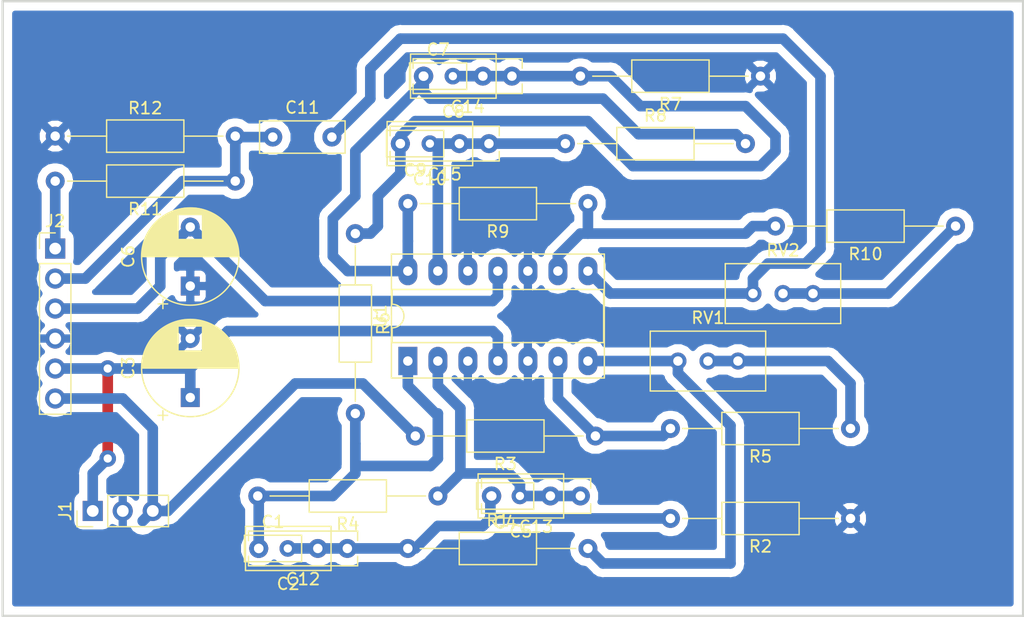
<source format=kicad_pcb>
(kicad_pcb (version 20171130) (host pcbnew "(5.0.1)-4")

  (general
    (thickness 1.6)
    (drawings 4)
    (tracks 147)
    (zones 0)
    (modules 32)
    (nets 19)
  )

  (page A4)
  (layers
    (0 F.Cu signal)
    (31 B.Cu signal)
    (32 B.Adhes user)
    (33 F.Adhes user)
    (34 B.Paste user)
    (35 F.Paste user)
    (36 B.SilkS user)
    (37 F.SilkS user)
    (38 B.Mask user)
    (39 F.Mask user)
    (40 Dwgs.User user)
    (41 Cmts.User user)
    (42 Eco1.User user)
    (43 Eco2.User user)
    (44 Edge.Cuts user)
    (45 Margin user)
    (46 B.CrtYd user)
    (47 F.CrtYd user)
    (48 B.Fab user)
    (49 F.Fab user)
  )

  (setup
    (last_trace_width 0.25)
    (trace_clearance 0.2)
    (zone_clearance 0.7)
    (zone_45_only no)
    (trace_min 0.2)
    (segment_width 0.2)
    (edge_width 0.1)
    (via_size 0.8)
    (via_drill 0.4)
    (via_min_size 0.4)
    (via_min_drill 0.3)
    (uvia_size 0.3)
    (uvia_drill 0.1)
    (uvias_allowed no)
    (uvia_min_size 0.2)
    (uvia_min_drill 0.1)
    (pcb_text_width 0.3)
    (pcb_text_size 1.5 1.5)
    (mod_edge_width 0.15)
    (mod_text_size 1 1)
    (mod_text_width 0.15)
    (pad_size 1.5 1.5)
    (pad_drill 0.6)
    (pad_to_mask_clearance 0)
    (aux_axis_origin 0 0)
    (visible_elements FFFFFF7F)
    (pcbplotparams
      (layerselection 0x010fc_ffffffff)
      (usegerberextensions false)
      (usegerberattributes false)
      (usegerberadvancedattributes false)
      (creategerberjobfile false)
      (excludeedgelayer true)
      (linewidth 0.100000)
      (plotframeref false)
      (viasonmask false)
      (mode 1)
      (useauxorigin false)
      (hpglpennumber 1)
      (hpglpenspeed 20)
      (hpglpendiameter 15.000000)
      (psnegative false)
      (psa4output false)
      (plotreference true)
      (plotvalue true)
      (plotinvisibletext false)
      (padsonsilk false)
      (subtractmaskfromsilk false)
      (outputformat 1)
      (mirror false)
      (drillshape 0)
      (scaleselection 1)
      (outputdirectory "gerber/"))
  )

  (net 0 "")
  (net 1 "Net-(C1-Pad2)")
  (net 2 "Net-(C1-Pad1)")
  (net 3 GND)
  (net 4 VCC+)
  (net 5 "Net-(C13-Pad1)")
  (net 6 VCC-)
  (net 7 "Net-(C10-Pad2)")
  (net 8 "Net-(C10-Pad1)")
  (net 9 In_Nuc_B1)
  (net 10 Out_B1)
  (net 11 Vin_micro)
  (net 12 3.3V)
  (net 13 Vout_micro)
  (net 14 "Net-(R3-Pad1)")
  (net 15 "Net-(R5-Pad1)")
  (net 16 "Net-(R10-Pad2)")
  (net 17 Out_Filtre)
  (net 18 "Net-(R10-Pad1)")

  (net_class Default "Ceci est la Netclass par défaut."
    (clearance 0.2)
    (trace_width 0.25)
    (via_dia 0.8)
    (via_drill 0.4)
    (uvia_dia 0.3)
    (uvia_drill 0.1)
  )

  (net_class Piste1mm ""
    (clearance 0.2)
    (trace_width 0.9)
    (via_dia 0.8)
    (via_drill 0.4)
    (uvia_dia 0.3)
    (uvia_drill 0.1)
    (add_net 3.3V)
    (add_net GND)
    (add_net In_Nuc_B1)
    (add_net "Net-(C1-Pad1)")
    (add_net "Net-(C1-Pad2)")
    (add_net "Net-(C10-Pad1)")
    (add_net "Net-(C10-Pad2)")
    (add_net "Net-(C13-Pad1)")
    (add_net "Net-(R10-Pad1)")
    (add_net "Net-(R10-Pad2)")
    (add_net "Net-(R3-Pad1)")
    (add_net "Net-(R5-Pad1)")
    (add_net Out_B1)
    (add_net Out_Filtre)
    (add_net VCC+)
    (add_net VCC-)
    (add_net Vin_micro)
    (add_net Vout_micro)
  )

  (module Connector_PinHeader_2.54mm:PinHeader_1x03_P2.54mm_Vertical (layer F.Cu) (tedit 59FED5CC) (tstamp 655CB94A)
    (at 165.1 73.66 90)
    (descr "Through hole straight pin header, 1x03, 2.54mm pitch, single row")
    (tags "Through hole pin header THT 1x03 2.54mm single row")
    (path /65620D61)
    (fp_text reference J1 (at 0 -2.33 90) (layer F.SilkS)
      (effects (font (size 1 1) (thickness 0.15)))
    )
    (fp_text value Micro_test (at 0 7.41 90) (layer F.Fab)
      (effects (font (size 1 1) (thickness 0.15)))
    )
    (fp_line (start -0.635 -1.27) (end 1.27 -1.27) (layer F.Fab) (width 0.1))
    (fp_line (start 1.27 -1.27) (end 1.27 6.35) (layer F.Fab) (width 0.1))
    (fp_line (start 1.27 6.35) (end -1.27 6.35) (layer F.Fab) (width 0.1))
    (fp_line (start -1.27 6.35) (end -1.27 -0.635) (layer F.Fab) (width 0.1))
    (fp_line (start -1.27 -0.635) (end -0.635 -1.27) (layer F.Fab) (width 0.1))
    (fp_line (start -1.33 6.41) (end 1.33 6.41) (layer F.SilkS) (width 0.12))
    (fp_line (start -1.33 1.27) (end -1.33 6.41) (layer F.SilkS) (width 0.12))
    (fp_line (start 1.33 1.27) (end 1.33 6.41) (layer F.SilkS) (width 0.12))
    (fp_line (start -1.33 1.27) (end 1.33 1.27) (layer F.SilkS) (width 0.12))
    (fp_line (start -1.33 0) (end -1.33 -1.33) (layer F.SilkS) (width 0.12))
    (fp_line (start -1.33 -1.33) (end 0 -1.33) (layer F.SilkS) (width 0.12))
    (fp_line (start -1.8 -1.8) (end -1.8 6.85) (layer F.CrtYd) (width 0.05))
    (fp_line (start -1.8 6.85) (end 1.8 6.85) (layer F.CrtYd) (width 0.05))
    (fp_line (start 1.8 6.85) (end 1.8 -1.8) (layer F.CrtYd) (width 0.05))
    (fp_line (start 1.8 -1.8) (end -1.8 -1.8) (layer F.CrtYd) (width 0.05))
    (fp_text user %R (at 0 2.54 180) (layer F.Fab)
      (effects (font (size 1 1) (thickness 0.15)))
    )
    (pad 1 thru_hole rect (at 0 0 90) (size 1.7 1.7) (drill 1) (layers *.Cu *.Mask)
      (net 4 VCC+))
    (pad 2 thru_hole oval (at 0 2.54 90) (size 1.7 1.7) (drill 1) (layers *.Cu *.Mask)
      (net 3 GND))
    (pad 3 thru_hole oval (at 0 5.08 90) (size 1.7 1.7) (drill 1) (layers *.Cu *.Mask)
      (net 11 Vin_micro))
    (model ${KISYS3DMOD}/Connector_PinHeader_2.54mm.3dshapes/PinHeader_1x03_P2.54mm_Vertical.wrl
      (at (xyz 0 0 0))
      (scale (xyz 1 1 1))
      (rotate (xyz 0 0 0))
    )
  )

  (module Capacitor_THT:C_Rect_L4.6mm_W2.0mm_P2.50mm_MKS02_FKP02 (layer F.Cu) (tedit 5AE50EF0) (tstamp 655CB6F5)
    (at 179.11 76.835)
    (descr "C, Rect series, Radial, pin pitch=2.50mm, , length*width=4.6*2mm^2, Capacitor, http://www.wima.de/DE/WIMA_MKS_02.pdf")
    (tags "C Rect series Radial pin pitch 2.50mm  length 4.6mm width 2mm Capacitor")
    (path /655E0793)
    (fp_text reference C1 (at 1.25 -2.25) (layer F.SilkS)
      (effects (font (size 1 1) (thickness 0.15)))
    )
    (fp_text value C (at 1.25 2.25) (layer F.Fab)
      (effects (font (size 1 1) (thickness 0.15)))
    )
    (fp_text user %R (at 1.25 0) (layer F.Fab)
      (effects (font (size 0.92 0.92) (thickness 0.138)))
    )
    (fp_line (start 3.8 -1.25) (end -1.3 -1.25) (layer F.CrtYd) (width 0.05))
    (fp_line (start 3.8 1.25) (end 3.8 -1.25) (layer F.CrtYd) (width 0.05))
    (fp_line (start -1.3 1.25) (end 3.8 1.25) (layer F.CrtYd) (width 0.05))
    (fp_line (start -1.3 -1.25) (end -1.3 1.25) (layer F.CrtYd) (width 0.05))
    (fp_line (start 3.67 -1.12) (end 3.67 1.12) (layer F.SilkS) (width 0.12))
    (fp_line (start -1.17 -1.12) (end -1.17 1.12) (layer F.SilkS) (width 0.12))
    (fp_line (start -1.17 1.12) (end 3.67 1.12) (layer F.SilkS) (width 0.12))
    (fp_line (start -1.17 -1.12) (end 3.67 -1.12) (layer F.SilkS) (width 0.12))
    (fp_line (start 3.55 -1) (end -1.05 -1) (layer F.Fab) (width 0.1))
    (fp_line (start 3.55 1) (end 3.55 -1) (layer F.Fab) (width 0.1))
    (fp_line (start -1.05 1) (end 3.55 1) (layer F.Fab) (width 0.1))
    (fp_line (start -1.05 -1) (end -1.05 1) (layer F.Fab) (width 0.1))
    (pad 2 thru_hole circle (at 2.5 0) (size 1.4 1.4) (drill 0.7) (layers *.Cu *.Mask)
      (net 1 "Net-(C1-Pad2)"))
    (pad 1 thru_hole circle (at 0 0) (size 1.4 1.4) (drill 0.7) (layers *.Cu *.Mask)
      (net 2 "Net-(C1-Pad1)"))
    (model ${KISYS3DMOD}/Capacitor_THT.3dshapes/C_Rect_L4.6mm_W2.0mm_P2.50mm_MKS02_FKP02.wrl
      (at (xyz 0 0 0))
      (scale (xyz 1 1 1))
      (rotate (xyz 0 0 0))
    )
  )

  (module Capacitor_THT:C_Rect_L7.0mm_W3.5mm_P5.00mm (layer F.Cu) (tedit 5AE50EF0) (tstamp 655CB708)
    (at 184.15 76.835 180)
    (descr "C, Rect series, Radial, pin pitch=5.00mm, , length*width=7*3.5mm^2, Capacitor")
    (tags "C Rect series Radial pin pitch 5.00mm  length 7mm width 3.5mm Capacitor")
    (path /655FCBFA)
    (fp_text reference C2 (at 2.5 -3 180) (layer F.SilkS)
      (effects (font (size 1 1) (thickness 0.15)))
    )
    (fp_text value C (at 2.5 3 180) (layer F.Fab)
      (effects (font (size 1 1) (thickness 0.15)))
    )
    (fp_line (start -1 -1.75) (end -1 1.75) (layer F.Fab) (width 0.1))
    (fp_line (start -1 1.75) (end 6 1.75) (layer F.Fab) (width 0.1))
    (fp_line (start 6 1.75) (end 6 -1.75) (layer F.Fab) (width 0.1))
    (fp_line (start 6 -1.75) (end -1 -1.75) (layer F.Fab) (width 0.1))
    (fp_line (start -1.12 -1.87) (end 6.12 -1.87) (layer F.SilkS) (width 0.12))
    (fp_line (start -1.12 1.87) (end 6.12 1.87) (layer F.SilkS) (width 0.12))
    (fp_line (start -1.12 -1.87) (end -1.12 1.87) (layer F.SilkS) (width 0.12))
    (fp_line (start 6.12 -1.87) (end 6.12 1.87) (layer F.SilkS) (width 0.12))
    (fp_line (start -1.25 -2) (end -1.25 2) (layer F.CrtYd) (width 0.05))
    (fp_line (start -1.25 2) (end 6.25 2) (layer F.CrtYd) (width 0.05))
    (fp_line (start 6.25 2) (end 6.25 -2) (layer F.CrtYd) (width 0.05))
    (fp_line (start 6.25 -2) (end -1.25 -2) (layer F.CrtYd) (width 0.05))
    (fp_text user %R (at 2.5 0 180) (layer F.Fab)
      (effects (font (size 1 1) (thickness 0.15)))
    )
    (pad 1 thru_hole circle (at 0 0 180) (size 1.6 1.6) (drill 0.8) (layers *.Cu *.Mask)
      (net 1 "Net-(C1-Pad2)"))
    (pad 2 thru_hole circle (at 5 0 180) (size 1.6 1.6) (drill 0.8) (layers *.Cu *.Mask)
      (net 2 "Net-(C1-Pad1)"))
    (model ${KISYS3DMOD}/Capacitor_THT.3dshapes/C_Rect_L7.0mm_W3.5mm_P5.00mm.wrl
      (at (xyz 0 0 0))
      (scale (xyz 1 1 1))
      (rotate (xyz 0 0 0))
    )
  )

  (module Capacitor_THT:CP_Radial_D8.0mm_P5.00mm (layer F.Cu) (tedit 5AE50EF0) (tstamp 655CB7B1)
    (at 173.355 64.055 90)
    (descr "CP, Radial series, Radial, pin pitch=5.00mm, , diameter=8mm, Electrolytic Capacitor")
    (tags "CP Radial series Radial pin pitch 5.00mm  diameter 8mm Electrolytic Capacitor")
    (path /6575AAA0)
    (fp_text reference C3 (at 2.5 -5.25 90) (layer F.SilkS)
      (effects (font (size 1 1) (thickness 0.15)))
    )
    (fp_text value 100uF (at 2.5 5.25 90) (layer F.Fab)
      (effects (font (size 1 1) (thickness 0.15)))
    )
    (fp_text user %R (at 2.5 0 90) (layer F.Fab)
      (effects (font (size 1 1) (thickness 0.15)))
    )
    (fp_line (start -1.509698 -2.715) (end -1.509698 -1.915) (layer F.SilkS) (width 0.12))
    (fp_line (start -1.909698 -2.315) (end -1.109698 -2.315) (layer F.SilkS) (width 0.12))
    (fp_line (start 6.581 -0.533) (end 6.581 0.533) (layer F.SilkS) (width 0.12))
    (fp_line (start 6.541 -0.768) (end 6.541 0.768) (layer F.SilkS) (width 0.12))
    (fp_line (start 6.501 -0.948) (end 6.501 0.948) (layer F.SilkS) (width 0.12))
    (fp_line (start 6.461 -1.098) (end 6.461 1.098) (layer F.SilkS) (width 0.12))
    (fp_line (start 6.421 -1.229) (end 6.421 1.229) (layer F.SilkS) (width 0.12))
    (fp_line (start 6.381 -1.346) (end 6.381 1.346) (layer F.SilkS) (width 0.12))
    (fp_line (start 6.341 -1.453) (end 6.341 1.453) (layer F.SilkS) (width 0.12))
    (fp_line (start 6.301 -1.552) (end 6.301 1.552) (layer F.SilkS) (width 0.12))
    (fp_line (start 6.261 -1.645) (end 6.261 1.645) (layer F.SilkS) (width 0.12))
    (fp_line (start 6.221 -1.731) (end 6.221 1.731) (layer F.SilkS) (width 0.12))
    (fp_line (start 6.181 -1.813) (end 6.181 1.813) (layer F.SilkS) (width 0.12))
    (fp_line (start 6.141 -1.89) (end 6.141 1.89) (layer F.SilkS) (width 0.12))
    (fp_line (start 6.101 -1.964) (end 6.101 1.964) (layer F.SilkS) (width 0.12))
    (fp_line (start 6.061 -2.034) (end 6.061 2.034) (layer F.SilkS) (width 0.12))
    (fp_line (start 6.021 1.04) (end 6.021 2.102) (layer F.SilkS) (width 0.12))
    (fp_line (start 6.021 -2.102) (end 6.021 -1.04) (layer F.SilkS) (width 0.12))
    (fp_line (start 5.981 1.04) (end 5.981 2.166) (layer F.SilkS) (width 0.12))
    (fp_line (start 5.981 -2.166) (end 5.981 -1.04) (layer F.SilkS) (width 0.12))
    (fp_line (start 5.941 1.04) (end 5.941 2.228) (layer F.SilkS) (width 0.12))
    (fp_line (start 5.941 -2.228) (end 5.941 -1.04) (layer F.SilkS) (width 0.12))
    (fp_line (start 5.901 1.04) (end 5.901 2.287) (layer F.SilkS) (width 0.12))
    (fp_line (start 5.901 -2.287) (end 5.901 -1.04) (layer F.SilkS) (width 0.12))
    (fp_line (start 5.861 1.04) (end 5.861 2.345) (layer F.SilkS) (width 0.12))
    (fp_line (start 5.861 -2.345) (end 5.861 -1.04) (layer F.SilkS) (width 0.12))
    (fp_line (start 5.821 1.04) (end 5.821 2.4) (layer F.SilkS) (width 0.12))
    (fp_line (start 5.821 -2.4) (end 5.821 -1.04) (layer F.SilkS) (width 0.12))
    (fp_line (start 5.781 1.04) (end 5.781 2.454) (layer F.SilkS) (width 0.12))
    (fp_line (start 5.781 -2.454) (end 5.781 -1.04) (layer F.SilkS) (width 0.12))
    (fp_line (start 5.741 1.04) (end 5.741 2.505) (layer F.SilkS) (width 0.12))
    (fp_line (start 5.741 -2.505) (end 5.741 -1.04) (layer F.SilkS) (width 0.12))
    (fp_line (start 5.701 1.04) (end 5.701 2.556) (layer F.SilkS) (width 0.12))
    (fp_line (start 5.701 -2.556) (end 5.701 -1.04) (layer F.SilkS) (width 0.12))
    (fp_line (start 5.661 1.04) (end 5.661 2.604) (layer F.SilkS) (width 0.12))
    (fp_line (start 5.661 -2.604) (end 5.661 -1.04) (layer F.SilkS) (width 0.12))
    (fp_line (start 5.621 1.04) (end 5.621 2.651) (layer F.SilkS) (width 0.12))
    (fp_line (start 5.621 -2.651) (end 5.621 -1.04) (layer F.SilkS) (width 0.12))
    (fp_line (start 5.581 1.04) (end 5.581 2.697) (layer F.SilkS) (width 0.12))
    (fp_line (start 5.581 -2.697) (end 5.581 -1.04) (layer F.SilkS) (width 0.12))
    (fp_line (start 5.541 1.04) (end 5.541 2.741) (layer F.SilkS) (width 0.12))
    (fp_line (start 5.541 -2.741) (end 5.541 -1.04) (layer F.SilkS) (width 0.12))
    (fp_line (start 5.501 1.04) (end 5.501 2.784) (layer F.SilkS) (width 0.12))
    (fp_line (start 5.501 -2.784) (end 5.501 -1.04) (layer F.SilkS) (width 0.12))
    (fp_line (start 5.461 1.04) (end 5.461 2.826) (layer F.SilkS) (width 0.12))
    (fp_line (start 5.461 -2.826) (end 5.461 -1.04) (layer F.SilkS) (width 0.12))
    (fp_line (start 5.421 1.04) (end 5.421 2.867) (layer F.SilkS) (width 0.12))
    (fp_line (start 5.421 -2.867) (end 5.421 -1.04) (layer F.SilkS) (width 0.12))
    (fp_line (start 5.381 1.04) (end 5.381 2.907) (layer F.SilkS) (width 0.12))
    (fp_line (start 5.381 -2.907) (end 5.381 -1.04) (layer F.SilkS) (width 0.12))
    (fp_line (start 5.341 1.04) (end 5.341 2.945) (layer F.SilkS) (width 0.12))
    (fp_line (start 5.341 -2.945) (end 5.341 -1.04) (layer F.SilkS) (width 0.12))
    (fp_line (start 5.301 1.04) (end 5.301 2.983) (layer F.SilkS) (width 0.12))
    (fp_line (start 5.301 -2.983) (end 5.301 -1.04) (layer F.SilkS) (width 0.12))
    (fp_line (start 5.261 1.04) (end 5.261 3.019) (layer F.SilkS) (width 0.12))
    (fp_line (start 5.261 -3.019) (end 5.261 -1.04) (layer F.SilkS) (width 0.12))
    (fp_line (start 5.221 1.04) (end 5.221 3.055) (layer F.SilkS) (width 0.12))
    (fp_line (start 5.221 -3.055) (end 5.221 -1.04) (layer F.SilkS) (width 0.12))
    (fp_line (start 5.181 1.04) (end 5.181 3.09) (layer F.SilkS) (width 0.12))
    (fp_line (start 5.181 -3.09) (end 5.181 -1.04) (layer F.SilkS) (width 0.12))
    (fp_line (start 5.141 1.04) (end 5.141 3.124) (layer F.SilkS) (width 0.12))
    (fp_line (start 5.141 -3.124) (end 5.141 -1.04) (layer F.SilkS) (width 0.12))
    (fp_line (start 5.101 1.04) (end 5.101 3.156) (layer F.SilkS) (width 0.12))
    (fp_line (start 5.101 -3.156) (end 5.101 -1.04) (layer F.SilkS) (width 0.12))
    (fp_line (start 5.061 1.04) (end 5.061 3.189) (layer F.SilkS) (width 0.12))
    (fp_line (start 5.061 -3.189) (end 5.061 -1.04) (layer F.SilkS) (width 0.12))
    (fp_line (start 5.021 1.04) (end 5.021 3.22) (layer F.SilkS) (width 0.12))
    (fp_line (start 5.021 -3.22) (end 5.021 -1.04) (layer F.SilkS) (width 0.12))
    (fp_line (start 4.981 1.04) (end 4.981 3.25) (layer F.SilkS) (width 0.12))
    (fp_line (start 4.981 -3.25) (end 4.981 -1.04) (layer F.SilkS) (width 0.12))
    (fp_line (start 4.941 1.04) (end 4.941 3.28) (layer F.SilkS) (width 0.12))
    (fp_line (start 4.941 -3.28) (end 4.941 -1.04) (layer F.SilkS) (width 0.12))
    (fp_line (start 4.901 1.04) (end 4.901 3.309) (layer F.SilkS) (width 0.12))
    (fp_line (start 4.901 -3.309) (end 4.901 -1.04) (layer F.SilkS) (width 0.12))
    (fp_line (start 4.861 1.04) (end 4.861 3.338) (layer F.SilkS) (width 0.12))
    (fp_line (start 4.861 -3.338) (end 4.861 -1.04) (layer F.SilkS) (width 0.12))
    (fp_line (start 4.821 1.04) (end 4.821 3.365) (layer F.SilkS) (width 0.12))
    (fp_line (start 4.821 -3.365) (end 4.821 -1.04) (layer F.SilkS) (width 0.12))
    (fp_line (start 4.781 1.04) (end 4.781 3.392) (layer F.SilkS) (width 0.12))
    (fp_line (start 4.781 -3.392) (end 4.781 -1.04) (layer F.SilkS) (width 0.12))
    (fp_line (start 4.741 1.04) (end 4.741 3.418) (layer F.SilkS) (width 0.12))
    (fp_line (start 4.741 -3.418) (end 4.741 -1.04) (layer F.SilkS) (width 0.12))
    (fp_line (start 4.701 1.04) (end 4.701 3.444) (layer F.SilkS) (width 0.12))
    (fp_line (start 4.701 -3.444) (end 4.701 -1.04) (layer F.SilkS) (width 0.12))
    (fp_line (start 4.661 1.04) (end 4.661 3.469) (layer F.SilkS) (width 0.12))
    (fp_line (start 4.661 -3.469) (end 4.661 -1.04) (layer F.SilkS) (width 0.12))
    (fp_line (start 4.621 1.04) (end 4.621 3.493) (layer F.SilkS) (width 0.12))
    (fp_line (start 4.621 -3.493) (end 4.621 -1.04) (layer F.SilkS) (width 0.12))
    (fp_line (start 4.581 1.04) (end 4.581 3.517) (layer F.SilkS) (width 0.12))
    (fp_line (start 4.581 -3.517) (end 4.581 -1.04) (layer F.SilkS) (width 0.12))
    (fp_line (start 4.541 1.04) (end 4.541 3.54) (layer F.SilkS) (width 0.12))
    (fp_line (start 4.541 -3.54) (end 4.541 -1.04) (layer F.SilkS) (width 0.12))
    (fp_line (start 4.501 1.04) (end 4.501 3.562) (layer F.SilkS) (width 0.12))
    (fp_line (start 4.501 -3.562) (end 4.501 -1.04) (layer F.SilkS) (width 0.12))
    (fp_line (start 4.461 1.04) (end 4.461 3.584) (layer F.SilkS) (width 0.12))
    (fp_line (start 4.461 -3.584) (end 4.461 -1.04) (layer F.SilkS) (width 0.12))
    (fp_line (start 4.421 1.04) (end 4.421 3.606) (layer F.SilkS) (width 0.12))
    (fp_line (start 4.421 -3.606) (end 4.421 -1.04) (layer F.SilkS) (width 0.12))
    (fp_line (start 4.381 1.04) (end 4.381 3.627) (layer F.SilkS) (width 0.12))
    (fp_line (start 4.381 -3.627) (end 4.381 -1.04) (layer F.SilkS) (width 0.12))
    (fp_line (start 4.341 1.04) (end 4.341 3.647) (layer F.SilkS) (width 0.12))
    (fp_line (start 4.341 -3.647) (end 4.341 -1.04) (layer F.SilkS) (width 0.12))
    (fp_line (start 4.301 1.04) (end 4.301 3.666) (layer F.SilkS) (width 0.12))
    (fp_line (start 4.301 -3.666) (end 4.301 -1.04) (layer F.SilkS) (width 0.12))
    (fp_line (start 4.261 1.04) (end 4.261 3.686) (layer F.SilkS) (width 0.12))
    (fp_line (start 4.261 -3.686) (end 4.261 -1.04) (layer F.SilkS) (width 0.12))
    (fp_line (start 4.221 1.04) (end 4.221 3.704) (layer F.SilkS) (width 0.12))
    (fp_line (start 4.221 -3.704) (end 4.221 -1.04) (layer F.SilkS) (width 0.12))
    (fp_line (start 4.181 1.04) (end 4.181 3.722) (layer F.SilkS) (width 0.12))
    (fp_line (start 4.181 -3.722) (end 4.181 -1.04) (layer F.SilkS) (width 0.12))
    (fp_line (start 4.141 1.04) (end 4.141 3.74) (layer F.SilkS) (width 0.12))
    (fp_line (start 4.141 -3.74) (end 4.141 -1.04) (layer F.SilkS) (width 0.12))
    (fp_line (start 4.101 1.04) (end 4.101 3.757) (layer F.SilkS) (width 0.12))
    (fp_line (start 4.101 -3.757) (end 4.101 -1.04) (layer F.SilkS) (width 0.12))
    (fp_line (start 4.061 1.04) (end 4.061 3.774) (layer F.SilkS) (width 0.12))
    (fp_line (start 4.061 -3.774) (end 4.061 -1.04) (layer F.SilkS) (width 0.12))
    (fp_line (start 4.021 1.04) (end 4.021 3.79) (layer F.SilkS) (width 0.12))
    (fp_line (start 4.021 -3.79) (end 4.021 -1.04) (layer F.SilkS) (width 0.12))
    (fp_line (start 3.981 1.04) (end 3.981 3.805) (layer F.SilkS) (width 0.12))
    (fp_line (start 3.981 -3.805) (end 3.981 -1.04) (layer F.SilkS) (width 0.12))
    (fp_line (start 3.941 -3.821) (end 3.941 3.821) (layer F.SilkS) (width 0.12))
    (fp_line (start 3.901 -3.835) (end 3.901 3.835) (layer F.SilkS) (width 0.12))
    (fp_line (start 3.861 -3.85) (end 3.861 3.85) (layer F.SilkS) (width 0.12))
    (fp_line (start 3.821 -3.863) (end 3.821 3.863) (layer F.SilkS) (width 0.12))
    (fp_line (start 3.781 -3.877) (end 3.781 3.877) (layer F.SilkS) (width 0.12))
    (fp_line (start 3.741 -3.889) (end 3.741 3.889) (layer F.SilkS) (width 0.12))
    (fp_line (start 3.701 -3.902) (end 3.701 3.902) (layer F.SilkS) (width 0.12))
    (fp_line (start 3.661 -3.914) (end 3.661 3.914) (layer F.SilkS) (width 0.12))
    (fp_line (start 3.621 -3.925) (end 3.621 3.925) (layer F.SilkS) (width 0.12))
    (fp_line (start 3.581 -3.936) (end 3.581 3.936) (layer F.SilkS) (width 0.12))
    (fp_line (start 3.541 -3.947) (end 3.541 3.947) (layer F.SilkS) (width 0.12))
    (fp_line (start 3.501 -3.957) (end 3.501 3.957) (layer F.SilkS) (width 0.12))
    (fp_line (start 3.461 -3.967) (end 3.461 3.967) (layer F.SilkS) (width 0.12))
    (fp_line (start 3.421 -3.976) (end 3.421 3.976) (layer F.SilkS) (width 0.12))
    (fp_line (start 3.381 -3.985) (end 3.381 3.985) (layer F.SilkS) (width 0.12))
    (fp_line (start 3.341 -3.994) (end 3.341 3.994) (layer F.SilkS) (width 0.12))
    (fp_line (start 3.301 -4.002) (end 3.301 4.002) (layer F.SilkS) (width 0.12))
    (fp_line (start 3.261 -4.01) (end 3.261 4.01) (layer F.SilkS) (width 0.12))
    (fp_line (start 3.221 -4.017) (end 3.221 4.017) (layer F.SilkS) (width 0.12))
    (fp_line (start 3.18 -4.024) (end 3.18 4.024) (layer F.SilkS) (width 0.12))
    (fp_line (start 3.14 -4.03) (end 3.14 4.03) (layer F.SilkS) (width 0.12))
    (fp_line (start 3.1 -4.037) (end 3.1 4.037) (layer F.SilkS) (width 0.12))
    (fp_line (start 3.06 -4.042) (end 3.06 4.042) (layer F.SilkS) (width 0.12))
    (fp_line (start 3.02 -4.048) (end 3.02 4.048) (layer F.SilkS) (width 0.12))
    (fp_line (start 2.98 -4.052) (end 2.98 4.052) (layer F.SilkS) (width 0.12))
    (fp_line (start 2.94 -4.057) (end 2.94 4.057) (layer F.SilkS) (width 0.12))
    (fp_line (start 2.9 -4.061) (end 2.9 4.061) (layer F.SilkS) (width 0.12))
    (fp_line (start 2.86 -4.065) (end 2.86 4.065) (layer F.SilkS) (width 0.12))
    (fp_line (start 2.82 -4.068) (end 2.82 4.068) (layer F.SilkS) (width 0.12))
    (fp_line (start 2.78 -4.071) (end 2.78 4.071) (layer F.SilkS) (width 0.12))
    (fp_line (start 2.74 -4.074) (end 2.74 4.074) (layer F.SilkS) (width 0.12))
    (fp_line (start 2.7 -4.076) (end 2.7 4.076) (layer F.SilkS) (width 0.12))
    (fp_line (start 2.66 -4.077) (end 2.66 4.077) (layer F.SilkS) (width 0.12))
    (fp_line (start 2.62 -4.079) (end 2.62 4.079) (layer F.SilkS) (width 0.12))
    (fp_line (start 2.58 -4.08) (end 2.58 4.08) (layer F.SilkS) (width 0.12))
    (fp_line (start 2.54 -4.08) (end 2.54 4.08) (layer F.SilkS) (width 0.12))
    (fp_line (start 2.5 -4.08) (end 2.5 4.08) (layer F.SilkS) (width 0.12))
    (fp_line (start -0.526759 -2.1475) (end -0.526759 -1.3475) (layer F.Fab) (width 0.1))
    (fp_line (start -0.926759 -1.7475) (end -0.126759 -1.7475) (layer F.Fab) (width 0.1))
    (fp_circle (center 2.5 0) (end 6.75 0) (layer F.CrtYd) (width 0.05))
    (fp_circle (center 2.5 0) (end 6.62 0) (layer F.SilkS) (width 0.12))
    (fp_circle (center 2.5 0) (end 6.5 0) (layer F.Fab) (width 0.1))
    (pad 2 thru_hole circle (at 5 0 90) (size 1.6 1.6) (drill 0.8) (layers *.Cu *.Mask)
      (net 3 GND))
    (pad 1 thru_hole rect (at 0 0 90) (size 1.6 1.6) (drill 0.8) (layers *.Cu *.Mask)
      (net 4 VCC+))
    (model ${KISYS3DMOD}/Capacitor_THT.3dshapes/CP_Radial_D8.0mm_P5.00mm.wrl
      (at (xyz 0 0 0))
      (scale (xyz 1 1 1))
      (rotate (xyz 0 0 0))
    )
  )

  (module Capacitor_THT:C_Rect_L4.6mm_W2.0mm_P2.50mm_MKS02_FKP02 (layer F.Cu) (tedit 5AE50EF0) (tstamp 655CB7C4)
    (at 201.255 72.39 180)
    (descr "C, Rect series, Radial, pin pitch=2.50mm, , length*width=4.6*2mm^2, Capacitor, http://www.wima.de/DE/WIMA_MKS_02.pdf")
    (tags "C Rect series Radial pin pitch 2.50mm  length 4.6mm width 2mm Capacitor")
    (path /655DFBB1)
    (fp_text reference C4 (at 1.25 -2.25 180) (layer F.SilkS)
      (effects (font (size 1 1) (thickness 0.15)))
    )
    (fp_text value C (at 1.25 2.25 180) (layer F.Fab)
      (effects (font (size 1 1) (thickness 0.15)))
    )
    (fp_line (start -1.05 -1) (end -1.05 1) (layer F.Fab) (width 0.1))
    (fp_line (start -1.05 1) (end 3.55 1) (layer F.Fab) (width 0.1))
    (fp_line (start 3.55 1) (end 3.55 -1) (layer F.Fab) (width 0.1))
    (fp_line (start 3.55 -1) (end -1.05 -1) (layer F.Fab) (width 0.1))
    (fp_line (start -1.17 -1.12) (end 3.67 -1.12) (layer F.SilkS) (width 0.12))
    (fp_line (start -1.17 1.12) (end 3.67 1.12) (layer F.SilkS) (width 0.12))
    (fp_line (start -1.17 -1.12) (end -1.17 1.12) (layer F.SilkS) (width 0.12))
    (fp_line (start 3.67 -1.12) (end 3.67 1.12) (layer F.SilkS) (width 0.12))
    (fp_line (start -1.3 -1.25) (end -1.3 1.25) (layer F.CrtYd) (width 0.05))
    (fp_line (start -1.3 1.25) (end 3.8 1.25) (layer F.CrtYd) (width 0.05))
    (fp_line (start 3.8 1.25) (end 3.8 -1.25) (layer F.CrtYd) (width 0.05))
    (fp_line (start 3.8 -1.25) (end -1.3 -1.25) (layer F.CrtYd) (width 0.05))
    (fp_text user %R (at 1.25 0 180) (layer F.Fab)
      (effects (font (size 0.92 0.92) (thickness 0.138)))
    )
    (pad 1 thru_hole circle (at 0 0 180) (size 1.4 1.4) (drill 0.7) (layers *.Cu *.Mask)
      (net 5 "Net-(C13-Pad1)"))
    (pad 2 thru_hole circle (at 2.5 0 180) (size 1.4 1.4) (drill 0.7) (layers *.Cu *.Mask)
      (net 1 "Net-(C1-Pad2)"))
    (model ${KISYS3DMOD}/Capacitor_THT.3dshapes/C_Rect_L4.6mm_W2.0mm_P2.50mm_MKS02_FKP02.wrl
      (at (xyz 0 0 0))
      (scale (xyz 1 1 1))
      (rotate (xyz 0 0 0))
    )
  )

  (module Capacitor_THT:C_Rect_L7.0mm_W3.5mm_P5.00mm (layer F.Cu) (tedit 5AE50EF0) (tstamp 655CB7D7)
    (at 203.835 72.39 180)
    (descr "C, Rect series, Radial, pin pitch=5.00mm, , length*width=7*3.5mm^2, Capacitor")
    (tags "C Rect series Radial pin pitch 5.00mm  length 7mm width 3.5mm Capacitor")
    (path /655FA8E1)
    (fp_text reference C5 (at 2.5 -3 180) (layer F.SilkS)
      (effects (font (size 1 1) (thickness 0.15)))
    )
    (fp_text value C (at 2.5 3 180) (layer F.Fab)
      (effects (font (size 1 1) (thickness 0.15)))
    )
    (fp_text user %R (at 2.5 0 180) (layer F.Fab)
      (effects (font (size 1 1) (thickness 0.15)))
    )
    (fp_line (start 6.25 -2) (end -1.25 -2) (layer F.CrtYd) (width 0.05))
    (fp_line (start 6.25 2) (end 6.25 -2) (layer F.CrtYd) (width 0.05))
    (fp_line (start -1.25 2) (end 6.25 2) (layer F.CrtYd) (width 0.05))
    (fp_line (start -1.25 -2) (end -1.25 2) (layer F.CrtYd) (width 0.05))
    (fp_line (start 6.12 -1.87) (end 6.12 1.87) (layer F.SilkS) (width 0.12))
    (fp_line (start -1.12 -1.87) (end -1.12 1.87) (layer F.SilkS) (width 0.12))
    (fp_line (start -1.12 1.87) (end 6.12 1.87) (layer F.SilkS) (width 0.12))
    (fp_line (start -1.12 -1.87) (end 6.12 -1.87) (layer F.SilkS) (width 0.12))
    (fp_line (start 6 -1.75) (end -1 -1.75) (layer F.Fab) (width 0.1))
    (fp_line (start 6 1.75) (end 6 -1.75) (layer F.Fab) (width 0.1))
    (fp_line (start -1 1.75) (end 6 1.75) (layer F.Fab) (width 0.1))
    (fp_line (start -1 -1.75) (end -1 1.75) (layer F.Fab) (width 0.1))
    (pad 2 thru_hole circle (at 5 0 180) (size 1.6 1.6) (drill 0.8) (layers *.Cu *.Mask)
      (net 1 "Net-(C1-Pad2)"))
    (pad 1 thru_hole circle (at 0 0 180) (size 1.6 1.6) (drill 0.8) (layers *.Cu *.Mask)
      (net 5 "Net-(C13-Pad1)"))
    (model ${KISYS3DMOD}/Capacitor_THT.3dshapes/C_Rect_L7.0mm_W3.5mm_P5.00mm.wrl
      (at (xyz 0 0 0))
      (scale (xyz 1 1 1))
      (rotate (xyz 0 0 0))
    )
  )

  (module Capacitor_THT:CP_Radial_D8.0mm_P5.00mm locked (layer F.Cu) (tedit 5AE50EF0) (tstamp 655CB880)
    (at 173.355 54.61 90)
    (descr "CP, Radial series, Radial, pin pitch=5.00mm, , diameter=8mm, Electrolytic Capacitor")
    (tags "CP Radial series Radial pin pitch 5.00mm  diameter 8mm Electrolytic Capacitor")
    (path /6575CA3A)
    (fp_text reference C6 (at 2.5 -5.25 90) (layer F.SilkS)
      (effects (font (size 1 1) (thickness 0.15)))
    )
    (fp_text value 100uF (at 2.5 5.25 90) (layer F.Fab)
      (effects (font (size 1 1) (thickness 0.15)))
    )
    (fp_circle (center 2.5 0) (end 6.5 0) (layer F.Fab) (width 0.1))
    (fp_circle (center 2.5 0) (end 6.62 0) (layer F.SilkS) (width 0.12))
    (fp_circle (center 2.5 0) (end 6.75 0) (layer F.CrtYd) (width 0.05))
    (fp_line (start -0.926759 -1.7475) (end -0.126759 -1.7475) (layer F.Fab) (width 0.1))
    (fp_line (start -0.526759 -2.1475) (end -0.526759 -1.3475) (layer F.Fab) (width 0.1))
    (fp_line (start 2.5 -4.08) (end 2.5 4.08) (layer F.SilkS) (width 0.12))
    (fp_line (start 2.54 -4.08) (end 2.54 4.08) (layer F.SilkS) (width 0.12))
    (fp_line (start 2.58 -4.08) (end 2.58 4.08) (layer F.SilkS) (width 0.12))
    (fp_line (start 2.62 -4.079) (end 2.62 4.079) (layer F.SilkS) (width 0.12))
    (fp_line (start 2.66 -4.077) (end 2.66 4.077) (layer F.SilkS) (width 0.12))
    (fp_line (start 2.7 -4.076) (end 2.7 4.076) (layer F.SilkS) (width 0.12))
    (fp_line (start 2.74 -4.074) (end 2.74 4.074) (layer F.SilkS) (width 0.12))
    (fp_line (start 2.78 -4.071) (end 2.78 4.071) (layer F.SilkS) (width 0.12))
    (fp_line (start 2.82 -4.068) (end 2.82 4.068) (layer F.SilkS) (width 0.12))
    (fp_line (start 2.86 -4.065) (end 2.86 4.065) (layer F.SilkS) (width 0.12))
    (fp_line (start 2.9 -4.061) (end 2.9 4.061) (layer F.SilkS) (width 0.12))
    (fp_line (start 2.94 -4.057) (end 2.94 4.057) (layer F.SilkS) (width 0.12))
    (fp_line (start 2.98 -4.052) (end 2.98 4.052) (layer F.SilkS) (width 0.12))
    (fp_line (start 3.02 -4.048) (end 3.02 4.048) (layer F.SilkS) (width 0.12))
    (fp_line (start 3.06 -4.042) (end 3.06 4.042) (layer F.SilkS) (width 0.12))
    (fp_line (start 3.1 -4.037) (end 3.1 4.037) (layer F.SilkS) (width 0.12))
    (fp_line (start 3.14 -4.03) (end 3.14 4.03) (layer F.SilkS) (width 0.12))
    (fp_line (start 3.18 -4.024) (end 3.18 4.024) (layer F.SilkS) (width 0.12))
    (fp_line (start 3.221 -4.017) (end 3.221 4.017) (layer F.SilkS) (width 0.12))
    (fp_line (start 3.261 -4.01) (end 3.261 4.01) (layer F.SilkS) (width 0.12))
    (fp_line (start 3.301 -4.002) (end 3.301 4.002) (layer F.SilkS) (width 0.12))
    (fp_line (start 3.341 -3.994) (end 3.341 3.994) (layer F.SilkS) (width 0.12))
    (fp_line (start 3.381 -3.985) (end 3.381 3.985) (layer F.SilkS) (width 0.12))
    (fp_line (start 3.421 -3.976) (end 3.421 3.976) (layer F.SilkS) (width 0.12))
    (fp_line (start 3.461 -3.967) (end 3.461 3.967) (layer F.SilkS) (width 0.12))
    (fp_line (start 3.501 -3.957) (end 3.501 3.957) (layer F.SilkS) (width 0.12))
    (fp_line (start 3.541 -3.947) (end 3.541 3.947) (layer F.SilkS) (width 0.12))
    (fp_line (start 3.581 -3.936) (end 3.581 3.936) (layer F.SilkS) (width 0.12))
    (fp_line (start 3.621 -3.925) (end 3.621 3.925) (layer F.SilkS) (width 0.12))
    (fp_line (start 3.661 -3.914) (end 3.661 3.914) (layer F.SilkS) (width 0.12))
    (fp_line (start 3.701 -3.902) (end 3.701 3.902) (layer F.SilkS) (width 0.12))
    (fp_line (start 3.741 -3.889) (end 3.741 3.889) (layer F.SilkS) (width 0.12))
    (fp_line (start 3.781 -3.877) (end 3.781 3.877) (layer F.SilkS) (width 0.12))
    (fp_line (start 3.821 -3.863) (end 3.821 3.863) (layer F.SilkS) (width 0.12))
    (fp_line (start 3.861 -3.85) (end 3.861 3.85) (layer F.SilkS) (width 0.12))
    (fp_line (start 3.901 -3.835) (end 3.901 3.835) (layer F.SilkS) (width 0.12))
    (fp_line (start 3.941 -3.821) (end 3.941 3.821) (layer F.SilkS) (width 0.12))
    (fp_line (start 3.981 -3.805) (end 3.981 -1.04) (layer F.SilkS) (width 0.12))
    (fp_line (start 3.981 1.04) (end 3.981 3.805) (layer F.SilkS) (width 0.12))
    (fp_line (start 4.021 -3.79) (end 4.021 -1.04) (layer F.SilkS) (width 0.12))
    (fp_line (start 4.021 1.04) (end 4.021 3.79) (layer F.SilkS) (width 0.12))
    (fp_line (start 4.061 -3.774) (end 4.061 -1.04) (layer F.SilkS) (width 0.12))
    (fp_line (start 4.061 1.04) (end 4.061 3.774) (layer F.SilkS) (width 0.12))
    (fp_line (start 4.101 -3.757) (end 4.101 -1.04) (layer F.SilkS) (width 0.12))
    (fp_line (start 4.101 1.04) (end 4.101 3.757) (layer F.SilkS) (width 0.12))
    (fp_line (start 4.141 -3.74) (end 4.141 -1.04) (layer F.SilkS) (width 0.12))
    (fp_line (start 4.141 1.04) (end 4.141 3.74) (layer F.SilkS) (width 0.12))
    (fp_line (start 4.181 -3.722) (end 4.181 -1.04) (layer F.SilkS) (width 0.12))
    (fp_line (start 4.181 1.04) (end 4.181 3.722) (layer F.SilkS) (width 0.12))
    (fp_line (start 4.221 -3.704) (end 4.221 -1.04) (layer F.SilkS) (width 0.12))
    (fp_line (start 4.221 1.04) (end 4.221 3.704) (layer F.SilkS) (width 0.12))
    (fp_line (start 4.261 -3.686) (end 4.261 -1.04) (layer F.SilkS) (width 0.12))
    (fp_line (start 4.261 1.04) (end 4.261 3.686) (layer F.SilkS) (width 0.12))
    (fp_line (start 4.301 -3.666) (end 4.301 -1.04) (layer F.SilkS) (width 0.12))
    (fp_line (start 4.301 1.04) (end 4.301 3.666) (layer F.SilkS) (width 0.12))
    (fp_line (start 4.341 -3.647) (end 4.341 -1.04) (layer F.SilkS) (width 0.12))
    (fp_line (start 4.341 1.04) (end 4.341 3.647) (layer F.SilkS) (width 0.12))
    (fp_line (start 4.381 -3.627) (end 4.381 -1.04) (layer F.SilkS) (width 0.12))
    (fp_line (start 4.381 1.04) (end 4.381 3.627) (layer F.SilkS) (width 0.12))
    (fp_line (start 4.421 -3.606) (end 4.421 -1.04) (layer F.SilkS) (width 0.12))
    (fp_line (start 4.421 1.04) (end 4.421 3.606) (layer F.SilkS) (width 0.12))
    (fp_line (start 4.461 -3.584) (end 4.461 -1.04) (layer F.SilkS) (width 0.12))
    (fp_line (start 4.461 1.04) (end 4.461 3.584) (layer F.SilkS) (width 0.12))
    (fp_line (start 4.501 -3.562) (end 4.501 -1.04) (layer F.SilkS) (width 0.12))
    (fp_line (start 4.501 1.04) (end 4.501 3.562) (layer F.SilkS) (width 0.12))
    (fp_line (start 4.541 -3.54) (end 4.541 -1.04) (layer F.SilkS) (width 0.12))
    (fp_line (start 4.541 1.04) (end 4.541 3.54) (layer F.SilkS) (width 0.12))
    (fp_line (start 4.581 -3.517) (end 4.581 -1.04) (layer F.SilkS) (width 0.12))
    (fp_line (start 4.581 1.04) (end 4.581 3.517) (layer F.SilkS) (width 0.12))
    (fp_line (start 4.621 -3.493) (end 4.621 -1.04) (layer F.SilkS) (width 0.12))
    (fp_line (start 4.621 1.04) (end 4.621 3.493) (layer F.SilkS) (width 0.12))
    (fp_line (start 4.661 -3.469) (end 4.661 -1.04) (layer F.SilkS) (width 0.12))
    (fp_line (start 4.661 1.04) (end 4.661 3.469) (layer F.SilkS) (width 0.12))
    (fp_line (start 4.701 -3.444) (end 4.701 -1.04) (layer F.SilkS) (width 0.12))
    (fp_line (start 4.701 1.04) (end 4.701 3.444) (layer F.SilkS) (width 0.12))
    (fp_line (start 4.741 -3.418) (end 4.741 -1.04) (layer F.SilkS) (width 0.12))
    (fp_line (start 4.741 1.04) (end 4.741 3.418) (layer F.SilkS) (width 0.12))
    (fp_line (start 4.781 -3.392) (end 4.781 -1.04) (layer F.SilkS) (width 0.12))
    (fp_line (start 4.781 1.04) (end 4.781 3.392) (layer F.SilkS) (width 0.12))
    (fp_line (start 4.821 -3.365) (end 4.821 -1.04) (layer F.SilkS) (width 0.12))
    (fp_line (start 4.821 1.04) (end 4.821 3.365) (layer F.SilkS) (width 0.12))
    (fp_line (start 4.861 -3.338) (end 4.861 -1.04) (layer F.SilkS) (width 0.12))
    (fp_line (start 4.861 1.04) (end 4.861 3.338) (layer F.SilkS) (width 0.12))
    (fp_line (start 4.901 -3.309) (end 4.901 -1.04) (layer F.SilkS) (width 0.12))
    (fp_line (start 4.901 1.04) (end 4.901 3.309) (layer F.SilkS) (width 0.12))
    (fp_line (start 4.941 -3.28) (end 4.941 -1.04) (layer F.SilkS) (width 0.12))
    (fp_line (start 4.941 1.04) (end 4.941 3.28) (layer F.SilkS) (width 0.12))
    (fp_line (start 4.981 -3.25) (end 4.981 -1.04) (layer F.SilkS) (width 0.12))
    (fp_line (start 4.981 1.04) (end 4.981 3.25) (layer F.SilkS) (width 0.12))
    (fp_line (start 5.021 -3.22) (end 5.021 -1.04) (layer F.SilkS) (width 0.12))
    (fp_line (start 5.021 1.04) (end 5.021 3.22) (layer F.SilkS) (width 0.12))
    (fp_line (start 5.061 -3.189) (end 5.061 -1.04) (layer F.SilkS) (width 0.12))
    (fp_line (start 5.061 1.04) (end 5.061 3.189) (layer F.SilkS) (width 0.12))
    (fp_line (start 5.101 -3.156) (end 5.101 -1.04) (layer F.SilkS) (width 0.12))
    (fp_line (start 5.101 1.04) (end 5.101 3.156) (layer F.SilkS) (width 0.12))
    (fp_line (start 5.141 -3.124) (end 5.141 -1.04) (layer F.SilkS) (width 0.12))
    (fp_line (start 5.141 1.04) (end 5.141 3.124) (layer F.SilkS) (width 0.12))
    (fp_line (start 5.181 -3.09) (end 5.181 -1.04) (layer F.SilkS) (width 0.12))
    (fp_line (start 5.181 1.04) (end 5.181 3.09) (layer F.SilkS) (width 0.12))
    (fp_line (start 5.221 -3.055) (end 5.221 -1.04) (layer F.SilkS) (width 0.12))
    (fp_line (start 5.221 1.04) (end 5.221 3.055) (layer F.SilkS) (width 0.12))
    (fp_line (start 5.261 -3.019) (end 5.261 -1.04) (layer F.SilkS) (width 0.12))
    (fp_line (start 5.261 1.04) (end 5.261 3.019) (layer F.SilkS) (width 0.12))
    (fp_line (start 5.301 -2.983) (end 5.301 -1.04) (layer F.SilkS) (width 0.12))
    (fp_line (start 5.301 1.04) (end 5.301 2.983) (layer F.SilkS) (width 0.12))
    (fp_line (start 5.341 -2.945) (end 5.341 -1.04) (layer F.SilkS) (width 0.12))
    (fp_line (start 5.341 1.04) (end 5.341 2.945) (layer F.SilkS) (width 0.12))
    (fp_line (start 5.381 -2.907) (end 5.381 -1.04) (layer F.SilkS) (width 0.12))
    (fp_line (start 5.381 1.04) (end 5.381 2.907) (layer F.SilkS) (width 0.12))
    (fp_line (start 5.421 -2.867) (end 5.421 -1.04) (layer F.SilkS) (width 0.12))
    (fp_line (start 5.421 1.04) (end 5.421 2.867) (layer F.SilkS) (width 0.12))
    (fp_line (start 5.461 -2.826) (end 5.461 -1.04) (layer F.SilkS) (width 0.12))
    (fp_line (start 5.461 1.04) (end 5.461 2.826) (layer F.SilkS) (width 0.12))
    (fp_line (start 5.501 -2.784) (end 5.501 -1.04) (layer F.SilkS) (width 0.12))
    (fp_line (start 5.501 1.04) (end 5.501 2.784) (layer F.SilkS) (width 0.12))
    (fp_line (start 5.541 -2.741) (end 5.541 -1.04) (layer F.SilkS) (width 0.12))
    (fp_line (start 5.541 1.04) (end 5.541 2.741) (layer F.SilkS) (width 0.12))
    (fp_line (start 5.581 -2.697) (end 5.581 -1.04) (layer F.SilkS) (width 0.12))
    (fp_line (start 5.581 1.04) (end 5.581 2.697) (layer F.SilkS) (width 0.12))
    (fp_line (start 5.621 -2.651) (end 5.621 -1.04) (layer F.SilkS) (width 0.12))
    (fp_line (start 5.621 1.04) (end 5.621 2.651) (layer F.SilkS) (width 0.12))
    (fp_line (start 5.661 -2.604) (end 5.661 -1.04) (layer F.SilkS) (width 0.12))
    (fp_line (start 5.661 1.04) (end 5.661 2.604) (layer F.SilkS) (width 0.12))
    (fp_line (start 5.701 -2.556) (end 5.701 -1.04) (layer F.SilkS) (width 0.12))
    (fp_line (start 5.701 1.04) (end 5.701 2.556) (layer F.SilkS) (width 0.12))
    (fp_line (start 5.741 -2.505) (end 5.741 -1.04) (layer F.SilkS) (width 0.12))
    (fp_line (start 5.741 1.04) (end 5.741 2.505) (layer F.SilkS) (width 0.12))
    (fp_line (start 5.781 -2.454) (end 5.781 -1.04) (layer F.SilkS) (width 0.12))
    (fp_line (start 5.781 1.04) (end 5.781 2.454) (layer F.SilkS) (width 0.12))
    (fp_line (start 5.821 -2.4) (end 5.821 -1.04) (layer F.SilkS) (width 0.12))
    (fp_line (start 5.821 1.04) (end 5.821 2.4) (layer F.SilkS) (width 0.12))
    (fp_line (start 5.861 -2.345) (end 5.861 -1.04) (layer F.SilkS) (width 0.12))
    (fp_line (start 5.861 1.04) (end 5.861 2.345) (layer F.SilkS) (width 0.12))
    (fp_line (start 5.901 -2.287) (end 5.901 -1.04) (layer F.SilkS) (width 0.12))
    (fp_line (start 5.901 1.04) (end 5.901 2.287) (layer F.SilkS) (width 0.12))
    (fp_line (start 5.941 -2.228) (end 5.941 -1.04) (layer F.SilkS) (width 0.12))
    (fp_line (start 5.941 1.04) (end 5.941 2.228) (layer F.SilkS) (width 0.12))
    (fp_line (start 5.981 -2.166) (end 5.981 -1.04) (layer F.SilkS) (width 0.12))
    (fp_line (start 5.981 1.04) (end 5.981 2.166) (layer F.SilkS) (width 0.12))
    (fp_line (start 6.021 -2.102) (end 6.021 -1.04) (layer F.SilkS) (width 0.12))
    (fp_line (start 6.021 1.04) (end 6.021 2.102) (layer F.SilkS) (width 0.12))
    (fp_line (start 6.061 -2.034) (end 6.061 2.034) (layer F.SilkS) (width 0.12))
    (fp_line (start 6.101 -1.964) (end 6.101 1.964) (layer F.SilkS) (width 0.12))
    (fp_line (start 6.141 -1.89) (end 6.141 1.89) (layer F.SilkS) (width 0.12))
    (fp_line (start 6.181 -1.813) (end 6.181 1.813) (layer F.SilkS) (width 0.12))
    (fp_line (start 6.221 -1.731) (end 6.221 1.731) (layer F.SilkS) (width 0.12))
    (fp_line (start 6.261 -1.645) (end 6.261 1.645) (layer F.SilkS) (width 0.12))
    (fp_line (start 6.301 -1.552) (end 6.301 1.552) (layer F.SilkS) (width 0.12))
    (fp_line (start 6.341 -1.453) (end 6.341 1.453) (layer F.SilkS) (width 0.12))
    (fp_line (start 6.381 -1.346) (end 6.381 1.346) (layer F.SilkS) (width 0.12))
    (fp_line (start 6.421 -1.229) (end 6.421 1.229) (layer F.SilkS) (width 0.12))
    (fp_line (start 6.461 -1.098) (end 6.461 1.098) (layer F.SilkS) (width 0.12))
    (fp_line (start 6.501 -0.948) (end 6.501 0.948) (layer F.SilkS) (width 0.12))
    (fp_line (start 6.541 -0.768) (end 6.541 0.768) (layer F.SilkS) (width 0.12))
    (fp_line (start 6.581 -0.533) (end 6.581 0.533) (layer F.SilkS) (width 0.12))
    (fp_line (start -1.909698 -2.315) (end -1.109698 -2.315) (layer F.SilkS) (width 0.12))
    (fp_line (start -1.509698 -2.715) (end -1.509698 -1.915) (layer F.SilkS) (width 0.12))
    (fp_text user %R (at 2.5 0 90) (layer F.Fab)
      (effects (font (size 1 1) (thickness 0.15)))
    )
    (pad 1 thru_hole rect (at 0 0 90) (size 1.6 1.6) (drill 0.8) (layers *.Cu *.Mask)
      (net 3 GND))
    (pad 2 thru_hole circle (at 5 0 90) (size 1.6 1.6) (drill 0.8) (layers *.Cu *.Mask)
      (net 6 VCC-))
    (model ${KISYS3DMOD}/Capacitor_THT.3dshapes/CP_Radial_D8.0mm_P5.00mm.wrl
      (at (xyz 0 0 0))
      (scale (xyz 1 1 1))
      (rotate (xyz 0 0 0))
    )
  )

  (module Capacitor_THT:C_Rect_L4.6mm_W2.0mm_P2.50mm_MKS02_FKP02 (layer F.Cu) (tedit 5AE50EF0) (tstamp 655CB893)
    (at 193.08 36.83)
    (descr "C, Rect series, Radial, pin pitch=2.50mm, , length*width=4.6*2mm^2, Capacitor, http://www.wima.de/DE/WIMA_MKS_02.pdf")
    (tags "C Rect series Radial pin pitch 2.50mm  length 4.6mm width 2mm Capacitor")
    (path /6560600A)
    (fp_text reference C7 (at 1.25 -2.25) (layer F.SilkS)
      (effects (font (size 1 1) (thickness 0.15)))
    )
    (fp_text value C (at 1.25 2.25) (layer F.Fab)
      (effects (font (size 1 1) (thickness 0.15)))
    )
    (fp_text user %R (at 1.25 0) (layer F.Fab)
      (effects (font (size 0.92 0.92) (thickness 0.138)))
    )
    (fp_line (start 3.8 -1.25) (end -1.3 -1.25) (layer F.CrtYd) (width 0.05))
    (fp_line (start 3.8 1.25) (end 3.8 -1.25) (layer F.CrtYd) (width 0.05))
    (fp_line (start -1.3 1.25) (end 3.8 1.25) (layer F.CrtYd) (width 0.05))
    (fp_line (start -1.3 -1.25) (end -1.3 1.25) (layer F.CrtYd) (width 0.05))
    (fp_line (start 3.67 -1.12) (end 3.67 1.12) (layer F.SilkS) (width 0.12))
    (fp_line (start -1.17 -1.12) (end -1.17 1.12) (layer F.SilkS) (width 0.12))
    (fp_line (start -1.17 1.12) (end 3.67 1.12) (layer F.SilkS) (width 0.12))
    (fp_line (start -1.17 -1.12) (end 3.67 -1.12) (layer F.SilkS) (width 0.12))
    (fp_line (start 3.55 -1) (end -1.05 -1) (layer F.Fab) (width 0.1))
    (fp_line (start 3.55 1) (end 3.55 -1) (layer F.Fab) (width 0.1))
    (fp_line (start -1.05 1) (end 3.55 1) (layer F.Fab) (width 0.1))
    (fp_line (start -1.05 -1) (end -1.05 1) (layer F.Fab) (width 0.1))
    (pad 2 thru_hole circle (at 2.5 0) (size 1.4 1.4) (drill 0.7) (layers *.Cu *.Mask)
      (net 7 "Net-(C10-Pad2)"))
    (pad 1 thru_hole circle (at 0 0) (size 1.4 1.4) (drill 0.7) (layers *.Cu *.Mask)
      (net 17 Out_Filtre))
    (model ${KISYS3DMOD}/Capacitor_THT.3dshapes/C_Rect_L4.6mm_W2.0mm_P2.50mm_MKS02_FKP02.wrl
      (at (xyz 0 0 0))
      (scale (xyz 1 1 1))
      (rotate (xyz 0 0 0))
    )
  )

  (module Capacitor_THT:C_Rect_L7.0mm_W3.5mm_P5.00mm (layer F.Cu) (tedit 5AE50EF0) (tstamp 655CB8A6)
    (at 198.12 36.83 180)
    (descr "C, Rect series, Radial, pin pitch=5.00mm, , length*width=7*3.5mm^2, Capacitor")
    (tags "C Rect series Radial pin pitch 5.00mm  length 7mm width 3.5mm Capacitor")
    (path /65606039)
    (fp_text reference C8 (at 2.5 -3 180) (layer F.SilkS)
      (effects (font (size 1 1) (thickness 0.15)))
    )
    (fp_text value C (at 2.5 3 180) (layer F.Fab)
      (effects (font (size 1 1) (thickness 0.15)))
    )
    (fp_line (start -1 -1.75) (end -1 1.75) (layer F.Fab) (width 0.1))
    (fp_line (start -1 1.75) (end 6 1.75) (layer F.Fab) (width 0.1))
    (fp_line (start 6 1.75) (end 6 -1.75) (layer F.Fab) (width 0.1))
    (fp_line (start 6 -1.75) (end -1 -1.75) (layer F.Fab) (width 0.1))
    (fp_line (start -1.12 -1.87) (end 6.12 -1.87) (layer F.SilkS) (width 0.12))
    (fp_line (start -1.12 1.87) (end 6.12 1.87) (layer F.SilkS) (width 0.12))
    (fp_line (start -1.12 -1.87) (end -1.12 1.87) (layer F.SilkS) (width 0.12))
    (fp_line (start 6.12 -1.87) (end 6.12 1.87) (layer F.SilkS) (width 0.12))
    (fp_line (start -1.25 -2) (end -1.25 2) (layer F.CrtYd) (width 0.05))
    (fp_line (start -1.25 2) (end 6.25 2) (layer F.CrtYd) (width 0.05))
    (fp_line (start 6.25 2) (end 6.25 -2) (layer F.CrtYd) (width 0.05))
    (fp_line (start 6.25 -2) (end -1.25 -2) (layer F.CrtYd) (width 0.05))
    (fp_text user %R (at 2.5 0 180) (layer F.Fab)
      (effects (font (size 1 1) (thickness 0.15)))
    )
    (pad 1 thru_hole circle (at 0 0 180) (size 1.6 1.6) (drill 0.8) (layers *.Cu *.Mask)
      (net 7 "Net-(C10-Pad2)"))
    (pad 2 thru_hole circle (at 5 0 180) (size 1.6 1.6) (drill 0.8) (layers *.Cu *.Mask)
      (net 17 Out_Filtre))
    (model ${KISYS3DMOD}/Capacitor_THT.3dshapes/C_Rect_L7.0mm_W3.5mm_P5.00mm.wrl
      (at (xyz 0 0 0))
      (scale (xyz 1 1 1))
      (rotate (xyz 0 0 0))
    )
  )

  (module Capacitor_THT:C_Rect_L4.6mm_W2.0mm_P2.50mm_MKS02_FKP02 (layer F.Cu) (tedit 5AE50EF0) (tstamp 655CB8B9)
    (at 193.635 42.545 180)
    (descr "C, Rect series, Radial, pin pitch=2.50mm, , length*width=4.6*2mm^2, Capacitor, http://www.wima.de/DE/WIMA_MKS_02.pdf")
    (tags "C Rect series Radial pin pitch 2.50mm  length 4.6mm width 2mm Capacitor")
    (path /65606012)
    (fp_text reference C9 (at 1.25 -2.25 180) (layer F.SilkS)
      (effects (font (size 1 1) (thickness 0.15)))
    )
    (fp_text value C (at 1.25 2.25 180) (layer F.Fab)
      (effects (font (size 1 1) (thickness 0.15)))
    )
    (fp_line (start -1.05 -1) (end -1.05 1) (layer F.Fab) (width 0.1))
    (fp_line (start -1.05 1) (end 3.55 1) (layer F.Fab) (width 0.1))
    (fp_line (start 3.55 1) (end 3.55 -1) (layer F.Fab) (width 0.1))
    (fp_line (start 3.55 -1) (end -1.05 -1) (layer F.Fab) (width 0.1))
    (fp_line (start -1.17 -1.12) (end 3.67 -1.12) (layer F.SilkS) (width 0.12))
    (fp_line (start -1.17 1.12) (end 3.67 1.12) (layer F.SilkS) (width 0.12))
    (fp_line (start -1.17 -1.12) (end -1.17 1.12) (layer F.SilkS) (width 0.12))
    (fp_line (start 3.67 -1.12) (end 3.67 1.12) (layer F.SilkS) (width 0.12))
    (fp_line (start -1.3 -1.25) (end -1.3 1.25) (layer F.CrtYd) (width 0.05))
    (fp_line (start -1.3 1.25) (end 3.8 1.25) (layer F.CrtYd) (width 0.05))
    (fp_line (start 3.8 1.25) (end 3.8 -1.25) (layer F.CrtYd) (width 0.05))
    (fp_line (start 3.8 -1.25) (end -1.3 -1.25) (layer F.CrtYd) (width 0.05))
    (fp_text user %R (at 1.25 0 180) (layer F.Fab)
      (effects (font (size 0.92 0.92) (thickness 0.138)))
    )
    (pad 1 thru_hole circle (at 0 0 180) (size 1.4 1.4) (drill 0.7) (layers *.Cu *.Mask)
      (net 8 "Net-(C10-Pad1)"))
    (pad 2 thru_hole circle (at 2.5 0 180) (size 1.4 1.4) (drill 0.7) (layers *.Cu *.Mask)
      (net 7 "Net-(C10-Pad2)"))
    (model ${KISYS3DMOD}/Capacitor_THT.3dshapes/C_Rect_L4.6mm_W2.0mm_P2.50mm_MKS02_FKP02.wrl
      (at (xyz 0 0 0))
      (scale (xyz 1 1 1))
      (rotate (xyz 0 0 0))
    )
  )

  (module Capacitor_THT:C_Rect_L7.0mm_W3.5mm_P5.00mm (layer F.Cu) (tedit 5AE50EF0) (tstamp 655CB8CC)
    (at 196.135 42.545 180)
    (descr "C, Rect series, Radial, pin pitch=5.00mm, , length*width=7*3.5mm^2, Capacitor")
    (tags "C Rect series Radial pin pitch 5.00mm  length 7mm width 3.5mm Capacitor")
    (path /65606032)
    (fp_text reference C10 (at 2.5 -3 180) (layer F.SilkS)
      (effects (font (size 1 1) (thickness 0.15)))
    )
    (fp_text value C (at 2.5 3 180) (layer F.Fab)
      (effects (font (size 1 1) (thickness 0.15)))
    )
    (fp_text user %R (at 2.5 0 180) (layer F.Fab)
      (effects (font (size 1 1) (thickness 0.15)))
    )
    (fp_line (start 6.25 -2) (end -1.25 -2) (layer F.CrtYd) (width 0.05))
    (fp_line (start 6.25 2) (end 6.25 -2) (layer F.CrtYd) (width 0.05))
    (fp_line (start -1.25 2) (end 6.25 2) (layer F.CrtYd) (width 0.05))
    (fp_line (start -1.25 -2) (end -1.25 2) (layer F.CrtYd) (width 0.05))
    (fp_line (start 6.12 -1.87) (end 6.12 1.87) (layer F.SilkS) (width 0.12))
    (fp_line (start -1.12 -1.87) (end -1.12 1.87) (layer F.SilkS) (width 0.12))
    (fp_line (start -1.12 1.87) (end 6.12 1.87) (layer F.SilkS) (width 0.12))
    (fp_line (start -1.12 -1.87) (end 6.12 -1.87) (layer F.SilkS) (width 0.12))
    (fp_line (start 6 -1.75) (end -1 -1.75) (layer F.Fab) (width 0.1))
    (fp_line (start 6 1.75) (end 6 -1.75) (layer F.Fab) (width 0.1))
    (fp_line (start -1 1.75) (end 6 1.75) (layer F.Fab) (width 0.1))
    (fp_line (start -1 -1.75) (end -1 1.75) (layer F.Fab) (width 0.1))
    (pad 2 thru_hole circle (at 5 0 180) (size 1.6 1.6) (drill 0.8) (layers *.Cu *.Mask)
      (net 7 "Net-(C10-Pad2)"))
    (pad 1 thru_hole circle (at 0 0 180) (size 1.6 1.6) (drill 0.8) (layers *.Cu *.Mask)
      (net 8 "Net-(C10-Pad1)"))
    (model ${KISYS3DMOD}/Capacitor_THT.3dshapes/C_Rect_L7.0mm_W3.5mm_P5.00mm.wrl
      (at (xyz 0 0 0))
      (scale (xyz 1 1 1))
      (rotate (xyz 0 0 0))
    )
  )

  (module Capacitor_THT:C_Rect_L7.0mm_W2.5mm_P5.00mm (layer F.Cu) (tedit 5AE50EF0) (tstamp 655CB8DF)
    (at 180.34 41.99)
    (descr "C, Rect series, Radial, pin pitch=5.00mm, , length*width=7*2.5mm^2, Capacitor")
    (tags "C Rect series Radial pin pitch 5.00mm  length 7mm width 2.5mm Capacitor")
    (path /657B7A1F)
    (fp_text reference C11 (at 2.5 -2.5) (layer F.SilkS)
      (effects (font (size 1 1) (thickness 0.15)))
    )
    (fp_text value 100nF (at 2.5 2.5) (layer F.Fab)
      (effects (font (size 1 1) (thickness 0.15)))
    )
    (fp_line (start -1 -1.25) (end -1 1.25) (layer F.Fab) (width 0.1))
    (fp_line (start -1 1.25) (end 6 1.25) (layer F.Fab) (width 0.1))
    (fp_line (start 6 1.25) (end 6 -1.25) (layer F.Fab) (width 0.1))
    (fp_line (start 6 -1.25) (end -1 -1.25) (layer F.Fab) (width 0.1))
    (fp_line (start -1.12 -1.37) (end 6.12 -1.37) (layer F.SilkS) (width 0.12))
    (fp_line (start -1.12 1.37) (end 6.12 1.37) (layer F.SilkS) (width 0.12))
    (fp_line (start -1.12 -1.37) (end -1.12 1.37) (layer F.SilkS) (width 0.12))
    (fp_line (start 6.12 -1.37) (end 6.12 1.37) (layer F.SilkS) (width 0.12))
    (fp_line (start -1.25 -1.5) (end -1.25 1.5) (layer F.CrtYd) (width 0.05))
    (fp_line (start -1.25 1.5) (end 6.25 1.5) (layer F.CrtYd) (width 0.05))
    (fp_line (start 6.25 1.5) (end 6.25 -1.5) (layer F.CrtYd) (width 0.05))
    (fp_line (start 6.25 -1.5) (end -1.25 -1.5) (layer F.CrtYd) (width 0.05))
    (fp_text user %R (at 2.5 0) (layer F.Fab)
      (effects (font (size 1 1) (thickness 0.15)))
    )
    (pad 1 thru_hole circle (at 0 0) (size 1.6 1.6) (drill 0.8) (layers *.Cu *.Mask)
      (net 9 In_Nuc_B1))
    (pad 2 thru_hole circle (at 5 0) (size 1.6 1.6) (drill 0.8) (layers *.Cu *.Mask)
      (net 10 Out_B1))
    (model ${KISYS3DMOD}/Capacitor_THT.3dshapes/C_Rect_L7.0mm_W2.5mm_P5.00mm.wrl
      (at (xyz 0 0 0))
      (scale (xyz 1 1 1))
      (rotate (xyz 0 0 0))
    )
  )

  (module Capacitor_THT:C_Rect_L9.0mm_W2.7mm_P7.50mm_MKT (layer F.Cu) (tedit 5AE50EF0) (tstamp 655CB8F4)
    (at 186.65 76.835 180)
    (descr "C, Rect series, Radial, pin pitch=7.50mm, , length*width=9*2.7mm^2, Capacitor, https://en.tdk.eu/inf/20/20/db/fc_2009/MKT_B32560_564.pdf")
    (tags "C Rect series Radial pin pitch 7.50mm  length 9mm width 2.7mm Capacitor")
    (path /6563DCB9)
    (fp_text reference C12 (at 3.75 -2.6 180) (layer F.SilkS)
      (effects (font (size 1 1) (thickness 0.15)))
    )
    (fp_text value C (at 3.75 2.6 180) (layer F.Fab)
      (effects (font (size 1 1) (thickness 0.15)))
    )
    (fp_text user %R (at 3.75 0 180) (layer F.Fab)
      (effects (font (size 1 1) (thickness 0.15)))
    )
    (fp_line (start 8.55 -1.6) (end -1.05 -1.6) (layer F.CrtYd) (width 0.05))
    (fp_line (start 8.55 1.6) (end 8.55 -1.6) (layer F.CrtYd) (width 0.05))
    (fp_line (start -1.05 1.6) (end 8.55 1.6) (layer F.CrtYd) (width 0.05))
    (fp_line (start -1.05 -1.6) (end -1.05 1.6) (layer F.CrtYd) (width 0.05))
    (fp_line (start 8.37 0.665) (end 8.37 1.471) (layer F.SilkS) (width 0.12))
    (fp_line (start 8.37 -1.471) (end 8.37 -0.665) (layer F.SilkS) (width 0.12))
    (fp_line (start -0.87 0.665) (end -0.87 1.471) (layer F.SilkS) (width 0.12))
    (fp_line (start -0.87 -1.471) (end -0.87 -0.665) (layer F.SilkS) (width 0.12))
    (fp_line (start -0.87 1.471) (end 8.37 1.471) (layer F.SilkS) (width 0.12))
    (fp_line (start -0.87 -1.471) (end 8.37 -1.471) (layer F.SilkS) (width 0.12))
    (fp_line (start 8.25 -1.35) (end -0.75 -1.35) (layer F.Fab) (width 0.1))
    (fp_line (start 8.25 1.35) (end 8.25 -1.35) (layer F.Fab) (width 0.1))
    (fp_line (start -0.75 1.35) (end 8.25 1.35) (layer F.Fab) (width 0.1))
    (fp_line (start -0.75 -1.35) (end -0.75 1.35) (layer F.Fab) (width 0.1))
    (pad 2 thru_hole circle (at 7.5 0 180) (size 1.6 1.6) (drill 0.8) (layers *.Cu *.Mask)
      (net 2 "Net-(C1-Pad1)"))
    (pad 1 thru_hole circle (at 0 0 180) (size 1.6 1.6) (drill 0.8) (layers *.Cu *.Mask)
      (net 1 "Net-(C1-Pad2)"))
    (model ${KISYS3DMOD}/Capacitor_THT.3dshapes/C_Rect_L9.0mm_W2.7mm_P7.50mm_MKT.wrl
      (at (xyz 0 0 0))
      (scale (xyz 1 1 1))
      (rotate (xyz 0 0 0))
    )
  )

  (module Capacitor_THT:C_Rect_L9.0mm_W2.7mm_P7.50mm_MKT (layer F.Cu) (tedit 5AE50EF0) (tstamp 655CB909)
    (at 206.375 72.39 180)
    (descr "C, Rect series, Radial, pin pitch=7.50mm, , length*width=9*2.7mm^2, Capacitor, https://en.tdk.eu/inf/20/20/db/fc_2009/MKT_B32560_564.pdf")
    (tags "C Rect series Radial pin pitch 7.50mm  length 9mm width 2.7mm Capacitor")
    (path /65637E32)
    (fp_text reference C13 (at 3.75 -2.6 180) (layer F.SilkS)
      (effects (font (size 1 1) (thickness 0.15)))
    )
    (fp_text value C (at 3.75 2.6 180) (layer F.Fab)
      (effects (font (size 1 1) (thickness 0.15)))
    )
    (fp_line (start -0.75 -1.35) (end -0.75 1.35) (layer F.Fab) (width 0.1))
    (fp_line (start -0.75 1.35) (end 8.25 1.35) (layer F.Fab) (width 0.1))
    (fp_line (start 8.25 1.35) (end 8.25 -1.35) (layer F.Fab) (width 0.1))
    (fp_line (start 8.25 -1.35) (end -0.75 -1.35) (layer F.Fab) (width 0.1))
    (fp_line (start -0.87 -1.471) (end 8.37 -1.471) (layer F.SilkS) (width 0.12))
    (fp_line (start -0.87 1.471) (end 8.37 1.471) (layer F.SilkS) (width 0.12))
    (fp_line (start -0.87 -1.471) (end -0.87 -0.665) (layer F.SilkS) (width 0.12))
    (fp_line (start -0.87 0.665) (end -0.87 1.471) (layer F.SilkS) (width 0.12))
    (fp_line (start 8.37 -1.471) (end 8.37 -0.665) (layer F.SilkS) (width 0.12))
    (fp_line (start 8.37 0.665) (end 8.37 1.471) (layer F.SilkS) (width 0.12))
    (fp_line (start -1.05 -1.6) (end -1.05 1.6) (layer F.CrtYd) (width 0.05))
    (fp_line (start -1.05 1.6) (end 8.55 1.6) (layer F.CrtYd) (width 0.05))
    (fp_line (start 8.55 1.6) (end 8.55 -1.6) (layer F.CrtYd) (width 0.05))
    (fp_line (start 8.55 -1.6) (end -1.05 -1.6) (layer F.CrtYd) (width 0.05))
    (fp_text user %R (at 3.75 0 180) (layer F.Fab)
      (effects (font (size 1 1) (thickness 0.15)))
    )
    (pad 1 thru_hole circle (at 0 0 180) (size 1.6 1.6) (drill 0.8) (layers *.Cu *.Mask)
      (net 5 "Net-(C13-Pad1)"))
    (pad 2 thru_hole circle (at 7.5 0 180) (size 1.6 1.6) (drill 0.8) (layers *.Cu *.Mask)
      (net 1 "Net-(C1-Pad2)"))
    (model ${KISYS3DMOD}/Capacitor_THT.3dshapes/C_Rect_L9.0mm_W2.7mm_P7.50mm_MKT.wrl
      (at (xyz 0 0 0))
      (scale (xyz 1 1 1))
      (rotate (xyz 0 0 0))
    )
  )

  (module Capacitor_THT:C_Rect_L9.0mm_W2.7mm_P7.50mm_MKT (layer F.Cu) (tedit 5AE50EF0) (tstamp 655CB91E)
    (at 200.58 36.83 180)
    (descr "C, Rect series, Radial, pin pitch=7.50mm, , length*width=9*2.7mm^2, Capacitor, https://en.tdk.eu/inf/20/20/db/fc_2009/MKT_B32560_564.pdf")
    (tags "C Rect series Radial pin pitch 7.50mm  length 9mm width 2.7mm Capacitor")
    (path /6563DDE9)
    (fp_text reference C14 (at 3.75 -2.6 180) (layer F.SilkS)
      (effects (font (size 1 1) (thickness 0.15)))
    )
    (fp_text value C (at 3.75 2.6 180) (layer F.Fab)
      (effects (font (size 1 1) (thickness 0.15)))
    )
    (fp_text user %R (at 3.75 0 180) (layer F.Fab)
      (effects (font (size 1 1) (thickness 0.15)))
    )
    (fp_line (start 8.55 -1.6) (end -1.05 -1.6) (layer F.CrtYd) (width 0.05))
    (fp_line (start 8.55 1.6) (end 8.55 -1.6) (layer F.CrtYd) (width 0.05))
    (fp_line (start -1.05 1.6) (end 8.55 1.6) (layer F.CrtYd) (width 0.05))
    (fp_line (start -1.05 -1.6) (end -1.05 1.6) (layer F.CrtYd) (width 0.05))
    (fp_line (start 8.37 0.665) (end 8.37 1.471) (layer F.SilkS) (width 0.12))
    (fp_line (start 8.37 -1.471) (end 8.37 -0.665) (layer F.SilkS) (width 0.12))
    (fp_line (start -0.87 0.665) (end -0.87 1.471) (layer F.SilkS) (width 0.12))
    (fp_line (start -0.87 -1.471) (end -0.87 -0.665) (layer F.SilkS) (width 0.12))
    (fp_line (start -0.87 1.471) (end 8.37 1.471) (layer F.SilkS) (width 0.12))
    (fp_line (start -0.87 -1.471) (end 8.37 -1.471) (layer F.SilkS) (width 0.12))
    (fp_line (start 8.25 -1.35) (end -0.75 -1.35) (layer F.Fab) (width 0.1))
    (fp_line (start 8.25 1.35) (end 8.25 -1.35) (layer F.Fab) (width 0.1))
    (fp_line (start -0.75 1.35) (end 8.25 1.35) (layer F.Fab) (width 0.1))
    (fp_line (start -0.75 -1.35) (end -0.75 1.35) (layer F.Fab) (width 0.1))
    (pad 2 thru_hole circle (at 7.5 0 180) (size 1.6 1.6) (drill 0.8) (layers *.Cu *.Mask)
      (net 17 Out_Filtre))
    (pad 1 thru_hole circle (at 0 0 180) (size 1.6 1.6) (drill 0.8) (layers *.Cu *.Mask)
      (net 7 "Net-(C10-Pad2)"))
    (model ${KISYS3DMOD}/Capacitor_THT.3dshapes/C_Rect_L9.0mm_W2.7mm_P7.50mm_MKT.wrl
      (at (xyz 0 0 0))
      (scale (xyz 1 1 1))
      (rotate (xyz 0 0 0))
    )
  )

  (module Capacitor_THT:C_Rect_L9.0mm_W2.7mm_P7.50mm_MKT (layer F.Cu) (tedit 5AE50EF0) (tstamp 655CB933)
    (at 198.635 42.545 180)
    (descr "C, Rect series, Radial, pin pitch=7.50mm, , length*width=9*2.7mm^2, Capacitor, https://en.tdk.eu/inf/20/20/db/fc_2009/MKT_B32560_564.pdf")
    (tags "C Rect series Radial pin pitch 7.50mm  length 9mm width 2.7mm Capacitor")
    (path /6563DD69)
    (fp_text reference C15 (at 3.75 -2.6 180) (layer F.SilkS)
      (effects (font (size 1 1) (thickness 0.15)))
    )
    (fp_text value C (at 3.75 2.6 180) (layer F.Fab)
      (effects (font (size 1 1) (thickness 0.15)))
    )
    (fp_line (start -0.75 -1.35) (end -0.75 1.35) (layer F.Fab) (width 0.1))
    (fp_line (start -0.75 1.35) (end 8.25 1.35) (layer F.Fab) (width 0.1))
    (fp_line (start 8.25 1.35) (end 8.25 -1.35) (layer F.Fab) (width 0.1))
    (fp_line (start 8.25 -1.35) (end -0.75 -1.35) (layer F.Fab) (width 0.1))
    (fp_line (start -0.87 -1.471) (end 8.37 -1.471) (layer F.SilkS) (width 0.12))
    (fp_line (start -0.87 1.471) (end 8.37 1.471) (layer F.SilkS) (width 0.12))
    (fp_line (start -0.87 -1.471) (end -0.87 -0.665) (layer F.SilkS) (width 0.12))
    (fp_line (start -0.87 0.665) (end -0.87 1.471) (layer F.SilkS) (width 0.12))
    (fp_line (start 8.37 -1.471) (end 8.37 -0.665) (layer F.SilkS) (width 0.12))
    (fp_line (start 8.37 0.665) (end 8.37 1.471) (layer F.SilkS) (width 0.12))
    (fp_line (start -1.05 -1.6) (end -1.05 1.6) (layer F.CrtYd) (width 0.05))
    (fp_line (start -1.05 1.6) (end 8.55 1.6) (layer F.CrtYd) (width 0.05))
    (fp_line (start 8.55 1.6) (end 8.55 -1.6) (layer F.CrtYd) (width 0.05))
    (fp_line (start 8.55 -1.6) (end -1.05 -1.6) (layer F.CrtYd) (width 0.05))
    (fp_text user %R (at 3.75 0 180) (layer F.Fab)
      (effects (font (size 1 1) (thickness 0.15)))
    )
    (pad 1 thru_hole circle (at 0 0 180) (size 1.6 1.6) (drill 0.8) (layers *.Cu *.Mask)
      (net 8 "Net-(C10-Pad1)"))
    (pad 2 thru_hole circle (at 7.5 0 180) (size 1.6 1.6) (drill 0.8) (layers *.Cu *.Mask)
      (net 7 "Net-(C10-Pad2)"))
    (model ${KISYS3DMOD}/Capacitor_THT.3dshapes/C_Rect_L9.0mm_W2.7mm_P7.50mm_MKT.wrl
      (at (xyz 0 0 0))
      (scale (xyz 1 1 1))
      (rotate (xyz 0 0 0))
    )
  )

  (module Connector_PinHeader_2.54mm:PinHeader_1x06_P2.54mm_Vertical (layer F.Cu) (tedit 655CB7EE) (tstamp 655CB964)
    (at 161.925 51.435)
    (descr "Through hole straight pin header, 1x06, 2.54mm pitch, single row")
    (tags "Through hole pin header THT 1x06 2.54mm single row")
    (path /65620A8E)
    (fp_text reference J2 (at 0 -2.33) (layer F.SilkS)
      (effects (font (size 1 1) (thickness 0.15)))
    )
    (fp_text value Conn_01x06 (at 0 15.03) (layer F.Fab)
      (effects (font (size 1 1) (thickness 0.15)))
    )
    (fp_line (start -0.635 -1.27) (end 1.27 -1.27) (layer F.Fab) (width 0.1))
    (fp_line (start 1.27 -1.27) (end 1.27 13.97) (layer F.Fab) (width 0.1))
    (fp_line (start 1.27 13.97) (end -1.27 13.97) (layer F.Fab) (width 0.1))
    (fp_line (start -1.27 13.97) (end -1.27 -0.635) (layer F.Fab) (width 0.1))
    (fp_line (start -1.27 -0.635) (end -0.635 -1.27) (layer F.Fab) (width 0.1))
    (fp_line (start -1.33 14.03) (end 1.33 14.03) (layer F.SilkS) (width 0.12))
    (fp_line (start -1.33 1.27) (end -1.33 14.03) (layer F.SilkS) (width 0.12))
    (fp_line (start 1.33 1.27) (end 1.33 14.03) (layer F.SilkS) (width 0.12))
    (fp_line (start -1.33 1.27) (end 1.33 1.27) (layer F.SilkS) (width 0.12))
    (fp_line (start -1.33 0) (end -1.33 -1.33) (layer F.SilkS) (width 0.12))
    (fp_line (start -1.33 -1.33) (end 0 -1.33) (layer F.SilkS) (width 0.12))
    (fp_line (start -1.8 -1.8) (end -1.8 14.5) (layer F.CrtYd) (width 0.05))
    (fp_line (start -1.8 14.5) (end 1.8 14.5) (layer F.CrtYd) (width 0.05))
    (fp_line (start 1.8 14.5) (end 1.8 -1.8) (layer F.CrtYd) (width 0.05))
    (fp_line (start 1.8 -1.8) (end -1.8 -1.8) (layer F.CrtYd) (width 0.05))
    (fp_text user %R (at 0 6.35 90) (layer F.Fab)
      (effects (font (size 1 1) (thickness 0.15)))
    )
    (pad 1 thru_hole rect (at 0 0) (size 1.7 1.7) (drill 1) (layers *.Cu *.Mask)
      (net 12 3.3V))
    (pad 2 thru_hole oval (at 0 2.54) (size 1.7 1.7) (drill 1) (layers *.Cu *.Mask)
      (net 9 In_Nuc_B1))
    (pad 3 thru_hole oval (at 0 5.08) (size 1.7 1.7) (drill 1) (layers *.Cu *.Mask)
      (net 6 VCC-))
    (pad 4 thru_hole oval (at 0 7.62) (size 1.7 1.7) (drill 1) (layers *.Cu *.Mask)
      (net 3 GND))
    (pad 5 thru_hole oval (at 0 10.16) (size 1.7 1.7) (drill 1) (layers *.Cu *.Mask)
      (net 4 VCC+))
    (pad 6 thru_hole oval (at 0 12.7) (size 1.7 1.7) (drill 1) (layers *.Cu *.Mask)
      (net 11 Vin_micro))
    (model ${KISYS3DMOD}/Connector_PinHeader_2.54mm.3dshapes/PinHeader_1x06_P2.54mm_Vertical.wrl
      (at (xyz 0 0 0))
      (scale (xyz 1 1 1))
      (rotate (xyz 0 0 0))
    )
  )

  (module Resistor_THT:R_Axial_DIN0207_L6.3mm_D2.5mm_P15.24mm_Horizontal (layer F.Cu) (tedit 5AE5139B) (tstamp 655CB97B)
    (at 191.77 76.835)
    (descr "Resistor, Axial_DIN0207 series, Axial, Horizontal, pin pitch=15.24mm, 0.25W = 1/4W, length*diameter=6.3*2.5mm^2, http://cdn-reichelt.de/documents/datenblatt/B400/1_4W%23YAG.pdf")
    (tags "Resistor Axial_DIN0207 series Axial Horizontal pin pitch 15.24mm 0.25W = 1/4W length 6.3mm diameter 2.5mm")
    (path /655DEB9D)
    (fp_text reference R1 (at 7.62 -2.37) (layer F.SilkS)
      (effects (font (size 1 1) (thickness 0.15)))
    )
    (fp_text value R (at 7.62 2.37) (layer F.Fab)
      (effects (font (size 1 1) (thickness 0.15)))
    )
    (fp_line (start 4.47 -1.25) (end 4.47 1.25) (layer F.Fab) (width 0.1))
    (fp_line (start 4.47 1.25) (end 10.77 1.25) (layer F.Fab) (width 0.1))
    (fp_line (start 10.77 1.25) (end 10.77 -1.25) (layer F.Fab) (width 0.1))
    (fp_line (start 10.77 -1.25) (end 4.47 -1.25) (layer F.Fab) (width 0.1))
    (fp_line (start 0 0) (end 4.47 0) (layer F.Fab) (width 0.1))
    (fp_line (start 15.24 0) (end 10.77 0) (layer F.Fab) (width 0.1))
    (fp_line (start 4.35 -1.37) (end 4.35 1.37) (layer F.SilkS) (width 0.12))
    (fp_line (start 4.35 1.37) (end 10.89 1.37) (layer F.SilkS) (width 0.12))
    (fp_line (start 10.89 1.37) (end 10.89 -1.37) (layer F.SilkS) (width 0.12))
    (fp_line (start 10.89 -1.37) (end 4.35 -1.37) (layer F.SilkS) (width 0.12))
    (fp_line (start 1.04 0) (end 4.35 0) (layer F.SilkS) (width 0.12))
    (fp_line (start 14.2 0) (end 10.89 0) (layer F.SilkS) (width 0.12))
    (fp_line (start -1.05 -1.5) (end -1.05 1.5) (layer F.CrtYd) (width 0.05))
    (fp_line (start -1.05 1.5) (end 16.29 1.5) (layer F.CrtYd) (width 0.05))
    (fp_line (start 16.29 1.5) (end 16.29 -1.5) (layer F.CrtYd) (width 0.05))
    (fp_line (start 16.29 -1.5) (end -1.05 -1.5) (layer F.CrtYd) (width 0.05))
    (fp_text user %R (at 7.62 0) (layer F.Fab)
      (effects (font (size 1 1) (thickness 0.15)))
    )
    (pad 1 thru_hole circle (at 0 0) (size 1.6 1.6) (drill 0.8) (layers *.Cu *.Mask)
      (net 1 "Net-(C1-Pad2)"))
    (pad 2 thru_hole oval (at 15.24 0) (size 1.6 1.6) (drill 0.8) (layers *.Cu *.Mask)
      (net 13 Vout_micro))
    (model ${KISYS3DMOD}/Resistor_THT.3dshapes/R_Axial_DIN0207_L6.3mm_D2.5mm_P15.24mm_Horizontal.wrl
      (at (xyz 0 0 0))
      (scale (xyz 1 1 1))
      (rotate (xyz 0 0 0))
    )
  )

  (module Resistor_THT:R_Axial_DIN0207_L6.3mm_D2.5mm_P15.24mm_Horizontal (layer F.Cu) (tedit 5AE5139B) (tstamp 655CB992)
    (at 229.235 74.295 180)
    (descr "Resistor, Axial_DIN0207 series, Axial, Horizontal, pin pitch=15.24mm, 0.25W = 1/4W, length*diameter=6.3*2.5mm^2, http://cdn-reichelt.de/documents/datenblatt/B400/1_4W%23YAG.pdf")
    (tags "Resistor Axial_DIN0207 series Axial Horizontal pin pitch 15.24mm 0.25W = 1/4W length 6.3mm diameter 2.5mm")
    (path /655DF703)
    (fp_text reference R2 (at 7.62 -2.37 180) (layer F.SilkS)
      (effects (font (size 1 1) (thickness 0.15)))
    )
    (fp_text value R (at 7.62 2.37 180) (layer F.Fab)
      (effects (font (size 1 1) (thickness 0.15)))
    )
    (fp_line (start 4.47 -1.25) (end 4.47 1.25) (layer F.Fab) (width 0.1))
    (fp_line (start 4.47 1.25) (end 10.77 1.25) (layer F.Fab) (width 0.1))
    (fp_line (start 10.77 1.25) (end 10.77 -1.25) (layer F.Fab) (width 0.1))
    (fp_line (start 10.77 -1.25) (end 4.47 -1.25) (layer F.Fab) (width 0.1))
    (fp_line (start 0 0) (end 4.47 0) (layer F.Fab) (width 0.1))
    (fp_line (start 15.24 0) (end 10.77 0) (layer F.Fab) (width 0.1))
    (fp_line (start 4.35 -1.37) (end 4.35 1.37) (layer F.SilkS) (width 0.12))
    (fp_line (start 4.35 1.37) (end 10.89 1.37) (layer F.SilkS) (width 0.12))
    (fp_line (start 10.89 1.37) (end 10.89 -1.37) (layer F.SilkS) (width 0.12))
    (fp_line (start 10.89 -1.37) (end 4.35 -1.37) (layer F.SilkS) (width 0.12))
    (fp_line (start 1.04 0) (end 4.35 0) (layer F.SilkS) (width 0.12))
    (fp_line (start 14.2 0) (end 10.89 0) (layer F.SilkS) (width 0.12))
    (fp_line (start -1.05 -1.5) (end -1.05 1.5) (layer F.CrtYd) (width 0.05))
    (fp_line (start -1.05 1.5) (end 16.29 1.5) (layer F.CrtYd) (width 0.05))
    (fp_line (start 16.29 1.5) (end 16.29 -1.5) (layer F.CrtYd) (width 0.05))
    (fp_line (start 16.29 -1.5) (end -1.05 -1.5) (layer F.CrtYd) (width 0.05))
    (fp_text user %R (at 7.62 0 180) (layer F.Fab)
      (effects (font (size 1 1) (thickness 0.15)))
    )
    (pad 1 thru_hole circle (at 0 0 180) (size 1.6 1.6) (drill 0.8) (layers *.Cu *.Mask)
      (net 3 GND))
    (pad 2 thru_hole oval (at 15.24 0 180) (size 1.6 1.6) (drill 0.8) (layers *.Cu *.Mask)
      (net 1 "Net-(C1-Pad2)"))
    (model ${KISYS3DMOD}/Resistor_THT.3dshapes/R_Axial_DIN0207_L6.3mm_D2.5mm_P15.24mm_Horizontal.wrl
      (at (xyz 0 0 0))
      (scale (xyz 1 1 1))
      (rotate (xyz 0 0 0))
    )
  )

  (module Resistor_THT:R_Axial_DIN0207_L6.3mm_D2.5mm_P15.24mm_Horizontal (layer F.Cu) (tedit 5AE5139B) (tstamp 655CB9A9)
    (at 207.645 67.31 180)
    (descr "Resistor, Axial_DIN0207 series, Axial, Horizontal, pin pitch=15.24mm, 0.25W = 1/4W, length*diameter=6.3*2.5mm^2, http://cdn-reichelt.de/documents/datenblatt/B400/1_4W%23YAG.pdf")
    (tags "Resistor Axial_DIN0207 series Axial Horizontal pin pitch 15.24mm 0.25W = 1/4W length 6.3mm diameter 2.5mm")
    (path /656096DC)
    (fp_text reference R3 (at 7.62 -2.37 180) (layer F.SilkS)
      (effects (font (size 1 1) (thickness 0.15)))
    )
    (fp_text value 10k (at 7.62 2.37 180) (layer F.Fab)
      (effects (font (size 1 1) (thickness 0.15)))
    )
    (fp_line (start 4.47 -1.25) (end 4.47 1.25) (layer F.Fab) (width 0.1))
    (fp_line (start 4.47 1.25) (end 10.77 1.25) (layer F.Fab) (width 0.1))
    (fp_line (start 10.77 1.25) (end 10.77 -1.25) (layer F.Fab) (width 0.1))
    (fp_line (start 10.77 -1.25) (end 4.47 -1.25) (layer F.Fab) (width 0.1))
    (fp_line (start 0 0) (end 4.47 0) (layer F.Fab) (width 0.1))
    (fp_line (start 15.24 0) (end 10.77 0) (layer F.Fab) (width 0.1))
    (fp_line (start 4.35 -1.37) (end 4.35 1.37) (layer F.SilkS) (width 0.12))
    (fp_line (start 4.35 1.37) (end 10.89 1.37) (layer F.SilkS) (width 0.12))
    (fp_line (start 10.89 1.37) (end 10.89 -1.37) (layer F.SilkS) (width 0.12))
    (fp_line (start 10.89 -1.37) (end 4.35 -1.37) (layer F.SilkS) (width 0.12))
    (fp_line (start 1.04 0) (end 4.35 0) (layer F.SilkS) (width 0.12))
    (fp_line (start 14.2 0) (end 10.89 0) (layer F.SilkS) (width 0.12))
    (fp_line (start -1.05 -1.5) (end -1.05 1.5) (layer F.CrtYd) (width 0.05))
    (fp_line (start -1.05 1.5) (end 16.29 1.5) (layer F.CrtYd) (width 0.05))
    (fp_line (start 16.29 1.5) (end 16.29 -1.5) (layer F.CrtYd) (width 0.05))
    (fp_line (start 16.29 -1.5) (end -1.05 -1.5) (layer F.CrtYd) (width 0.05))
    (fp_text user %R (at 7.62 0 180) (layer F.Fab)
      (effects (font (size 1 1) (thickness 0.15)))
    )
    (pad 1 thru_hole circle (at 0 0 180) (size 1.6 1.6) (drill 0.8) (layers *.Cu *.Mask)
      (net 14 "Net-(R3-Pad1)"))
    (pad 2 thru_hole oval (at 15.24 0 180) (size 1.6 1.6) (drill 0.8) (layers *.Cu *.Mask)
      (net 11 Vin_micro))
    (model ${KISYS3DMOD}/Resistor_THT.3dshapes/R_Axial_DIN0207_L6.3mm_D2.5mm_P15.24mm_Horizontal.wrl
      (at (xyz 0 0 0))
      (scale (xyz 1 1 1))
      (rotate (xyz 0 0 0))
    )
  )

  (module Resistor_THT:R_Axial_DIN0207_L6.3mm_D2.5mm_P15.24mm_Horizontal (layer F.Cu) (tedit 5AE5139B) (tstamp 655CB9C0)
    (at 194.31 72.39 180)
    (descr "Resistor, Axial_DIN0207 series, Axial, Horizontal, pin pitch=15.24mm, 0.25W = 1/4W, length*diameter=6.3*2.5mm^2, http://cdn-reichelt.de/documents/datenblatt/B400/1_4W%23YAG.pdf")
    (tags "Resistor Axial_DIN0207 series Axial Horizontal pin pitch 15.24mm 0.25W = 1/4W length 6.3mm diameter 2.5mm")
    (path /655DF9BB)
    (fp_text reference R4 (at 7.62 -2.37 180) (layer F.SilkS)
      (effects (font (size 1 1) (thickness 0.15)))
    )
    (fp_text value R (at 7.62 2.37 180) (layer F.Fab)
      (effects (font (size 1 1) (thickness 0.15)))
    )
    (fp_text user %R (at 7.62 0 180) (layer F.Fab)
      (effects (font (size 1 1) (thickness 0.15)))
    )
    (fp_line (start 16.29 -1.5) (end -1.05 -1.5) (layer F.CrtYd) (width 0.05))
    (fp_line (start 16.29 1.5) (end 16.29 -1.5) (layer F.CrtYd) (width 0.05))
    (fp_line (start -1.05 1.5) (end 16.29 1.5) (layer F.CrtYd) (width 0.05))
    (fp_line (start -1.05 -1.5) (end -1.05 1.5) (layer F.CrtYd) (width 0.05))
    (fp_line (start 14.2 0) (end 10.89 0) (layer F.SilkS) (width 0.12))
    (fp_line (start 1.04 0) (end 4.35 0) (layer F.SilkS) (width 0.12))
    (fp_line (start 10.89 -1.37) (end 4.35 -1.37) (layer F.SilkS) (width 0.12))
    (fp_line (start 10.89 1.37) (end 10.89 -1.37) (layer F.SilkS) (width 0.12))
    (fp_line (start 4.35 1.37) (end 10.89 1.37) (layer F.SilkS) (width 0.12))
    (fp_line (start 4.35 -1.37) (end 4.35 1.37) (layer F.SilkS) (width 0.12))
    (fp_line (start 15.24 0) (end 10.77 0) (layer F.Fab) (width 0.1))
    (fp_line (start 0 0) (end 4.47 0) (layer F.Fab) (width 0.1))
    (fp_line (start 10.77 -1.25) (end 4.47 -1.25) (layer F.Fab) (width 0.1))
    (fp_line (start 10.77 1.25) (end 10.77 -1.25) (layer F.Fab) (width 0.1))
    (fp_line (start 4.47 1.25) (end 10.77 1.25) (layer F.Fab) (width 0.1))
    (fp_line (start 4.47 -1.25) (end 4.47 1.25) (layer F.Fab) (width 0.1))
    (pad 2 thru_hole oval (at 15.24 0 180) (size 1.6 1.6) (drill 0.8) (layers *.Cu *.Mask)
      (net 2 "Net-(C1-Pad1)"))
    (pad 1 thru_hole circle (at 0 0 180) (size 1.6 1.6) (drill 0.8) (layers *.Cu *.Mask)
      (net 5 "Net-(C13-Pad1)"))
    (model ${KISYS3DMOD}/Resistor_THT.3dshapes/R_Axial_DIN0207_L6.3mm_D2.5mm_P15.24mm_Horizontal.wrl
      (at (xyz 0 0 0))
      (scale (xyz 1 1 1))
      (rotate (xyz 0 0 0))
    )
  )

  (module Resistor_THT:R_Axial_DIN0207_L6.3mm_D2.5mm_P15.24mm_Horizontal (layer F.Cu) (tedit 5AE5139B) (tstamp 655CB9D7)
    (at 229.235 66.675 180)
    (descr "Resistor, Axial_DIN0207 series, Axial, Horizontal, pin pitch=15.24mm, 0.25W = 1/4W, length*diameter=6.3*2.5mm^2, http://cdn-reichelt.de/documents/datenblatt/B400/1_4W%23YAG.pdf")
    (tags "Resistor Axial_DIN0207 series Axial Horizontal pin pitch 15.24mm 0.25W = 1/4W length 6.3mm diameter 2.5mm")
    (path /6560962E)
    (fp_text reference R5 (at 7.62 -2.37 180) (layer F.SilkS)
      (effects (font (size 1 1) (thickness 0.15)))
    )
    (fp_text value 1k (at 7.62 2.37 180) (layer F.Fab)
      (effects (font (size 1 1) (thickness 0.15)))
    )
    (fp_text user %R (at 7.62 0 180) (layer F.Fab)
      (effects (font (size 1 1) (thickness 0.15)))
    )
    (fp_line (start 16.29 -1.5) (end -1.05 -1.5) (layer F.CrtYd) (width 0.05))
    (fp_line (start 16.29 1.5) (end 16.29 -1.5) (layer F.CrtYd) (width 0.05))
    (fp_line (start -1.05 1.5) (end 16.29 1.5) (layer F.CrtYd) (width 0.05))
    (fp_line (start -1.05 -1.5) (end -1.05 1.5) (layer F.CrtYd) (width 0.05))
    (fp_line (start 14.2 0) (end 10.89 0) (layer F.SilkS) (width 0.12))
    (fp_line (start 1.04 0) (end 4.35 0) (layer F.SilkS) (width 0.12))
    (fp_line (start 10.89 -1.37) (end 4.35 -1.37) (layer F.SilkS) (width 0.12))
    (fp_line (start 10.89 1.37) (end 10.89 -1.37) (layer F.SilkS) (width 0.12))
    (fp_line (start 4.35 1.37) (end 10.89 1.37) (layer F.SilkS) (width 0.12))
    (fp_line (start 4.35 -1.37) (end 4.35 1.37) (layer F.SilkS) (width 0.12))
    (fp_line (start 15.24 0) (end 10.77 0) (layer F.Fab) (width 0.1))
    (fp_line (start 0 0) (end 4.47 0) (layer F.Fab) (width 0.1))
    (fp_line (start 10.77 -1.25) (end 4.47 -1.25) (layer F.Fab) (width 0.1))
    (fp_line (start 10.77 1.25) (end 10.77 -1.25) (layer F.Fab) (width 0.1))
    (fp_line (start 4.47 1.25) (end 10.77 1.25) (layer F.Fab) (width 0.1))
    (fp_line (start 4.47 -1.25) (end 4.47 1.25) (layer F.Fab) (width 0.1))
    (pad 2 thru_hole oval (at 15.24 0 180) (size 1.6 1.6) (drill 0.8) (layers *.Cu *.Mask)
      (net 14 "Net-(R3-Pad1)"))
    (pad 1 thru_hole circle (at 0 0 180) (size 1.6 1.6) (drill 0.8) (layers *.Cu *.Mask)
      (net 15 "Net-(R5-Pad1)"))
    (model ${KISYS3DMOD}/Resistor_THT.3dshapes/R_Axial_DIN0207_L6.3mm_D2.5mm_P15.24mm_Horizontal.wrl
      (at (xyz 0 0 0))
      (scale (xyz 1 1 1))
      (rotate (xyz 0 0 0))
    )
  )

  (module Resistor_THT:R_Axial_DIN0207_L6.3mm_D2.5mm_P15.24mm_Horizontal (layer F.Cu) (tedit 5AE5139B) (tstamp 655CB9EE)
    (at 187.325 50.165 270)
    (descr "Resistor, Axial_DIN0207 series, Axial, Horizontal, pin pitch=15.24mm, 0.25W = 1/4W, length*diameter=6.3*2.5mm^2, http://cdn-reichelt.de/documents/datenblatt/B400/1_4W%23YAG.pdf")
    (tags "Resistor Axial_DIN0207 series Axial Horizontal pin pitch 15.24mm 0.25W = 1/4W length 6.3mm diameter 2.5mm")
    (path /65605FF5)
    (fp_text reference R6 (at 7.62 -2.37 270) (layer F.SilkS)
      (effects (font (size 1 1) (thickness 0.15)))
    )
    (fp_text value R (at 7.62 2.37 270) (layer F.Fab)
      (effects (font (size 1 1) (thickness 0.15)))
    )
    (fp_text user %R (at 7.62 0 270) (layer F.Fab)
      (effects (font (size 1 1) (thickness 0.15)))
    )
    (fp_line (start 16.29 -1.5) (end -1.05 -1.5) (layer F.CrtYd) (width 0.05))
    (fp_line (start 16.29 1.5) (end 16.29 -1.5) (layer F.CrtYd) (width 0.05))
    (fp_line (start -1.05 1.5) (end 16.29 1.5) (layer F.CrtYd) (width 0.05))
    (fp_line (start -1.05 -1.5) (end -1.05 1.5) (layer F.CrtYd) (width 0.05))
    (fp_line (start 14.2 0) (end 10.89 0) (layer F.SilkS) (width 0.12))
    (fp_line (start 1.04 0) (end 4.35 0) (layer F.SilkS) (width 0.12))
    (fp_line (start 10.89 -1.37) (end 4.35 -1.37) (layer F.SilkS) (width 0.12))
    (fp_line (start 10.89 1.37) (end 10.89 -1.37) (layer F.SilkS) (width 0.12))
    (fp_line (start 4.35 1.37) (end 10.89 1.37) (layer F.SilkS) (width 0.12))
    (fp_line (start 4.35 -1.37) (end 4.35 1.37) (layer F.SilkS) (width 0.12))
    (fp_line (start 15.24 0) (end 10.77 0) (layer F.Fab) (width 0.1))
    (fp_line (start 0 0) (end 4.47 0) (layer F.Fab) (width 0.1))
    (fp_line (start 10.77 -1.25) (end 4.47 -1.25) (layer F.Fab) (width 0.1))
    (fp_line (start 10.77 1.25) (end 10.77 -1.25) (layer F.Fab) (width 0.1))
    (fp_line (start 4.47 1.25) (end 10.77 1.25) (layer F.Fab) (width 0.1))
    (fp_line (start 4.47 -1.25) (end 4.47 1.25) (layer F.Fab) (width 0.1))
    (pad 2 thru_hole oval (at 15.24 0 270) (size 1.6 1.6) (drill 0.8) (layers *.Cu *.Mask)
      (net 2 "Net-(C1-Pad1)"))
    (pad 1 thru_hole circle (at 0 0 270) (size 1.6 1.6) (drill 0.8) (layers *.Cu *.Mask)
      (net 7 "Net-(C10-Pad2)"))
    (model ${KISYS3DMOD}/Resistor_THT.3dshapes/R_Axial_DIN0207_L6.3mm_D2.5mm_P15.24mm_Horizontal.wrl
      (at (xyz 0 0 0))
      (scale (xyz 1 1 1))
      (rotate (xyz 0 0 0))
    )
  )

  (module Resistor_THT:R_Axial_DIN0207_L6.3mm_D2.5mm_P15.24mm_Horizontal (layer F.Cu) (tedit 5AE5139B) (tstamp 655CBA05)
    (at 221.615 36.83 180)
    (descr "Resistor, Axial_DIN0207 series, Axial, Horizontal, pin pitch=15.24mm, 0.25W = 1/4W, length*diameter=6.3*2.5mm^2, http://cdn-reichelt.de/documents/datenblatt/B400/1_4W%23YAG.pdf")
    (tags "Resistor Axial_DIN0207 series Axial Horizontal pin pitch 15.24mm 0.25W = 1/4W length 6.3mm diameter 2.5mm")
    (path /65605FFC)
    (fp_text reference R7 (at 7.62 -2.37 180) (layer F.SilkS)
      (effects (font (size 1 1) (thickness 0.15)))
    )
    (fp_text value R (at 7.62 2.37 180) (layer F.Fab)
      (effects (font (size 1 1) (thickness 0.15)))
    )
    (fp_text user %R (at 7.62 0 180) (layer F.Fab)
      (effects (font (size 1 1) (thickness 0.15)))
    )
    (fp_line (start 16.29 -1.5) (end -1.05 -1.5) (layer F.CrtYd) (width 0.05))
    (fp_line (start 16.29 1.5) (end 16.29 -1.5) (layer F.CrtYd) (width 0.05))
    (fp_line (start -1.05 1.5) (end 16.29 1.5) (layer F.CrtYd) (width 0.05))
    (fp_line (start -1.05 -1.5) (end -1.05 1.5) (layer F.CrtYd) (width 0.05))
    (fp_line (start 14.2 0) (end 10.89 0) (layer F.SilkS) (width 0.12))
    (fp_line (start 1.04 0) (end 4.35 0) (layer F.SilkS) (width 0.12))
    (fp_line (start 10.89 -1.37) (end 4.35 -1.37) (layer F.SilkS) (width 0.12))
    (fp_line (start 10.89 1.37) (end 10.89 -1.37) (layer F.SilkS) (width 0.12))
    (fp_line (start 4.35 1.37) (end 10.89 1.37) (layer F.SilkS) (width 0.12))
    (fp_line (start 4.35 -1.37) (end 4.35 1.37) (layer F.SilkS) (width 0.12))
    (fp_line (start 15.24 0) (end 10.77 0) (layer F.Fab) (width 0.1))
    (fp_line (start 0 0) (end 4.47 0) (layer F.Fab) (width 0.1))
    (fp_line (start 10.77 -1.25) (end 4.47 -1.25) (layer F.Fab) (width 0.1))
    (fp_line (start 10.77 1.25) (end 10.77 -1.25) (layer F.Fab) (width 0.1))
    (fp_line (start 4.47 1.25) (end 10.77 1.25) (layer F.Fab) (width 0.1))
    (fp_line (start 4.47 -1.25) (end 4.47 1.25) (layer F.Fab) (width 0.1))
    (pad 2 thru_hole oval (at 15.24 0 180) (size 1.6 1.6) (drill 0.8) (layers *.Cu *.Mask)
      (net 7 "Net-(C10-Pad2)"))
    (pad 1 thru_hole circle (at 0 0 180) (size 1.6 1.6) (drill 0.8) (layers *.Cu *.Mask)
      (net 3 GND))
    (model ${KISYS3DMOD}/Resistor_THT.3dshapes/R_Axial_DIN0207_L6.3mm_D2.5mm_P15.24mm_Horizontal.wrl
      (at (xyz 0 0 0))
      (scale (xyz 1 1 1))
      (rotate (xyz 0 0 0))
    )
  )

  (module Resistor_THT:R_Axial_DIN0207_L6.3mm_D2.5mm_P15.24mm_Horizontal (layer F.Cu) (tedit 5AE5139B) (tstamp 655CBA1C)
    (at 205.105 42.545)
    (descr "Resistor, Axial_DIN0207 series, Axial, Horizontal, pin pitch=15.24mm, 0.25W = 1/4W, length*diameter=6.3*2.5mm^2, http://cdn-reichelt.de/documents/datenblatt/B400/1_4W%23YAG.pdf")
    (tags "Resistor Axial_DIN0207 series Axial Horizontal pin pitch 15.24mm 0.25W = 1/4W length 6.3mm diameter 2.5mm")
    (path /65606003)
    (fp_text reference R8 (at 7.62 -2.37) (layer F.SilkS)
      (effects (font (size 1 1) (thickness 0.15)))
    )
    (fp_text value R (at 7.62 2.37) (layer F.Fab)
      (effects (font (size 1 1) (thickness 0.15)))
    )
    (fp_line (start 4.47 -1.25) (end 4.47 1.25) (layer F.Fab) (width 0.1))
    (fp_line (start 4.47 1.25) (end 10.77 1.25) (layer F.Fab) (width 0.1))
    (fp_line (start 10.77 1.25) (end 10.77 -1.25) (layer F.Fab) (width 0.1))
    (fp_line (start 10.77 -1.25) (end 4.47 -1.25) (layer F.Fab) (width 0.1))
    (fp_line (start 0 0) (end 4.47 0) (layer F.Fab) (width 0.1))
    (fp_line (start 15.24 0) (end 10.77 0) (layer F.Fab) (width 0.1))
    (fp_line (start 4.35 -1.37) (end 4.35 1.37) (layer F.SilkS) (width 0.12))
    (fp_line (start 4.35 1.37) (end 10.89 1.37) (layer F.SilkS) (width 0.12))
    (fp_line (start 10.89 1.37) (end 10.89 -1.37) (layer F.SilkS) (width 0.12))
    (fp_line (start 10.89 -1.37) (end 4.35 -1.37) (layer F.SilkS) (width 0.12))
    (fp_line (start 1.04 0) (end 4.35 0) (layer F.SilkS) (width 0.12))
    (fp_line (start 14.2 0) (end 10.89 0) (layer F.SilkS) (width 0.12))
    (fp_line (start -1.05 -1.5) (end -1.05 1.5) (layer F.CrtYd) (width 0.05))
    (fp_line (start -1.05 1.5) (end 16.29 1.5) (layer F.CrtYd) (width 0.05))
    (fp_line (start 16.29 1.5) (end 16.29 -1.5) (layer F.CrtYd) (width 0.05))
    (fp_line (start 16.29 -1.5) (end -1.05 -1.5) (layer F.CrtYd) (width 0.05))
    (fp_text user %R (at 7.62 0) (layer F.Fab)
      (effects (font (size 1 1) (thickness 0.15)))
    )
    (pad 1 thru_hole circle (at 0 0) (size 1.6 1.6) (drill 0.8) (layers *.Cu *.Mask)
      (net 8 "Net-(C10-Pad1)"))
    (pad 2 thru_hole oval (at 15.24 0) (size 1.6 1.6) (drill 0.8) (layers *.Cu *.Mask)
      (net 17 Out_Filtre))
    (model ${KISYS3DMOD}/Resistor_THT.3dshapes/R_Axial_DIN0207_L6.3mm_D2.5mm_P15.24mm_Horizontal.wrl
      (at (xyz 0 0 0))
      (scale (xyz 1 1 1))
      (rotate (xyz 0 0 0))
    )
  )

  (module Resistor_THT:R_Axial_DIN0207_L6.3mm_D2.5mm_P15.24mm_Horizontal (layer F.Cu) (tedit 5AE5139B) (tstamp 655CBA33)
    (at 207.01 47.625 180)
    (descr "Resistor, Axial_DIN0207 series, Axial, Horizontal, pin pitch=15.24mm, 0.25W = 1/4W, length*diameter=6.3*2.5mm^2, http://cdn-reichelt.de/documents/datenblatt/B400/1_4W%23YAG.pdf")
    (tags "Resistor Axial_DIN0207 series Axial Horizontal pin pitch 15.24mm 0.25W = 1/4W length 6.3mm diameter 2.5mm")
    (path /6561776E)
    (fp_text reference R9 (at 7.62 -2.37 180) (layer F.SilkS)
      (effects (font (size 1 1) (thickness 0.15)))
    )
    (fp_text value 10k (at 7.62 2.37 180) (layer F.Fab)
      (effects (font (size 1 1) (thickness 0.15)))
    )
    (fp_line (start 4.47 -1.25) (end 4.47 1.25) (layer F.Fab) (width 0.1))
    (fp_line (start 4.47 1.25) (end 10.77 1.25) (layer F.Fab) (width 0.1))
    (fp_line (start 10.77 1.25) (end 10.77 -1.25) (layer F.Fab) (width 0.1))
    (fp_line (start 10.77 -1.25) (end 4.47 -1.25) (layer F.Fab) (width 0.1))
    (fp_line (start 0 0) (end 4.47 0) (layer F.Fab) (width 0.1))
    (fp_line (start 15.24 0) (end 10.77 0) (layer F.Fab) (width 0.1))
    (fp_line (start 4.35 -1.37) (end 4.35 1.37) (layer F.SilkS) (width 0.12))
    (fp_line (start 4.35 1.37) (end 10.89 1.37) (layer F.SilkS) (width 0.12))
    (fp_line (start 10.89 1.37) (end 10.89 -1.37) (layer F.SilkS) (width 0.12))
    (fp_line (start 10.89 -1.37) (end 4.35 -1.37) (layer F.SilkS) (width 0.12))
    (fp_line (start 1.04 0) (end 4.35 0) (layer F.SilkS) (width 0.12))
    (fp_line (start 14.2 0) (end 10.89 0) (layer F.SilkS) (width 0.12))
    (fp_line (start -1.05 -1.5) (end -1.05 1.5) (layer F.CrtYd) (width 0.05))
    (fp_line (start -1.05 1.5) (end 16.29 1.5) (layer F.CrtYd) (width 0.05))
    (fp_line (start 16.29 1.5) (end 16.29 -1.5) (layer F.CrtYd) (width 0.05))
    (fp_line (start 16.29 -1.5) (end -1.05 -1.5) (layer F.CrtYd) (width 0.05))
    (fp_text user %R (at 7.62 0 180) (layer F.Fab)
      (effects (font (size 1 1) (thickness 0.15)))
    )
    (pad 1 thru_hole circle (at 0 0 180) (size 1.6 1.6) (drill 0.8) (layers *.Cu *.Mask)
      (net 16 "Net-(R10-Pad2)"))
    (pad 2 thru_hole oval (at 15.24 0 180) (size 1.6 1.6) (drill 0.8) (layers *.Cu *.Mask)
      (net 17 Out_Filtre))
    (model ${KISYS3DMOD}/Resistor_THT.3dshapes/R_Axial_DIN0207_L6.3mm_D2.5mm_P15.24mm_Horizontal.wrl
      (at (xyz 0 0 0))
      (scale (xyz 1 1 1))
      (rotate (xyz 0 0 0))
    )
  )

  (module Resistor_THT:R_Axial_DIN0207_L6.3mm_D2.5mm_P15.24mm_Horizontal (layer F.Cu) (tedit 5AE5139B) (tstamp 655CBA4A)
    (at 238.125 49.53 180)
    (descr "Resistor, Axial_DIN0207 series, Axial, Horizontal, pin pitch=15.24mm, 0.25W = 1/4W, length*diameter=6.3*2.5mm^2, http://cdn-reichelt.de/documents/datenblatt/B400/1_4W%23YAG.pdf")
    (tags "Resistor Axial_DIN0207 series Axial Horizontal pin pitch 15.24mm 0.25W = 1/4W length 6.3mm diameter 2.5mm")
    (path /65617767)
    (fp_text reference R10 (at 7.62 -2.37 180) (layer F.SilkS)
      (effects (font (size 1 1) (thickness 0.15)))
    )
    (fp_text value 1k (at 7.62 2.37 180) (layer F.Fab)
      (effects (font (size 1 1) (thickness 0.15)))
    )
    (fp_text user %R (at 7.62 0 180) (layer F.Fab)
      (effects (font (size 1 1) (thickness 0.15)))
    )
    (fp_line (start 16.29 -1.5) (end -1.05 -1.5) (layer F.CrtYd) (width 0.05))
    (fp_line (start 16.29 1.5) (end 16.29 -1.5) (layer F.CrtYd) (width 0.05))
    (fp_line (start -1.05 1.5) (end 16.29 1.5) (layer F.CrtYd) (width 0.05))
    (fp_line (start -1.05 -1.5) (end -1.05 1.5) (layer F.CrtYd) (width 0.05))
    (fp_line (start 14.2 0) (end 10.89 0) (layer F.SilkS) (width 0.12))
    (fp_line (start 1.04 0) (end 4.35 0) (layer F.SilkS) (width 0.12))
    (fp_line (start 10.89 -1.37) (end 4.35 -1.37) (layer F.SilkS) (width 0.12))
    (fp_line (start 10.89 1.37) (end 10.89 -1.37) (layer F.SilkS) (width 0.12))
    (fp_line (start 4.35 1.37) (end 10.89 1.37) (layer F.SilkS) (width 0.12))
    (fp_line (start 4.35 -1.37) (end 4.35 1.37) (layer F.SilkS) (width 0.12))
    (fp_line (start 15.24 0) (end 10.77 0) (layer F.Fab) (width 0.1))
    (fp_line (start 0 0) (end 4.47 0) (layer F.Fab) (width 0.1))
    (fp_line (start 10.77 -1.25) (end 4.47 -1.25) (layer F.Fab) (width 0.1))
    (fp_line (start 10.77 1.25) (end 10.77 -1.25) (layer F.Fab) (width 0.1))
    (fp_line (start 4.47 1.25) (end 10.77 1.25) (layer F.Fab) (width 0.1))
    (fp_line (start 4.47 -1.25) (end 4.47 1.25) (layer F.Fab) (width 0.1))
    (pad 2 thru_hole oval (at 15.24 0 180) (size 1.6 1.6) (drill 0.8) (layers *.Cu *.Mask)
      (net 16 "Net-(R10-Pad2)"))
    (pad 1 thru_hole circle (at 0 0 180) (size 1.6 1.6) (drill 0.8) (layers *.Cu *.Mask)
      (net 18 "Net-(R10-Pad1)"))
    (model ${KISYS3DMOD}/Resistor_THT.3dshapes/R_Axial_DIN0207_L6.3mm_D2.5mm_P15.24mm_Horizontal.wrl
      (at (xyz 0 0 0))
      (scale (xyz 1 1 1))
      (rotate (xyz 0 0 0))
    )
  )

  (module Resistor_THT:R_Axial_DIN0207_L6.3mm_D2.5mm_P15.24mm_Horizontal (layer F.Cu) (tedit 5AE5139B) (tstamp 655CBA61)
    (at 177.165 45.72 180)
    (descr "Resistor, Axial_DIN0207 series, Axial, Horizontal, pin pitch=15.24mm, 0.25W = 1/4W, length*diameter=6.3*2.5mm^2, http://cdn-reichelt.de/documents/datenblatt/B400/1_4W%23YAG.pdf")
    (tags "Resistor Axial_DIN0207 series Axial Horizontal pin pitch 15.24mm 0.25W = 1/4W length 6.3mm diameter 2.5mm")
    (path /657B849C)
    (fp_text reference R11 (at 7.62 -2.37 180) (layer F.SilkS)
      (effects (font (size 1 1) (thickness 0.15)))
    )
    (fp_text value 180k (at 7.62 2.37 180) (layer F.Fab)
      (effects (font (size 1 1) (thickness 0.15)))
    )
    (fp_text user %R (at 7.62 0 180) (layer F.Fab)
      (effects (font (size 1 1) (thickness 0.15)))
    )
    (fp_line (start 16.29 -1.5) (end -1.05 -1.5) (layer F.CrtYd) (width 0.05))
    (fp_line (start 16.29 1.5) (end 16.29 -1.5) (layer F.CrtYd) (width 0.05))
    (fp_line (start -1.05 1.5) (end 16.29 1.5) (layer F.CrtYd) (width 0.05))
    (fp_line (start -1.05 -1.5) (end -1.05 1.5) (layer F.CrtYd) (width 0.05))
    (fp_line (start 14.2 0) (end 10.89 0) (layer F.SilkS) (width 0.12))
    (fp_line (start 1.04 0) (end 4.35 0) (layer F.SilkS) (width 0.12))
    (fp_line (start 10.89 -1.37) (end 4.35 -1.37) (layer F.SilkS) (width 0.12))
    (fp_line (start 10.89 1.37) (end 10.89 -1.37) (layer F.SilkS) (width 0.12))
    (fp_line (start 4.35 1.37) (end 10.89 1.37) (layer F.SilkS) (width 0.12))
    (fp_line (start 4.35 -1.37) (end 4.35 1.37) (layer F.SilkS) (width 0.12))
    (fp_line (start 15.24 0) (end 10.77 0) (layer F.Fab) (width 0.1))
    (fp_line (start 0 0) (end 4.47 0) (layer F.Fab) (width 0.1))
    (fp_line (start 10.77 -1.25) (end 4.47 -1.25) (layer F.Fab) (width 0.1))
    (fp_line (start 10.77 1.25) (end 10.77 -1.25) (layer F.Fab) (width 0.1))
    (fp_line (start 4.47 1.25) (end 10.77 1.25) (layer F.Fab) (width 0.1))
    (fp_line (start 4.47 -1.25) (end 4.47 1.25) (layer F.Fab) (width 0.1))
    (pad 2 thru_hole oval (at 15.24 0 180) (size 1.6 1.6) (drill 0.8) (layers *.Cu *.Mask)
      (net 12 3.3V))
    (pad 1 thru_hole circle (at 0 0 180) (size 1.6 1.6) (drill 0.8) (layers *.Cu *.Mask)
      (net 9 In_Nuc_B1))
    (model ${KISYS3DMOD}/Resistor_THT.3dshapes/R_Axial_DIN0207_L6.3mm_D2.5mm_P15.24mm_Horizontal.wrl
      (at (xyz 0 0 0))
      (scale (xyz 1 1 1))
      (rotate (xyz 0 0 0))
    )
  )

  (module Resistor_THT:R_Axial_DIN0207_L6.3mm_D2.5mm_P15.24mm_Horizontal (layer F.Cu) (tedit 5AE5139B) (tstamp 655CBA78)
    (at 161.925 41.91)
    (descr "Resistor, Axial_DIN0207 series, Axial, Horizontal, pin pitch=15.24mm, 0.25W = 1/4W, length*diameter=6.3*2.5mm^2, http://cdn-reichelt.de/documents/datenblatt/B400/1_4W%23YAG.pdf")
    (tags "Resistor Axial_DIN0207 series Axial Horizontal pin pitch 15.24mm 0.25W = 1/4W length 6.3mm diameter 2.5mm")
    (path /657B7FD9)
    (fp_text reference R12 (at 7.62 -2.37) (layer F.SilkS)
      (effects (font (size 1 1) (thickness 0.15)))
    )
    (fp_text value 180k (at 7.62 2.37) (layer F.Fab)
      (effects (font (size 1 1) (thickness 0.15)))
    )
    (fp_line (start 4.47 -1.25) (end 4.47 1.25) (layer F.Fab) (width 0.1))
    (fp_line (start 4.47 1.25) (end 10.77 1.25) (layer F.Fab) (width 0.1))
    (fp_line (start 10.77 1.25) (end 10.77 -1.25) (layer F.Fab) (width 0.1))
    (fp_line (start 10.77 -1.25) (end 4.47 -1.25) (layer F.Fab) (width 0.1))
    (fp_line (start 0 0) (end 4.47 0) (layer F.Fab) (width 0.1))
    (fp_line (start 15.24 0) (end 10.77 0) (layer F.Fab) (width 0.1))
    (fp_line (start 4.35 -1.37) (end 4.35 1.37) (layer F.SilkS) (width 0.12))
    (fp_line (start 4.35 1.37) (end 10.89 1.37) (layer F.SilkS) (width 0.12))
    (fp_line (start 10.89 1.37) (end 10.89 -1.37) (layer F.SilkS) (width 0.12))
    (fp_line (start 10.89 -1.37) (end 4.35 -1.37) (layer F.SilkS) (width 0.12))
    (fp_line (start 1.04 0) (end 4.35 0) (layer F.SilkS) (width 0.12))
    (fp_line (start 14.2 0) (end 10.89 0) (layer F.SilkS) (width 0.12))
    (fp_line (start -1.05 -1.5) (end -1.05 1.5) (layer F.CrtYd) (width 0.05))
    (fp_line (start -1.05 1.5) (end 16.29 1.5) (layer F.CrtYd) (width 0.05))
    (fp_line (start 16.29 1.5) (end 16.29 -1.5) (layer F.CrtYd) (width 0.05))
    (fp_line (start 16.29 -1.5) (end -1.05 -1.5) (layer F.CrtYd) (width 0.05))
    (fp_text user %R (at 7.62 0) (layer F.Fab)
      (effects (font (size 1 1) (thickness 0.15)))
    )
    (pad 1 thru_hole circle (at 0 0) (size 1.6 1.6) (drill 0.8) (layers *.Cu *.Mask)
      (net 3 GND))
    (pad 2 thru_hole oval (at 15.24 0) (size 1.6 1.6) (drill 0.8) (layers *.Cu *.Mask)
      (net 9 In_Nuc_B1))
    (model ${KISYS3DMOD}/Resistor_THT.3dshapes/R_Axial_DIN0207_L6.3mm_D2.5mm_P15.24mm_Horizontal.wrl
      (at (xyz 0 0 0))
      (scale (xyz 1 1 1))
      (rotate (xyz 0 0 0))
    )
  )

  (module Potentiometer_THT:Potentiometer_Bourns_3296W_Vertical (layer F.Cu) (tedit 5A3D4994) (tstamp 655CCE04)
    (at 219.71 60.96)
    (descr "Potentiometer, vertical, Bourns 3296W, https://www.bourns.com/pdfs/3296.pdf")
    (tags "Potentiometer vertical Bourns 3296W")
    (path /65609402)
    (fp_text reference RV1 (at -2.54 -3.66) (layer F.SilkS)
      (effects (font (size 1 1) (thickness 0.15)))
    )
    (fp_text value 100k (at -2.54 3.67) (layer F.Fab)
      (effects (font (size 1 1) (thickness 0.15)))
    )
    (fp_circle (center 0.955 1.15) (end 2.05 1.15) (layer F.Fab) (width 0.1))
    (fp_line (start -7.305 -2.41) (end -7.305 2.42) (layer F.Fab) (width 0.1))
    (fp_line (start -7.305 2.42) (end 2.225 2.42) (layer F.Fab) (width 0.1))
    (fp_line (start 2.225 2.42) (end 2.225 -2.41) (layer F.Fab) (width 0.1))
    (fp_line (start 2.225 -2.41) (end -7.305 -2.41) (layer F.Fab) (width 0.1))
    (fp_line (start 0.955 2.235) (end 0.956 0.066) (layer F.Fab) (width 0.1))
    (fp_line (start 0.955 2.235) (end 0.956 0.066) (layer F.Fab) (width 0.1))
    (fp_line (start -7.425 -2.53) (end 2.345 -2.53) (layer F.SilkS) (width 0.12))
    (fp_line (start -7.425 2.54) (end 2.345 2.54) (layer F.SilkS) (width 0.12))
    (fp_line (start -7.425 -2.53) (end -7.425 2.54) (layer F.SilkS) (width 0.12))
    (fp_line (start 2.345 -2.53) (end 2.345 2.54) (layer F.SilkS) (width 0.12))
    (fp_line (start -7.6 -2.7) (end -7.6 2.7) (layer F.CrtYd) (width 0.05))
    (fp_line (start -7.6 2.7) (end 2.5 2.7) (layer F.CrtYd) (width 0.05))
    (fp_line (start 2.5 2.7) (end 2.5 -2.7) (layer F.CrtYd) (width 0.05))
    (fp_line (start 2.5 -2.7) (end -7.6 -2.7) (layer F.CrtYd) (width 0.05))
    (fp_text user %R (at -3.175 0.005) (layer F.Fab)
      (effects (font (size 1 1) (thickness 0.15)))
    )
    (pad 1 thru_hole circle (at 0 0) (size 1.44 1.44) (drill 0.8) (layers *.Cu *.Mask)
      (net 15 "Net-(R5-Pad1)"))
    (pad 2 thru_hole circle (at -2.54 0) (size 1.44 1.44) (drill 0.8) (layers *.Cu *.Mask)
      (net 15 "Net-(R5-Pad1)"))
    (pad 3 thru_hole circle (at -5.08 0) (size 1.44 1.44) (drill 0.8) (layers *.Cu *.Mask)
      (net 13 Vout_micro))
    (model ${KISYS3DMOD}/Potentiometer_THT.3dshapes/Potentiometer_Bourns_3296W_Vertical.wrl
      (at (xyz 0 0 0))
      (scale (xyz 1 1 1))
      (rotate (xyz 0 0 0))
    )
  )

  (module Potentiometer_THT:Potentiometer_Bourns_3296W_Vertical (layer F.Cu) (tedit 5A3D4994) (tstamp 655CBAA6)
    (at 226.06 55.245)
    (descr "Potentiometer, vertical, Bourns 3296W, https://www.bourns.com/pdfs/3296.pdf")
    (tags "Potentiometer vertical Bourns 3296W")
    (path /65617760)
    (fp_text reference RV2 (at -2.54 -3.66) (layer F.SilkS)
      (effects (font (size 1 1) (thickness 0.15)))
    )
    (fp_text value 100k (at -2.54 3.67) (layer F.Fab)
      (effects (font (size 1 1) (thickness 0.15)))
    )
    (fp_text user %R (at -3.175 0.005) (layer F.Fab)
      (effects (font (size 1 1) (thickness 0.15)))
    )
    (fp_line (start 2.5 -2.7) (end -7.6 -2.7) (layer F.CrtYd) (width 0.05))
    (fp_line (start 2.5 2.7) (end 2.5 -2.7) (layer F.CrtYd) (width 0.05))
    (fp_line (start -7.6 2.7) (end 2.5 2.7) (layer F.CrtYd) (width 0.05))
    (fp_line (start -7.6 -2.7) (end -7.6 2.7) (layer F.CrtYd) (width 0.05))
    (fp_line (start 2.345 -2.53) (end 2.345 2.54) (layer F.SilkS) (width 0.12))
    (fp_line (start -7.425 -2.53) (end -7.425 2.54) (layer F.SilkS) (width 0.12))
    (fp_line (start -7.425 2.54) (end 2.345 2.54) (layer F.SilkS) (width 0.12))
    (fp_line (start -7.425 -2.53) (end 2.345 -2.53) (layer F.SilkS) (width 0.12))
    (fp_line (start 0.955 2.235) (end 0.956 0.066) (layer F.Fab) (width 0.1))
    (fp_line (start 0.955 2.235) (end 0.956 0.066) (layer F.Fab) (width 0.1))
    (fp_line (start 2.225 -2.41) (end -7.305 -2.41) (layer F.Fab) (width 0.1))
    (fp_line (start 2.225 2.42) (end 2.225 -2.41) (layer F.Fab) (width 0.1))
    (fp_line (start -7.305 2.42) (end 2.225 2.42) (layer F.Fab) (width 0.1))
    (fp_line (start -7.305 -2.41) (end -7.305 2.42) (layer F.Fab) (width 0.1))
    (fp_circle (center 0.955 1.15) (end 2.05 1.15) (layer F.Fab) (width 0.1))
    (pad 3 thru_hole circle (at -5.08 0) (size 1.44 1.44) (drill 0.8) (layers *.Cu *.Mask)
      (net 10 Out_B1))
    (pad 2 thru_hole circle (at -2.54 0) (size 1.44 1.44) (drill 0.8) (layers *.Cu *.Mask)
      (net 18 "Net-(R10-Pad1)"))
    (pad 1 thru_hole circle (at 0 0) (size 1.44 1.44) (drill 0.8) (layers *.Cu *.Mask)
      (net 18 "Net-(R10-Pad1)"))
    (model ${KISYS3DMOD}/Potentiometer_THT.3dshapes/Potentiometer_Bourns_3296W_Vertical.wrl
      (at (xyz 0 0 0))
      (scale (xyz 1 1 1))
      (rotate (xyz 0 0 0))
    )
  )

  (module Package_DIP:DIP-14_W7.62mm_Socket_LongPads (layer F.Cu) (tedit 5A02E8C5) (tstamp 655CBAD0)
    (at 191.77 60.96 90)
    (descr "14-lead though-hole mounted DIP package, row spacing 7.62 mm (300 mils), Socket, LongPads")
    (tags "THT DIP DIL PDIP 2.54mm 7.62mm 300mil Socket LongPads")
    (path /655B9725)
    (fp_text reference U1 (at 3.81 -2.33 90) (layer F.SilkS)
      (effects (font (size 1 1) (thickness 0.15)))
    )
    (fp_text value TL084 (at 3.81 17.57 90) (layer F.Fab)
      (effects (font (size 1 1) (thickness 0.15)))
    )
    (fp_arc (start 3.81 -1.33) (end 2.81 -1.33) (angle -180) (layer F.SilkS) (width 0.12))
    (fp_line (start 1.635 -1.27) (end 6.985 -1.27) (layer F.Fab) (width 0.1))
    (fp_line (start 6.985 -1.27) (end 6.985 16.51) (layer F.Fab) (width 0.1))
    (fp_line (start 6.985 16.51) (end 0.635 16.51) (layer F.Fab) (width 0.1))
    (fp_line (start 0.635 16.51) (end 0.635 -0.27) (layer F.Fab) (width 0.1))
    (fp_line (start 0.635 -0.27) (end 1.635 -1.27) (layer F.Fab) (width 0.1))
    (fp_line (start -1.27 -1.33) (end -1.27 16.57) (layer F.Fab) (width 0.1))
    (fp_line (start -1.27 16.57) (end 8.89 16.57) (layer F.Fab) (width 0.1))
    (fp_line (start 8.89 16.57) (end 8.89 -1.33) (layer F.Fab) (width 0.1))
    (fp_line (start 8.89 -1.33) (end -1.27 -1.33) (layer F.Fab) (width 0.1))
    (fp_line (start 2.81 -1.33) (end 1.56 -1.33) (layer F.SilkS) (width 0.12))
    (fp_line (start 1.56 -1.33) (end 1.56 16.57) (layer F.SilkS) (width 0.12))
    (fp_line (start 1.56 16.57) (end 6.06 16.57) (layer F.SilkS) (width 0.12))
    (fp_line (start 6.06 16.57) (end 6.06 -1.33) (layer F.SilkS) (width 0.12))
    (fp_line (start 6.06 -1.33) (end 4.81 -1.33) (layer F.SilkS) (width 0.12))
    (fp_line (start -1.44 -1.39) (end -1.44 16.63) (layer F.SilkS) (width 0.12))
    (fp_line (start -1.44 16.63) (end 9.06 16.63) (layer F.SilkS) (width 0.12))
    (fp_line (start 9.06 16.63) (end 9.06 -1.39) (layer F.SilkS) (width 0.12))
    (fp_line (start 9.06 -1.39) (end -1.44 -1.39) (layer F.SilkS) (width 0.12))
    (fp_line (start -1.55 -1.6) (end -1.55 16.85) (layer F.CrtYd) (width 0.05))
    (fp_line (start -1.55 16.85) (end 9.15 16.85) (layer F.CrtYd) (width 0.05))
    (fp_line (start 9.15 16.85) (end 9.15 -1.6) (layer F.CrtYd) (width 0.05))
    (fp_line (start 9.15 -1.6) (end -1.55 -1.6) (layer F.CrtYd) (width 0.05))
    (fp_text user %R (at 3.81 7.62 90) (layer F.Fab)
      (effects (font (size 1 1) (thickness 0.15)))
    )
    (pad 1 thru_hole rect (at 0 0 90) (size 2.4 1.6) (drill 0.8) (layers *.Cu *.Mask)
      (net 2 "Net-(C1-Pad1)"))
    (pad 8 thru_hole oval (at 7.62 15.24 90) (size 2.4 1.6) (drill 0.8) (layers *.Cu *.Mask)
      (net 10 Out_B1))
    (pad 2 thru_hole oval (at 0 2.54 90) (size 2.4 1.6) (drill 0.8) (layers *.Cu *.Mask)
      (net 5 "Net-(C13-Pad1)"))
    (pad 9 thru_hole oval (at 7.62 12.7 90) (size 2.4 1.6) (drill 0.8) (layers *.Cu *.Mask)
      (net 16 "Net-(R10-Pad2)"))
    (pad 3 thru_hole oval (at 0 5.08 90) (size 2.4 1.6) (drill 0.8) (layers *.Cu *.Mask)
      (net 3 GND))
    (pad 10 thru_hole oval (at 7.62 10.16 90) (size 2.4 1.6) (drill 0.8) (layers *.Cu *.Mask)
      (net 3 GND))
    (pad 4 thru_hole oval (at 0 7.62 90) (size 2.4 1.6) (drill 0.8) (layers *.Cu *.Mask)
      (net 4 VCC+))
    (pad 11 thru_hole oval (at 7.62 7.62 90) (size 2.4 1.6) (drill 0.8) (layers *.Cu *.Mask)
      (net 6 VCC-))
    (pad 5 thru_hole oval (at 0 10.16 90) (size 2.4 1.6) (drill 0.8) (layers *.Cu *.Mask)
      (net 3 GND))
    (pad 12 thru_hole oval (at 7.62 5.08 90) (size 2.4 1.6) (drill 0.8) (layers *.Cu *.Mask)
      (net 3 GND))
    (pad 6 thru_hole oval (at 0 12.7 90) (size 2.4 1.6) (drill 0.8) (layers *.Cu *.Mask)
      (net 14 "Net-(R3-Pad1)"))
    (pad 13 thru_hole oval (at 7.62 2.54 90) (size 2.4 1.6) (drill 0.8) (layers *.Cu *.Mask)
      (net 8 "Net-(C10-Pad1)"))
    (pad 7 thru_hole oval (at 0 15.24 90) (size 2.4 1.6) (drill 0.8) (layers *.Cu *.Mask)
      (net 13 Vout_micro))
    (pad 14 thru_hole oval (at 7.62 0 90) (size 2.4 1.6) (drill 0.8) (layers *.Cu *.Mask)
      (net 17 Out_Filtre))
    (model ${KISYS3DMOD}/Package_DIP.3dshapes/DIP-14_W7.62mm_Socket.wrl
      (at (xyz 0 0 0))
      (scale (xyz 1 1 1))
      (rotate (xyz 0 0 0))
    )
  )

  (gr_line (start 157.48 82.55) (end 157.48 30.48) (layer Edge.Cuts) (width 0.2))
  (gr_line (start 243.84 82.55) (end 157.48 82.55) (layer Edge.Cuts) (width 0.2))
  (gr_line (start 243.84 30.48) (end 243.84 82.55) (layer Edge.Cuts) (width 0.2))
  (gr_line (start 157.48 30.48) (end 243.84 30.48) (layer Edge.Cuts) (width 0.2))

  (segment (start 198.755 74.295) (end 198.755 72.39) (width 0.9) (layer B.Cu) (net 1))
  (segment (start 213.995 74.295) (end 198.755 74.295) (width 0.9) (layer B.Cu) (net 1))
  (segment (start 191.77 76.835) (end 186.65 76.835) (width 0.9) (layer B.Cu) (net 1))
  (segment (start 181.61 76.835) (end 184.15 76.835) (width 0.9) (layer B.Cu) (net 1))
  (segment (start 186.65 76.835) (end 184.15 76.835) (width 0.9) (layer B.Cu) (net 1))
  (segment (start 198.12 74.93) (end 198.755 74.295) (width 0.9) (layer B.Cu) (net 1))
  (segment (start 194.31 74.93) (end 198.12 74.93) (width 0.9) (layer B.Cu) (net 1))
  (segment (start 191.77 76.835) (end 192.405 76.835) (width 0.9) (layer B.Cu) (net 1))
  (segment (start 192.405 76.835) (end 194.31 74.93) (width 0.9) (layer B.Cu) (net 1))
  (segment (start 179.15 72.47) (end 179.07 72.39) (width 0.9) (layer B.Cu) (net 2))
  (segment (start 179.15 76.835) (end 179.15 72.47) (width 0.9) (layer B.Cu) (net 2))
  (segment (start 187.325 65.405) (end 187.325 67.945) (width 0.9) (layer B.Cu) (net 2))
  (segment (start 185.42 72.39) (end 179.07 72.39) (width 0.9) (layer B.Cu) (net 2))
  (segment (start 187.325 67.945) (end 187.325 70.485) (width 0.9) (layer B.Cu) (net 2))
  (segment (start 187.325 70.485) (end 185.42 72.39) (width 0.9) (layer B.Cu) (net 2))
  (segment (start 191.77 63.06) (end 191.77 60.96) (width 0.9) (layer B.Cu) (net 2))
  (segment (start 187.325 69.85) (end 193.675 69.85) (width 0.9) (layer B.Cu) (net 2))
  (segment (start 193.675 69.85) (end 194.31 69.215) (width 0.9) (layer B.Cu) (net 2))
  (segment (start 194.31 69.215) (end 194.31 65.405) (width 0.9) (layer B.Cu) (net 2))
  (segment (start 187.325 67.945) (end 187.325 69.85) (width 0.9) (layer B.Cu) (net 2))
  (segment (start 194.31 65.405) (end 194.115 65.405) (width 0.9) (layer B.Cu) (net 2))
  (segment (start 194.115 65.405) (end 191.77 63.06) (width 0.9) (layer B.Cu) (net 2))
  (segment (start 173.275 64.135) (end 173.355 64.055) (width 0.9) (layer B.Cu) (net 4))
  (segment (start 173.355 61.595) (end 173.355 64.055) (width 0.9) (layer B.Cu) (net 4))
  (segment (start 199.39 58.86) (end 199.39 60.96) (width 0.9) (layer B.Cu) (net 4))
  (segment (start 198.95 58.42) (end 199.39 58.86) (width 0.9) (layer B.Cu) (net 4))
  (segment (start 173.355 61.595) (end 176.53 58.42) (width 0.9) (layer B.Cu) (net 4))
  (segment (start 176.53 58.42) (end 198.95 58.42) (width 0.9) (layer B.Cu) (net 4))
  (segment (start 166.37 61.595) (end 173.355 61.595) (width 0.9) (layer B.Cu) (net 4))
  (segment (start 161.925 61.595) (end 166.37 61.595) (width 0.9) (layer B.Cu) (net 4))
  (via (at 166.37 61.595) (size 1.4) (drill 0.7) (layers F.Cu B.Cu) (net 4))
  (segment (start 166.37 61.595) (end 166.37 69.215) (width 0.9) (layer F.Cu) (net 4))
  (via (at 166.37 69.215) (size 1.4) (drill 0.7) (layers F.Cu B.Cu) (net 4))
  (segment (start 165.1 70.485) (end 165.1 73.66) (width 0.9) (layer B.Cu) (net 4))
  (segment (start 166.37 69.215) (end 165.1 70.485) (width 0.9) (layer B.Cu) (net 4))
  (segment (start 201.255 72.39) (end 203.835 72.39) (width 0.9) (layer B.Cu) (net 5))
  (segment (start 203.835 72.39) (end 206.375 72.39) (width 0.9) (layer B.Cu) (net 5))
  (segment (start 201.255 71.400051) (end 200.339949 70.485) (width 0.9) (layer B.Cu) (net 5))
  (segment (start 201.255 72.39) (end 201.255 71.400051) (width 0.9) (layer B.Cu) (net 5))
  (segment (start 200.339949 70.485) (end 196.215 70.485) (width 0.9) (layer B.Cu) (net 5))
  (segment (start 196.215 70.485) (end 194.31 72.39) (width 0.9) (layer B.Cu) (net 5))
  (segment (start 196.215 64.965) (end 196.215 70.485) (width 0.9) (layer B.Cu) (net 5))
  (segment (start 194.31 63.06) (end 196.215 64.965) (width 0.9) (layer B.Cu) (net 5))
  (segment (start 194.31 60.96) (end 194.31 63.06) (width 0.9) (layer B.Cu) (net 5))
  (segment (start 170.815 52.15) (end 173.355 49.61) (width 0.9) (layer B.Cu) (net 6))
  (segment (start 199.39 55.44) (end 199.39 53.34) (width 0.9) (layer B.Cu) (net 6))
  (segment (start 198.95 55.88) (end 199.39 55.44) (width 0.9) (layer B.Cu) (net 6))
  (segment (start 179.705 55.88) (end 198.95 55.88) (width 0.9) (layer B.Cu) (net 6))
  (segment (start 174.234999 50.409999) (end 179.705 55.88) (width 0.9) (layer B.Cu) (net 6))
  (segment (start 174.154999 50.409999) (end 174.234999 50.409999) (width 0.9) (layer B.Cu) (net 6))
  (segment (start 173.355 49.61) (end 174.154999 50.409999) (width 0.9) (layer B.Cu) (net 6))
  (segment (start 168.91 56.515) (end 170.815 54.61) (width 0.9) (layer B.Cu) (net 6))
  (segment (start 161.925 56.515) (end 168.91 56.515) (width 0.9) (layer B.Cu) (net 6))
  (segment (start 170.815 54.61) (end 170.815 52.15) (width 0.9) (layer B.Cu) (net 6))
  (segment (start 200.66 36.75) (end 200.58 36.83) (width 0.9) (layer B.Cu) (net 7))
  (segment (start 195.58 36.83) (end 198.12 36.83) (width 0.9) (layer B.Cu) (net 7))
  (segment (start 200.58 36.83) (end 198.12 36.83) (width 0.9) (layer B.Cu) (net 7))
  (segment (start 200.58 36.83) (end 206.375 36.83) (width 0.9) (layer B.Cu) (net 7))
  (segment (start 220.345 39.37) (end 211.455 39.37) (width 0.9) (layer B.Cu) (net 7))
  (segment (start 211.455 39.37) (end 208.915 36.83) (width 0.9) (layer B.Cu) (net 7))
  (segment (start 222.885 41.91) (end 220.345 39.37) (width 0.9) (layer B.Cu) (net 7))
  (segment (start 222.885 43.18) (end 222.885 41.91) (width 0.9) (layer B.Cu) (net 7))
  (segment (start 191.135 41.91) (end 192.405 40.64) (width 0.9) (layer B.Cu) (net 7))
  (segment (start 191.135 42.545) (end 191.135 41.91) (width 0.9) (layer B.Cu) (net 7))
  (segment (start 192.405 40.64) (end 207.01 40.64) (width 0.9) (layer B.Cu) (net 7))
  (segment (start 207.01 40.64) (end 210.82 44.45) (width 0.9) (layer B.Cu) (net 7))
  (segment (start 208.915 36.83) (end 206.375 36.83) (width 0.9) (layer B.Cu) (net 7))
  (segment (start 210.82 44.45) (end 221.615 44.45) (width 0.9) (layer B.Cu) (net 7))
  (segment (start 221.615 44.45) (end 222.885 43.18) (width 0.9) (layer B.Cu) (net 7))
  (segment (start 191.135 45.085) (end 191.135 42.545) (width 0.9) (layer B.Cu) (net 7))
  (segment (start 189.23 46.99) (end 191.135 45.085) (width 0.9) (layer B.Cu) (net 7))
  (segment (start 189.23 49.53) (end 189.23 46.99) (width 0.9) (layer B.Cu) (net 7))
  (segment (start 187.325 50.165) (end 188.595 50.165) (width 0.9) (layer B.Cu) (net 7))
  (segment (start 188.595 50.165) (end 189.23 49.53) (width 0.9) (layer B.Cu) (net 7))
  (segment (start 193.635 42.545) (end 196.135 42.545) (width 0.9) (layer B.Cu) (net 8))
  (segment (start 196.135 42.545) (end 198.635 42.545) (width 0.9) (layer B.Cu) (net 8))
  (segment (start 198.635 42.545) (end 205.105 42.545) (width 0.9) (layer B.Cu) (net 8))
  (segment (start 194.31 42.545) (end 196.135 42.545) (width 0.9) (layer B.Cu) (net 8))
  (segment (start 194.31 53.34) (end 194.31 42.545) (width 0.9) (layer B.Cu) (net 8))
  (segment (start 177.165 41.91) (end 177.165 45.72) (width 0.9) (layer B.Cu) (net 9))
  (segment (start 177.245 41.99) (end 177.165 41.91) (width 0.9) (layer B.Cu) (net 9))
  (segment (start 180.34 41.99) (end 177.245 41.99) (width 0.9) (layer B.Cu) (net 9))
  (segment (start 172.72 45.72) (end 177.165 45.72) (width 0.9) (layer B.Cu) (net 9))
  (segment (start 161.925 53.975) (end 164.465 53.975) (width 0.9) (layer B.Cu) (net 9))
  (segment (start 164.465 53.975) (end 172.72 45.72) (width 0.9) (layer B.Cu) (net 9))
  (segment (start 208.915 55.245) (end 220.98 55.245) (width 0.9) (layer B.Cu) (net 10))
  (segment (start 207.01 53.34) (end 208.915 55.245) (width 0.9) (layer B.Cu) (net 10))
  (segment (start 188.595 38.735) (end 185.34 41.99) (width 0.9) (layer B.Cu) (net 10))
  (segment (start 188.595 36.195) (end 188.595 38.735) (width 0.9) (layer B.Cu) (net 10))
  (segment (start 191.135 33.655) (end 188.595 36.195) (width 0.9) (layer B.Cu) (net 10))
  (segment (start 223.52 33.655) (end 191.135 33.655) (width 0.9) (layer B.Cu) (net 10))
  (segment (start 220.98 53.975) (end 222.25 52.705) (width 0.9) (layer B.Cu) (net 10))
  (segment (start 220.98 55.245) (end 220.98 53.975) (width 0.9) (layer B.Cu) (net 10))
  (segment (start 222.25 52.705) (end 225.425 52.705) (width 0.9) (layer B.Cu) (net 10))
  (segment (start 225.425 52.705) (end 226.695 51.435) (width 0.9) (layer B.Cu) (net 10))
  (segment (start 226.695 51.435) (end 226.695 36.83) (width 0.9) (layer B.Cu) (net 10))
  (segment (start 226.695 36.83) (end 223.52 33.655) (width 0.9) (layer B.Cu) (net 10))
  (segment (start 161.925 51.435) (end 161.925 49.685) (width 0.9) (layer B.Cu) (net 12))
  (segment (start 170.18 73.66) (end 171.45 73.66) (width 0.9) (layer B.Cu) (net 11))
  (segment (start 182.245 62.865) (end 187.96 62.865) (width 0.9) (layer B.Cu) (net 11))
  (segment (start 171.45 73.66) (end 182.245 62.865) (width 0.9) (layer B.Cu) (net 11))
  (segment (start 192.405 67.31) (end 187.96 62.865) (width 0.9) (layer B.Cu) (net 11))
  (segment (start 170.18 73.66) (end 169.330001 74.509999) (width 0.9) (layer B.Cu) (net 11))
  (segment (start 170.18 66.675) (end 170.18 73.66) (width 0.9) (layer B.Cu) (net 11))
  (segment (start 161.925 64.135) (end 167.64 64.135) (width 0.9) (layer B.Cu) (net 11))
  (segment (start 167.64 64.135) (end 170.18 66.675) (width 0.9) (layer B.Cu) (net 11))
  (segment (start 161.925 49.685) (end 161.925 45.72) (width 0.9) (layer B.Cu) (net 12))
  (segment (start 207.01 60.96) (end 214.63 60.96) (width 0.9) (layer B.Cu) (net 13))
  (segment (start 208.28 78.105) (end 207.01 76.835) (width 0.9) (layer B.Cu) (net 13))
  (segment (start 219.075 78.105) (end 208.28 78.105) (width 0.9) (layer B.Cu) (net 13))
  (segment (start 219.075 66.423233) (end 219.075 78.105) (width 0.9) (layer B.Cu) (net 13))
  (segment (start 214.63 60.96) (end 214.63 61.978233) (width 0.9) (layer B.Cu) (net 13))
  (segment (start 214.63 61.978233) (end 219.075 66.423233) (width 0.9) (layer B.Cu) (net 13))
  (segment (start 204.47 64.135) (end 207.645 67.31) (width 0.9) (layer B.Cu) (net 14))
  (segment (start 204.47 60.96) (end 204.47 64.135) (width 0.9) (layer B.Cu) (net 14))
  (segment (start 213.36 67.31) (end 213.995 66.675) (width 0.9) (layer B.Cu) (net 14))
  (segment (start 207.645 67.31) (end 213.36 67.31) (width 0.9) (layer B.Cu) (net 14))
  (segment (start 217.17 60.96) (end 219.71 60.96) (width 0.9) (layer B.Cu) (net 15))
  (segment (start 219.71 60.96) (end 227.33 60.96) (width 0.9) (layer B.Cu) (net 15))
  (segment (start 229.235 62.865) (end 229.235 66.675) (width 0.9) (layer B.Cu) (net 15))
  (segment (start 227.33 60.96) (end 229.235 62.865) (width 0.9) (layer B.Cu) (net 15))
  (segment (start 207.01 47.625) (end 207.01 50.165) (width 0.9) (layer B.Cu) (net 16))
  (segment (start 220.98 49.53) (end 222.885 49.53) (width 0.9) (layer B.Cu) (net 16))
  (segment (start 220.345 50.165) (end 220.98 49.53) (width 0.9) (layer B.Cu) (net 16))
  (segment (start 207.01 50.165) (end 220.345 50.165) (width 0.9) (layer B.Cu) (net 16))
  (segment (start 206.375 50.165) (end 207.01 50.165) (width 0.9) (layer B.Cu) (net 16))
  (segment (start 204.47 53.34) (end 204.47 52.07) (width 0.9) (layer B.Cu) (net 16))
  (segment (start 204.47 52.07) (end 206.375 50.165) (width 0.9) (layer B.Cu) (net 16))
  (segment (start 191.77 53.34) (end 191.77 50.8) (width 0.9) (layer B.Cu) (net 17))
  (segment (start 191.77 50.8) (end 191.77 47.625) (width 0.9) (layer B.Cu) (net 17))
  (segment (start 193.12 38.18) (end 193.12 36.83) (width 0.9) (layer B.Cu) (net 17))
  (segment (start 193.675 38.735) (end 193.12 38.18) (width 0.9) (layer B.Cu) (net 17))
  (segment (start 208.28 38.735) (end 193.675 38.735) (width 0.9) (layer B.Cu) (net 17))
  (segment (start 211.290001 41.745001) (end 208.28 38.735) (width 0.9) (layer B.Cu) (net 17))
  (segment (start 220.345 42.545) (end 219.545001 41.745001) (width 0.9) (layer B.Cu) (net 17))
  (segment (start 219.545001 41.745001) (end 211.290001 41.745001) (width 0.9) (layer B.Cu) (net 17))
  (segment (start 186.69 53.34) (end 191.77 53.34) (width 0.9) (layer B.Cu) (net 17))
  (segment (start 193.12 37.385) (end 187.325 43.18) (width 0.9) (layer B.Cu) (net 17))
  (segment (start 193.12 36.83) (end 193.12 37.385) (width 0.9) (layer B.Cu) (net 17))
  (segment (start 187.325 43.18) (end 187.325 46.99) (width 0.9) (layer B.Cu) (net 17))
  (segment (start 187.325 46.99) (end 185.42 48.895) (width 0.9) (layer B.Cu) (net 17))
  (segment (start 185.42 48.895) (end 185.42 52.07) (width 0.9) (layer B.Cu) (net 17))
  (segment (start 185.42 52.07) (end 186.69 53.34) (width 0.9) (layer B.Cu) (net 17))
  (segment (start 238.125 49.53) (end 234.315 53.34) (width 0.9) (layer B.Cu) (net 18))
  (segment (start 223.52 55.245) (end 226.06 55.245) (width 0.9) (layer B.Cu) (net 18))
  (segment (start 232.41 55.245) (end 234.315 53.34) (width 0.9) (layer B.Cu) (net 18))
  (segment (start 226.06 55.245) (end 232.41 55.245) (width 0.9) (layer B.Cu) (net 18))

  (zone (net 3) (net_name GND) (layer B.Cu) (tstamp 655CE692) (hatch edge 0.508)
    (connect_pads (clearance 0.7))
    (min_thickness 0.508)
    (fill yes (arc_segments 16) (thermal_gap 0.508) (thermal_bridge_width 0.7))
    (polygon
      (pts
        (xy 157.48 30.48) (xy 243.84 30.48) (xy 243.84 82.55) (xy 157.48 82.55)
      )
    )
    (filled_polygon
      (pts
        (xy 242.786001 81.496) (xy 158.534 81.496) (xy 158.534 72.81) (xy 163.277311 72.81) (xy 163.277311 74.51)
        (xy 163.351353 74.882232) (xy 163.562205 75.197795) (xy 163.877768 75.408647) (xy 164.25 75.482689) (xy 165.95 75.482689)
        (xy 166.322232 75.408647) (xy 166.637795 75.197795) (xy 166.76326 75.010023) (xy 166.771833 75.018254) (xy 167.293457 75.23431)
        (xy 167.544 75.078255) (xy 167.544 73.756) (xy 167.524 73.756) (xy 167.524 73.564) (xy 167.544 73.564)
        (xy 167.544 72.241745) (xy 167.293457 72.08569) (xy 166.771833 72.301746) (xy 166.76326 72.309977) (xy 166.637795 72.122205)
        (xy 166.504 72.032806) (xy 166.504 71.066555) (xy 166.703362 70.867194) (xy 167.306916 70.617194) (xy 167.772194 70.151916)
        (xy 168.024 69.544001) (xy 168.024 68.885999) (xy 167.772194 68.278084) (xy 167.306916 67.812806) (xy 166.699001 67.561)
        (xy 166.040999 67.561) (xy 165.433084 67.812806) (xy 164.967806 68.278084) (xy 164.717806 68.881638) (xy 164.204999 69.394446)
        (xy 164.087773 69.472774) (xy 163.777462 69.937188) (xy 163.696 70.346723) (xy 163.668495 70.485) (xy 163.696 70.623276)
        (xy 163.696 72.032806) (xy 163.562205 72.122205) (xy 163.351353 72.437768) (xy 163.277311 72.81) (xy 158.534 72.81)
        (xy 158.534 53.975) (xy 160.085658 53.975) (xy 160.22567 54.678886) (xy 160.603935 55.245) (xy 160.22567 55.811114)
        (xy 160.085658 56.515) (xy 160.22567 57.218886) (xy 160.624389 57.815611) (xy 160.806406 57.937231) (xy 160.566746 58.186833)
        (xy 160.35069 58.708457) (xy 160.506745 58.959) (xy 161.829 58.959) (xy 161.829 58.939) (xy 162.021 58.939)
        (xy 162.021 58.959) (xy 163.343255 58.959) (xy 163.456467 58.777239) (xy 171.786808 58.777239) (xy 171.799885 59.398503)
        (xy 172.012474 59.911739) (xy 172.298009 59.976226) (xy 173.219235 59.055) (xy 172.298009 58.133774) (xy 172.012474 58.198261)
        (xy 171.786808 58.777239) (xy 163.456467 58.777239) (xy 163.49931 58.708457) (xy 163.283254 58.186833) (xy 163.101952 57.998009)
        (xy 172.433774 57.998009) (xy 173.355 58.919235) (xy 174.276226 57.998009) (xy 174.211739 57.712474) (xy 173.632761 57.486808)
        (xy 173.011497 57.499885) (xy 172.498261 57.712474) (xy 172.433774 57.998009) (xy 163.101952 57.998009) (xy 163.043594 57.937231)
        (xy 163.070878 57.919) (xy 168.771725 57.919) (xy 168.91 57.946505) (xy 169.048275 57.919) (xy 169.048277 57.919)
        (xy 169.457813 57.837538) (xy 169.922227 57.527227) (xy 170.000556 57.409999) (xy 171.710003 55.700553) (xy 171.820098 55.62699)
        (xy 171.909008 55.841638) (xy 172.123362 56.055992) (xy 172.403429 56.172) (xy 173.0685 56.172) (xy 173.259 55.9815)
        (xy 173.259 54.706) (xy 173.451 54.706) (xy 173.451 55.9815) (xy 173.6415 56.172) (xy 174.306571 56.172)
        (xy 174.586638 56.055992) (xy 174.800992 55.841638) (xy 174.917 55.561571) (xy 174.917 54.8965) (xy 174.7265 54.706)
        (xy 173.451 54.706) (xy 173.259 54.706) (xy 173.239 54.706) (xy 173.239 54.514) (xy 173.259 54.514)
        (xy 173.259 53.2385) (xy 173.451 53.2385) (xy 173.451 54.514) (xy 174.7265 54.514) (xy 174.917 54.3235)
        (xy 174.917 53.658429) (xy 174.800992 53.378362) (xy 174.586638 53.164008) (xy 174.306571 53.048) (xy 173.6415 53.048)
        (xy 173.451 53.2385) (xy 173.259 53.2385) (xy 173.0685 53.048) (xy 172.403429 53.048) (xy 172.219 53.124393)
        (xy 172.219 52.731555) (xy 173.373897 51.576659) (xy 173.501093 51.661648) (xy 178.614446 56.775002) (xy 178.692773 56.892227)
        (xy 178.859496 57.003628) (xy 178.878013 57.016) (xy 176.668275 57.016) (xy 176.529999 56.988495) (xy 176.391724 57.016)
        (xy 176.391723 57.016) (xy 175.982187 57.097462) (xy 175.517773 57.407773) (xy 175.439446 57.524999) (xy 174.717635 58.246809)
        (xy 174.697526 58.198261) (xy 174.411991 58.133774) (xy 173.490765 59.055) (xy 173.504907 59.069142) (xy 173.369142 59.204907)
        (xy 173.355 59.190765) (xy 172.433774 60.111991) (xy 172.451618 60.191) (xy 167.302556 60.191) (xy 166.699001 59.941)
        (xy 166.040999 59.941) (xy 165.437444 60.191) (xy 163.070878 60.191) (xy 163.043594 60.172769) (xy 163.283254 59.923167)
        (xy 163.49931 59.401543) (xy 163.343255 59.151) (xy 162.021 59.151) (xy 162.021 59.171) (xy 161.829 59.171)
        (xy 161.829 59.151) (xy 160.506745 59.151) (xy 160.35069 59.401543) (xy 160.566746 59.923167) (xy 160.806406 60.172769)
        (xy 160.624389 60.294389) (xy 160.22567 60.891114) (xy 160.085658 61.595) (xy 160.22567 62.298886) (xy 160.603935 62.865)
        (xy 160.22567 63.431114) (xy 160.085658 64.135) (xy 160.22567 64.838886) (xy 160.624389 65.435611) (xy 161.221114 65.83433)
        (xy 161.747324 65.939) (xy 162.102676 65.939) (xy 162.628886 65.83433) (xy 163.070878 65.539) (xy 167.058445 65.539)
        (xy 168.776 67.256556) (xy 168.776001 72.51412) (xy 168.757769 72.541406) (xy 168.508167 72.301746) (xy 167.986543 72.08569)
        (xy 167.736 72.241745) (xy 167.736 73.564) (xy 167.756 73.564) (xy 167.756 73.756) (xy 167.736 73.756)
        (xy 167.736 75.078255) (xy 167.986543 75.23431) (xy 168.095297 75.189264) (xy 168.317775 75.522225) (xy 168.782188 75.832536)
        (xy 169.330001 75.941504) (xy 169.877814 75.832536) (xy 170.225002 75.600553) (xy 170.362518 75.463037) (xy 170.883886 75.35933)
        (xy 171.322632 75.06617) (xy 171.45 75.091505) (xy 171.588275 75.064) (xy 171.588277 75.064) (xy 171.997813 74.982538)
        (xy 172.462227 74.672227) (xy 172.540556 74.554999) (xy 182.826556 64.269) (xy 185.974534 64.269) (xy 185.672769 64.720623)
        (xy 185.536638 65.405) (xy 185.672769 66.089377) (xy 185.921 66.460881) (xy 185.921001 67.806719) (xy 185.921 67.806724)
        (xy 185.921001 69.71172) (xy 185.893495 69.85) (xy 185.906925 69.917519) (xy 184.838445 70.986) (xy 180.125881 70.986)
        (xy 179.754377 70.737769) (xy 179.24275 70.636) (xy 178.89725 70.636) (xy 178.385623 70.737769) (xy 177.805437 71.125437)
        (xy 177.417769 71.705623) (xy 177.281638 72.39) (xy 177.417769 73.074377) (xy 177.746001 73.56561) (xy 177.746 75.75847)
        (xy 177.663031 75.841439) (xy 177.396 76.486108) (xy 177.396 77.183892) (xy 177.663031 77.828561) (xy 178.156439 78.321969)
        (xy 178.801108 78.589) (xy 179.498892 78.589) (xy 180.143561 78.321969) (xy 180.45071 78.01482) (xy 180.673084 78.237194)
        (xy 181.280999 78.489) (xy 181.939001 78.489) (xy 182.542556 78.239) (xy 183.07347 78.239) (xy 183.156439 78.321969)
        (xy 183.801108 78.589) (xy 184.498892 78.589) (xy 185.143561 78.321969) (xy 185.22653 78.239) (xy 185.57347 78.239)
        (xy 185.656439 78.321969) (xy 186.301108 78.589) (xy 186.998892 78.589) (xy 187.643561 78.321969) (xy 187.72653 78.239)
        (xy 190.69347 78.239) (xy 190.776439 78.321969) (xy 191.421108 78.589) (xy 192.118892 78.589) (xy 192.763561 78.321969)
        (xy 192.921829 78.163701) (xy 192.952813 78.157538) (xy 193.417227 77.847227) (xy 193.495556 77.729999) (xy 194.891556 76.334)
        (xy 197.981725 76.334) (xy 198.12 76.361505) (xy 198.258275 76.334) (xy 198.258277 76.334) (xy 198.667813 76.252538)
        (xy 199.132227 75.942227) (xy 199.210556 75.824999) (xy 199.336555 75.699) (xy 205.659534 75.699) (xy 205.357769 76.150623)
        (xy 205.221638 76.835) (xy 205.357769 77.519377) (xy 205.745437 78.099563) (xy 206.325623 78.487231) (xy 206.763843 78.574398)
        (xy 207.189445 79.000001) (xy 207.267773 79.117227) (xy 207.732187 79.427538) (xy 208.141723 79.509) (xy 208.141727 79.509)
        (xy 208.279999 79.536504) (xy 208.418271 79.509) (xy 218.936724 79.509) (xy 219.075 79.536505) (xy 219.622813 79.427538)
        (xy 220.087227 79.117227) (xy 220.397538 78.652813) (xy 220.479 78.243277) (xy 220.506505 78.105) (xy 220.479 77.966723)
        (xy 220.479 75.351991) (xy 228.313774 75.351991) (xy 228.378261 75.637526) (xy 228.957239 75.863192) (xy 229.578503 75.850115)
        (xy 230.091739 75.637526) (xy 230.156226 75.351991) (xy 229.235 74.430765) (xy 228.313774 75.351991) (xy 220.479 75.351991)
        (xy 220.479 74.017239) (xy 227.666808 74.017239) (xy 227.679885 74.638503) (xy 227.892474 75.151739) (xy 228.178009 75.216226)
        (xy 229.099235 74.295) (xy 229.370765 74.295) (xy 230.291991 75.216226) (xy 230.577526 75.151739) (xy 230.803192 74.572761)
        (xy 230.790115 73.951497) (xy 230.577526 73.438261) (xy 230.291991 73.373774) (xy 229.370765 74.295) (xy 229.099235 74.295)
        (xy 228.178009 73.373774) (xy 227.892474 73.438261) (xy 227.666808 74.017239) (xy 220.479 74.017239) (xy 220.479 73.238009)
        (xy 228.313774 73.238009) (xy 229.235 74.159235) (xy 230.156226 73.238009) (xy 230.091739 72.952474) (xy 229.512761 72.726808)
        (xy 228.891497 72.739885) (xy 228.378261 72.952474) (xy 228.313774 73.238009) (xy 220.479 73.238009) (xy 220.479 66.561504)
        (xy 220.506504 66.423232) (xy 220.479 66.28496) (xy 220.479 66.284956) (xy 220.397538 65.87542) (xy 220.267924 65.681439)
        (xy 220.165554 65.528231) (xy 220.165552 65.528229) (xy 220.087226 65.411006) (xy 219.970004 65.332681) (xy 217.271322 62.634)
        (xy 217.502979 62.634) (xy 218.118245 62.379149) (xy 218.133394 62.364) (xy 218.746606 62.364) (xy 218.761755 62.379149)
        (xy 219.377021 62.634) (xy 220.042979 62.634) (xy 220.658245 62.379149) (xy 220.673394 62.364) (xy 226.748445 62.364)
        (xy 227.831 63.446556) (xy 227.831001 65.598469) (xy 227.748031 65.681439) (xy 227.481 66.326108) (xy 227.481 67.023892)
        (xy 227.748031 67.668561) (xy 228.241439 68.161969) (xy 228.886108 68.429) (xy 229.583892 68.429) (xy 230.228561 68.161969)
        (xy 230.721969 67.668561) (xy 230.989 67.023892) (xy 230.989 66.326108) (xy 230.721969 65.681439) (xy 230.639 65.59847)
        (xy 230.639 63.003275) (xy 230.666505 62.865) (xy 230.639 62.726723) (xy 230.557538 62.317187) (xy 230.327043 61.972227)
        (xy 230.325554 61.969998) (xy 230.325552 61.969996) (xy 230.247226 61.852773) (xy 230.130003 61.774447) (xy 228.420556 60.065001)
        (xy 228.342227 59.947773) (xy 227.877813 59.637462) (xy 227.468277 59.556) (xy 227.468275 59.556) (xy 227.33 59.528495)
        (xy 227.191725 59.556) (xy 220.673394 59.556) (xy 220.658245 59.540851) (xy 220.042979 59.286) (xy 219.377021 59.286)
        (xy 218.761755 59.540851) (xy 218.746606 59.556) (xy 218.133394 59.556) (xy 218.118245 59.540851) (xy 217.502979 59.286)
        (xy 216.837021 59.286) (xy 216.221755 59.540851) (xy 215.9 59.862606) (xy 215.578245 59.540851) (xy 214.962979 59.286)
        (xy 214.297021 59.286) (xy 213.681755 59.540851) (xy 213.666606 59.556) (xy 208.448666 59.556) (xy 208.274563 59.295437)
        (xy 207.694376 58.907769) (xy 207.01 58.771638) (xy 206.325623 58.907769) (xy 205.745437 59.295437) (xy 205.74 59.303574)
        (xy 205.734563 59.295437) (xy 205.154376 58.907769) (xy 204.47 58.771638) (xy 203.785623 58.907769) (xy 203.205437 59.295437)
        (xy 203.06098 59.511633) (xy 202.966618 59.387617) (xy 202.439059 59.080163) (xy 202.268707 59.035165) (xy 202.026 59.191864)
        (xy 202.026 60.864) (xy 202.046 60.864) (xy 202.046 61.056) (xy 202.026 61.056) (xy 202.026 62.728136)
        (xy 202.268707 62.884835) (xy 202.439059 62.839837) (xy 202.966618 62.532383) (xy 203.06098 62.408367) (xy 203.066 62.415881)
        (xy 203.066001 63.99672) (xy 203.038495 64.135) (xy 203.109409 64.491505) (xy 203.147463 64.682813) (xy 203.457774 65.147227)
        (xy 203.574999 65.225554) (xy 205.891 67.541556) (xy 205.891 67.658892) (xy 206.158031 68.303561) (xy 206.651439 68.796969)
        (xy 207.296108 69.064) (xy 207.993892 69.064) (xy 208.638561 68.796969) (xy 208.72153 68.714) (xy 213.221725 68.714)
        (xy 213.36 68.741505) (xy 213.498275 68.714) (xy 213.498277 68.714) (xy 213.907813 68.632538) (xy 214.231368 68.416345)
        (xy 214.679377 68.327231) (xy 215.259563 67.939563) (xy 215.647231 67.359377) (xy 215.783362 66.675) (xy 215.647231 65.990623)
        (xy 215.259563 65.410437) (xy 214.679377 65.022769) (xy 214.16775 64.921) (xy 213.82225 64.921) (xy 213.310623 65.022769)
        (xy 212.730437 65.410437) (xy 212.399312 65.906) (xy 208.72153 65.906) (xy 208.638561 65.823031) (xy 207.993892 65.556)
        (xy 207.876556 65.556) (xy 205.874 63.553445) (xy 205.874 62.710465) (xy 206.325624 63.012231) (xy 207.01 63.148362)
        (xy 207.694377 63.012231) (xy 208.274563 62.624563) (xy 208.448666 62.364) (xy 213.275229 62.364) (xy 213.307462 62.526046)
        (xy 213.617774 62.99046) (xy 213.734999 63.068787) (xy 217.671 67.004789) (xy 217.671001 76.701) (xy 208.861556 76.701)
        (xy 208.749398 76.588843) (xy 208.662231 76.150623) (xy 208.360466 75.699) (xy 212.939119 75.699) (xy 213.310623 75.947231)
        (xy 213.82225 76.049) (xy 214.16775 76.049) (xy 214.679377 75.947231) (xy 215.259563 75.559563) (xy 215.647231 74.979377)
        (xy 215.783362 74.295) (xy 215.647231 73.610623) (xy 215.259563 73.030437) (xy 214.679377 72.642769) (xy 214.16775 72.541)
        (xy 213.82225 72.541) (xy 213.310623 72.642769) (xy 212.939119 72.891) (xy 208.065995 72.891) (xy 208.129 72.738892)
        (xy 208.129 72.041108) (xy 207.861969 71.396439) (xy 207.368561 70.903031) (xy 206.723892 70.636) (xy 206.026108 70.636)
        (xy 205.381439 70.903031) (xy 205.29847 70.986) (xy 204.91153 70.986) (xy 204.828561 70.903031) (xy 204.183892 70.636)
        (xy 203.486108 70.636) (xy 202.841439 70.903031) (xy 202.75847 70.986) (xy 202.604145 70.986) (xy 202.577538 70.852238)
        (xy 202.49987 70.736) (xy 202.267227 70.387824) (xy 202.149999 70.309495) (xy 201.430505 69.590001) (xy 201.352176 69.472773)
        (xy 200.887762 69.162462) (xy 200.478226 69.081) (xy 200.478224 69.081) (xy 200.339949 69.053495) (xy 200.201674 69.081)
        (xy 197.619 69.081) (xy 197.619 65.103275) (xy 197.646505 64.965) (xy 197.555999 64.509998) (xy 197.537538 64.417187)
        (xy 197.44138 64.273277) (xy 197.305554 64.069998) (xy 197.305552 64.069996) (xy 197.227226 63.952773) (xy 197.110003 63.874447)
        (xy 195.714 62.478445) (xy 195.714 62.415881) (xy 195.71902 62.408367) (xy 195.813382 62.532383) (xy 196.340941 62.839837)
        (xy 196.511293 62.884835) (xy 196.754 62.728136) (xy 196.754 61.056) (xy 196.734 61.056) (xy 196.734 60.864)
        (xy 196.754 60.864) (xy 196.754 60.844) (xy 196.946 60.844) (xy 196.946 60.864) (xy 196.966 60.864)
        (xy 196.966 61.056) (xy 196.946 61.056) (xy 196.946 62.728136) (xy 197.188707 62.884835) (xy 197.359059 62.839837)
        (xy 197.886618 62.532383) (xy 197.98098 62.408367) (xy 198.125438 62.624563) (xy 198.705624 63.012231) (xy 199.39 63.148362)
        (xy 200.074377 63.012231) (xy 200.654563 62.624563) (xy 200.79902 62.408367) (xy 200.893382 62.532383) (xy 201.420941 62.839837)
        (xy 201.591293 62.884835) (xy 201.834 62.728136) (xy 201.834 61.056) (xy 201.814 61.056) (xy 201.814 60.864)
        (xy 201.834 60.864) (xy 201.834 59.191864) (xy 201.591293 59.035165) (xy 201.420941 59.080163) (xy 200.893382 59.387617)
        (xy 200.79902 59.511633) (xy 200.794 59.504119) (xy 200.794 58.998275) (xy 200.821505 58.86) (xy 200.791361 58.708457)
        (xy 200.712538 58.312187) (xy 200.402226 57.847773) (xy 200.285001 57.769446) (xy 200.040556 57.525001) (xy 199.962227 57.407773)
        (xy 199.576442 57.15) (xy 199.962227 56.892227) (xy 200.040556 56.774999) (xy 200.285001 56.530554) (xy 200.402226 56.452227)
        (xy 200.712538 55.987813) (xy 200.794 55.578277) (xy 200.794 55.578275) (xy 200.821505 55.44) (xy 200.794 55.301725)
        (xy 200.794 54.795881) (xy 200.79902 54.788367) (xy 200.893382 54.912383) (xy 201.420941 55.219837) (xy 201.591293 55.264835)
        (xy 201.834 55.108136) (xy 201.834 53.436) (xy 201.814 53.436) (xy 201.814 53.244) (xy 201.834 53.244)
        (xy 201.834 51.571864) (xy 201.591293 51.415165) (xy 201.420941 51.460163) (xy 200.893382 51.767617) (xy 200.79902 51.891633)
        (xy 200.654563 51.675437) (xy 200.074376 51.287769) (xy 199.39 51.151638) (xy 198.705623 51.287769) (xy 198.125437 51.675437)
        (xy 197.98098 51.891633) (xy 197.886618 51.767617) (xy 197.359059 51.460163) (xy 197.188707 51.415165) (xy 196.946 51.571864)
        (xy 196.946 53.244) (xy 196.966 53.244) (xy 196.966 53.436) (xy 196.946 53.436) (xy 196.946 53.456)
        (xy 196.754 53.456) (xy 196.754 53.436) (xy 196.734 53.436) (xy 196.734 53.244) (xy 196.754 53.244)
        (xy 196.754 51.571864) (xy 196.511293 51.415165) (xy 196.340941 51.460163) (xy 195.813382 51.767617) (xy 195.71902 51.891633)
        (xy 195.714 51.884119) (xy 195.714 44.269132) (xy 195.786108 44.299) (xy 196.483892 44.299) (xy 197.128561 44.031969)
        (xy 197.21153 43.949) (xy 197.55847 43.949) (xy 197.641439 44.031969) (xy 198.286108 44.299) (xy 198.983892 44.299)
        (xy 199.628561 44.031969) (xy 199.71153 43.949) (xy 204.02847 43.949) (xy 204.111439 44.031969) (xy 204.756108 44.299)
        (xy 205.453892 44.299) (xy 206.098561 44.031969) (xy 206.591969 43.538561) (xy 206.859 42.893892) (xy 206.859 42.474555)
        (xy 209.729446 45.345002) (xy 209.807773 45.462227) (xy 209.974496 45.573628) (xy 210.272186 45.772538) (xy 210.82 45.881505)
        (xy 210.958277 45.854) (xy 221.476725 45.854) (xy 221.615 45.881505) (xy 221.753275 45.854) (xy 221.753277 45.854)
        (xy 222.162813 45.772538) (xy 222.627227 45.462227) (xy 222.705556 45.344999) (xy 223.780003 44.270553) (xy 223.897226 44.192227)
        (xy 223.975552 44.075004) (xy 223.975554 44.075002) (xy 224.152914 43.809563) (xy 224.207538 43.727813) (xy 224.289 43.318277)
        (xy 224.289 43.318273) (xy 224.316504 43.180001) (xy 224.289 43.041729) (xy 224.289 42.048271) (xy 224.316504 41.909999)
        (xy 224.289 41.771727) (xy 224.289 41.771723) (xy 224.207538 41.362187) (xy 223.897227 40.897773) (xy 223.780001 40.819446)
        (xy 221.435556 38.475001) (xy 221.383582 38.397217) (xy 221.958503 38.385115) (xy 222.471739 38.172526) (xy 222.536226 37.886991)
        (xy 221.615 36.965765) (xy 220.693774 37.886991) (xy 220.722358 38.013556) (xy 220.483277 37.966) (xy 220.483275 37.966)
        (xy 220.345 37.938495) (xy 220.206725 37.966) (xy 212.036556 37.966) (xy 210.622795 36.552239) (xy 220.046808 36.552239)
        (xy 220.059885 37.173503) (xy 220.272474 37.686739) (xy 220.558009 37.751226) (xy 221.479235 36.83) (xy 221.750765 36.83)
        (xy 222.671991 37.751226) (xy 222.957526 37.686739) (xy 223.183192 37.107761) (xy 223.170115 36.486497) (xy 222.957526 35.973261)
        (xy 222.671991 35.908774) (xy 221.750765 36.83) (xy 221.479235 36.83) (xy 220.558009 35.908774) (xy 220.272474 35.973261)
        (xy 220.046808 36.552239) (xy 210.622795 36.552239) (xy 210.005556 35.935001) (xy 209.927227 35.817773) (xy 209.860233 35.773009)
        (xy 220.693774 35.773009) (xy 221.615 36.694235) (xy 222.536226 35.773009) (xy 222.471739 35.487474) (xy 221.892761 35.261808)
        (xy 221.271497 35.274885) (xy 220.758261 35.487474) (xy 220.693774 35.773009) (xy 209.860233 35.773009) (xy 209.462813 35.507462)
        (xy 209.053277 35.426) (xy 209.053275 35.426) (xy 208.915 35.398495) (xy 208.776725 35.426) (xy 207.430881 35.426)
        (xy 207.059377 35.177769) (xy 206.54775 35.076) (xy 206.20225 35.076) (xy 205.690623 35.177769) (xy 205.319119 35.426)
        (xy 201.65653 35.426) (xy 201.573561 35.343031) (xy 200.928892 35.076) (xy 200.231108 35.076) (xy 199.586439 35.343031)
        (xy 199.50347 35.426) (xy 199.19653 35.426) (xy 199.113561 35.343031) (xy 198.468892 35.076) (xy 197.771108 35.076)
        (xy 197.126439 35.343031) (xy 197.04347 35.426) (xy 196.512556 35.426) (xy 195.909001 35.176) (xy 195.250999 35.176)
        (xy 194.643084 35.427806) (xy 194.42071 35.65018) (xy 194.113561 35.343031) (xy 193.468892 35.076) (xy 192.731108 35.076)
        (xy 192.086439 35.343031) (xy 191.593031 35.836439) (xy 191.326 36.481108) (xy 191.326 37.178892) (xy 191.330262 37.189182)
        (xy 189.999 38.520444) (xy 189.999 36.776555) (xy 191.716556 35.059) (xy 222.938445 35.059) (xy 225.291001 37.411557)
        (xy 225.291 50.853444) (xy 224.843445 51.301) (xy 222.388271 51.301) (xy 222.249999 51.273496) (xy 222.111727 51.301)
        (xy 222.111723 51.301) (xy 221.702187 51.382462) (xy 221.237773 51.692773) (xy 221.159445 51.809999) (xy 220.084999 52.884446)
        (xy 219.967774 52.962773) (xy 219.657462 53.427187) (xy 219.584189 53.795554) (xy 219.57515 53.841) (xy 209.496556 53.841)
        (xy 208.764 53.108445) (xy 208.764 52.76725) (xy 208.662231 52.255623) (xy 208.274563 51.675437) (xy 208.115269 51.569)
        (xy 220.206725 51.569) (xy 220.345 51.596505) (xy 220.483275 51.569) (xy 220.483277 51.569) (xy 220.892813 51.487538)
        (xy 221.357227 51.177227) (xy 221.435556 51.059999) (xy 221.561555 50.934) (xy 221.829119 50.934) (xy 222.200623 51.182231)
        (xy 222.71225 51.284) (xy 223.05775 51.284) (xy 223.569377 51.182231) (xy 224.149563 50.794563) (xy 224.537231 50.214377)
        (xy 224.673362 49.53) (xy 224.537231 48.845623) (xy 224.149563 48.265437) (xy 223.569377 47.877769) (xy 223.05775 47.776)
        (xy 222.71225 47.776) (xy 222.200623 47.877769) (xy 221.829119 48.126) (xy 221.118277 48.126) (xy 220.98 48.098495)
        (xy 220.432186 48.207462) (xy 220.345421 48.265437) (xy 219.967773 48.517773) (xy 219.889444 48.635001) (xy 219.763445 48.761)
        (xy 208.414 48.761) (xy 208.414 48.70153) (xy 208.496969 48.618561) (xy 208.764 47.973892) (xy 208.764 47.276108)
        (xy 208.496969 46.631439) (xy 208.003561 46.138031) (xy 207.358892 45.871) (xy 206.661108 45.871) (xy 206.016439 46.138031)
        (xy 205.523031 46.631439) (xy 205.256 47.276108) (xy 205.256 47.973892) (xy 205.523031 48.618561) (xy 205.606 48.70153)
        (xy 205.606001 48.990254) (xy 205.362773 49.152773) (xy 205.284445 49.269999) (xy 203.574999 50.979446) (xy 203.457774 51.057773)
        (xy 203.147462 51.522187) (xy 203.079483 51.863941) (xy 203.06098 51.891633) (xy 202.966618 51.767617) (xy 202.439059 51.460163)
        (xy 202.268707 51.415165) (xy 202.026 51.571864) (xy 202.026 53.244) (xy 202.046 53.244) (xy 202.046 53.436)
        (xy 202.026 53.436) (xy 202.026 55.108136) (xy 202.268707 55.264835) (xy 202.439059 55.219837) (xy 202.966618 54.912383)
        (xy 203.06098 54.788367) (xy 203.205438 55.004563) (xy 203.785624 55.392231) (xy 204.47 55.528362) (xy 205.154377 55.392231)
        (xy 205.734563 55.004563) (xy 205.74 54.996425) (xy 205.745438 55.004563) (xy 206.325624 55.392231) (xy 207.01 55.528362)
        (xy 207.179159 55.494714) (xy 207.824445 56.140001) (xy 207.902773 56.257227) (xy 208.367187 56.567538) (xy 208.776723 56.649)
        (xy 208.776724 56.649) (xy 208.915 56.676505) (xy 209.053275 56.649) (xy 220.016606 56.649) (xy 220.031755 56.664149)
        (xy 220.647021 56.919) (xy 221.312979 56.919) (xy 221.928245 56.664149) (xy 222.25 56.342394) (xy 222.571755 56.664149)
        (xy 223.187021 56.919) (xy 223.852979 56.919) (xy 224.468245 56.664149) (xy 224.483394 56.649) (xy 225.096606 56.649)
        (xy 225.111755 56.664149) (xy 225.727021 56.919) (xy 226.392979 56.919) (xy 227.008245 56.664149) (xy 227.023394 56.649)
        (xy 232.271725 56.649) (xy 232.41 56.676505) (xy 232.548275 56.649) (xy 232.548277 56.649) (xy 232.957813 56.567538)
        (xy 233.422227 56.257227) (xy 233.500556 56.139999) (xy 235.405554 54.235002) (xy 235.405556 54.234999) (xy 238.356556 51.284)
        (xy 238.473892 51.284) (xy 239.118561 51.016969) (xy 239.611969 50.523561) (xy 239.879 49.878892) (xy 239.879 49.181108)
        (xy 239.611969 48.536439) (xy 239.118561 48.043031) (xy 238.473892 47.776) (xy 237.776108 47.776) (xy 237.131439 48.043031)
        (xy 236.638031 48.536439) (xy 236.371 49.181108) (xy 236.371 49.298444) (xy 233.420001 52.249444) (xy 233.419998 52.249446)
        (xy 231.828445 53.841) (xy 227.023394 53.841) (xy 227.008245 53.825851) (xy 226.504161 53.617053) (xy 226.515556 53.599999)
        (xy 227.590003 52.525553) (xy 227.707226 52.447227) (xy 227.785552 52.330004) (xy 227.785554 52.330002) (xy 227.959281 52.07)
        (xy 228.017538 51.982813) (xy 228.099 51.573277) (xy 228.099 51.573273) (xy 228.126504 51.435001) (xy 228.099 51.296729)
        (xy 228.099 36.968275) (xy 228.126505 36.829999) (xy 228.099 36.691723) (xy 228.017538 36.282187) (xy 227.707227 35.817773)
        (xy 227.590001 35.739446) (xy 224.610556 32.760001) (xy 224.532227 32.642773) (xy 224.067813 32.332462) (xy 223.658277 32.251)
        (xy 223.658275 32.251) (xy 223.52 32.223495) (xy 223.381725 32.251) (xy 191.273271 32.251) (xy 191.134999 32.223496)
        (xy 190.996727 32.251) (xy 190.996723 32.251) (xy 190.587187 32.332462) (xy 190.122773 32.642773) (xy 190.044446 32.759999)
        (xy 187.699999 35.104446) (xy 187.582773 35.182774) (xy 187.272462 35.647188) (xy 187.215213 35.934998) (xy 187.163495 36.195)
        (xy 187.191 36.333276) (xy 187.191001 38.153443) (xy 185.108445 40.236) (xy 184.991108 40.236) (xy 184.346439 40.503031)
        (xy 183.853031 40.996439) (xy 183.586 41.641108) (xy 183.586 42.338892) (xy 183.853031 42.983561) (xy 184.346439 43.476969)
        (xy 184.991108 43.744) (xy 185.688892 43.744) (xy 185.921 43.647858) (xy 185.921001 46.408443) (xy 184.524999 47.804446)
        (xy 184.407773 47.882774) (xy 184.097462 48.347188) (xy 184.032699 48.672773) (xy 183.988495 48.895) (xy 184.016 49.033276)
        (xy 184.016001 51.93172) (xy 183.988495 52.07) (xy 184.097463 52.617813) (xy 184.327958 52.962773) (xy 184.407774 53.082227)
        (xy 184.524999 53.160554) (xy 185.599445 54.235001) (xy 185.677773 54.352227) (xy 185.863013 54.476) (xy 180.286556 54.476)
        (xy 175.325555 49.515) (xy 175.247226 49.397772) (xy 175.109 49.305412) (xy 175.109 49.261108) (xy 174.841969 48.616439)
        (xy 174.348561 48.123031) (xy 173.703892 47.856) (xy 173.006108 47.856) (xy 172.361439 48.123031) (xy 171.868031 48.616439)
        (xy 171.601 49.261108) (xy 171.601 49.378444) (xy 169.919999 51.059446) (xy 169.802774 51.137773) (xy 169.724447 51.254998)
        (xy 169.724446 51.254999) (xy 169.492463 51.602187) (xy 169.383495 52.15) (xy 169.411001 52.28828) (xy 169.411 54.028444)
        (xy 168.328445 55.111) (xy 165.291987 55.111) (xy 165.477227 54.987227) (xy 165.555556 54.869999) (xy 173.301556 47.124)
        (xy 176.08847 47.124) (xy 176.171439 47.206969) (xy 176.816108 47.474) (xy 177.513892 47.474) (xy 178.158561 47.206969)
        (xy 178.651969 46.713561) (xy 178.919 46.068892) (xy 178.919 45.371108) (xy 178.651969 44.726439) (xy 178.569 44.64347)
        (xy 178.569 43.394) (xy 179.26347 43.394) (xy 179.346439 43.476969) (xy 179.991108 43.744) (xy 180.688892 43.744)
        (xy 181.333561 43.476969) (xy 181.826969 42.983561) (xy 182.094 42.338892) (xy 182.094 41.641108) (xy 181.826969 40.996439)
        (xy 181.333561 40.503031) (xy 180.688892 40.236) (xy 179.991108 40.236) (xy 179.346439 40.503031) (xy 179.26347 40.586)
        (xy 178.340609 40.586) (xy 177.849377 40.257769) (xy 177.33775 40.156) (xy 176.99225 40.156) (xy 176.480623 40.257769)
        (xy 175.900437 40.645437) (xy 175.512769 41.225623) (xy 175.376638 41.91) (xy 175.512769 42.594377) (xy 175.761 42.965881)
        (xy 175.761001 44.316) (xy 172.858275 44.316) (xy 172.72 44.288495) (xy 172.581724 44.316) (xy 172.581723 44.316)
        (xy 172.172187 44.397462) (xy 171.707773 44.707773) (xy 171.629446 44.824998) (xy 163.883445 52.571) (xy 163.6908 52.571)
        (xy 163.747689 52.285) (xy 163.747689 50.585) (xy 163.673647 50.212768) (xy 163.462795 49.897205) (xy 163.329 49.807806)
        (xy 163.329 46.775881) (xy 163.577231 46.404377) (xy 163.713362 45.72) (xy 163.577231 45.035623) (xy 163.189563 44.455437)
        (xy 162.609377 44.067769) (xy 162.09775 43.966) (xy 161.75225 43.966) (xy 161.240623 44.067769) (xy 160.660437 44.455437)
        (xy 160.272769 45.035623) (xy 160.136638 45.72) (xy 160.272769 46.404377) (xy 160.521001 46.775882) (xy 160.521 49.546723)
        (xy 160.521 49.807806) (xy 160.387205 49.897205) (xy 160.176353 50.212768) (xy 160.102311 50.585) (xy 160.102311 52.285)
        (xy 160.176353 52.657232) (xy 160.387205 52.972795) (xy 160.413335 52.990254) (xy 160.22567 53.271114) (xy 160.085658 53.975)
        (xy 158.534 53.975) (xy 158.534 42.966991) (xy 161.003774 42.966991) (xy 161.068261 43.252526) (xy 161.647239 43.478192)
        (xy 162.268503 43.465115) (xy 162.781739 43.252526) (xy 162.846226 42.966991) (xy 161.925 42.045765) (xy 161.003774 42.966991)
        (xy 158.534 42.966991) (xy 158.534 41.632239) (xy 160.356808 41.632239) (xy 160.369885 42.253503) (xy 160.582474 42.766739)
        (xy 160.868009 42.831226) (xy 161.789235 41.91) (xy 162.060765 41.91) (xy 162.981991 42.831226) (xy 163.267526 42.766739)
        (xy 163.493192 42.187761) (xy 163.480115 41.566497) (xy 163.267526 41.053261) (xy 162.981991 40.988774) (xy 162.060765 41.91)
        (xy 161.789235 41.91) (xy 160.868009 40.988774) (xy 160.582474 41.053261) (xy 160.356808 41.632239) (xy 158.534 41.632239)
        (xy 158.534 40.853009) (xy 161.003774 40.853009) (xy 161.925 41.774235) (xy 162.846226 40.853009) (xy 162.781739 40.567474)
        (xy 162.202761 40.341808) (xy 161.581497 40.354885) (xy 161.068261 40.567474) (xy 161.003774 40.853009) (xy 158.534 40.853009)
        (xy 158.534 31.534) (xy 242.786 31.534)
      )
    )
  )
)

</source>
